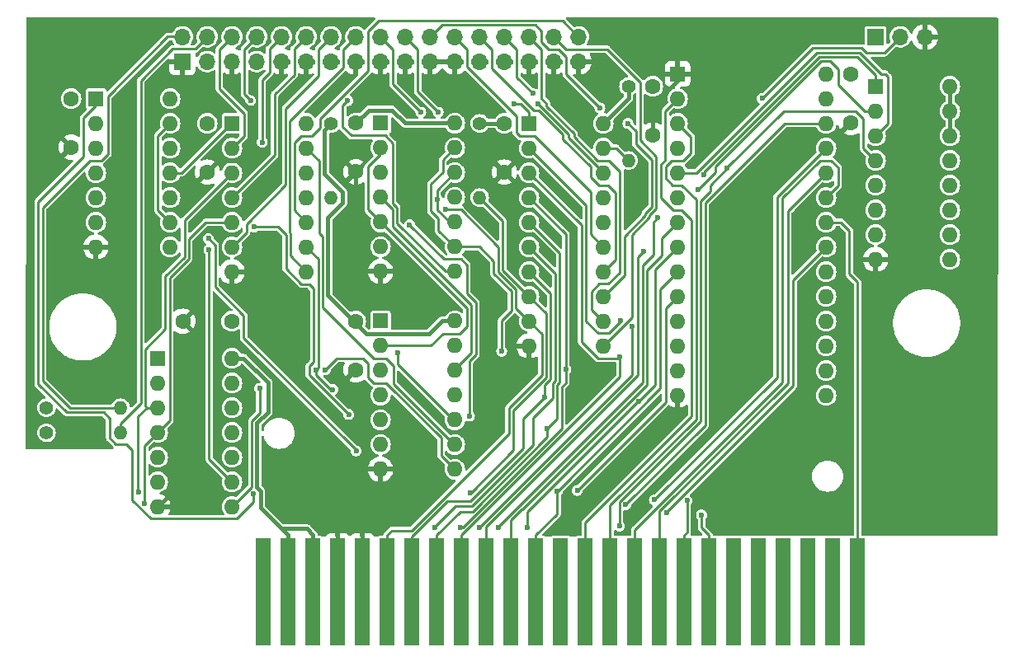
<source format=gbr>
%TF.GenerationSoftware,KiCad,Pcbnew,7.0.9*%
%TF.CreationDate,2024-01-18T21:39:17-03:00*%
%TF.ProjectId,HB3600-Cart,48423336-3030-42d4-9361-72742e6b6963,V1.0*%
%TF.SameCoordinates,Original*%
%TF.FileFunction,Copper,L2,Bot*%
%TF.FilePolarity,Positive*%
%FSLAX46Y46*%
G04 Gerber Fmt 4.6, Leading zero omitted, Abs format (unit mm)*
G04 Created by KiCad (PCBNEW 7.0.9) date 2024-01-18 21:39:17*
%MOMM*%
%LPD*%
G01*
G04 APERTURE LIST*
%TA.AperFunction,ConnectorPad*%
%ADD10R,1.500000X11.000000*%
%TD*%
%TA.AperFunction,ComponentPad*%
%ADD11C,1.600000*%
%TD*%
%TA.AperFunction,ComponentPad*%
%ADD12C,1.400000*%
%TD*%
%TA.AperFunction,ComponentPad*%
%ADD13O,1.400000X1.400000*%
%TD*%
%TA.AperFunction,ComponentPad*%
%ADD14R,1.600000X1.600000*%
%TD*%
%TA.AperFunction,ComponentPad*%
%ADD15O,1.600000X1.600000*%
%TD*%
%TA.AperFunction,ComponentPad*%
%ADD16R,1.700000X1.700000*%
%TD*%
%TA.AperFunction,ComponentPad*%
%ADD17O,1.700000X1.700000*%
%TD*%
%TA.AperFunction,ViaPad*%
%ADD18C,0.600000*%
%TD*%
%TA.AperFunction,Conductor*%
%ADD19C,0.400000*%
%TD*%
%TA.AperFunction,Conductor*%
%ADD20C,0.250000*%
%TD*%
G04 APERTURE END LIST*
D10*
%TO.P,P1,1,Pin_1*%
%TO.N,/~{CS1}*%
X213465600Y-147798000D03*
%TO.P,P1,3,Pin_3*%
%TO.N,/~{CS12}*%
X210925600Y-147798000D03*
%TO.P,P1,5,Pin_5*%
%TO.N,unconnected-(P1-Pin_5-Pad5)*%
X208385600Y-147798000D03*
%TO.P,P1,7,Pin_7*%
%TO.N,/~{WAIT}*%
X205845600Y-147798000D03*
%TO.P,P1,9,Pin_9*%
%TO.N,/~{M1}*%
X203305600Y-147798000D03*
%TO.P,P1,11,Pin_11*%
%TO.N,/~{IOREQ}*%
X200765600Y-147798000D03*
%TO.P,P1,13,Pin_13*%
%TO.N,/~{WR}*%
X198225600Y-147798000D03*
%TO.P,P1,15,Pin_15*%
%TO.N,/~{RESET}*%
X195685600Y-147798000D03*
%TO.P,P1,17,Pin_17*%
%TO.N,/A9*%
X193145600Y-147798000D03*
%TO.P,P1,19,Pin_19*%
%TO.N,/A11*%
X190605600Y-147798000D03*
%TO.P,P1,21,Pin_21*%
%TO.N,/A7*%
X188065600Y-147798000D03*
%TO.P,P1,23,Pin_23*%
%TO.N,/A12*%
X185525600Y-147798000D03*
%TO.P,P1,25,Pin_25*%
%TO.N,/A14*%
X182985600Y-147798000D03*
%TO.P,P1,27,Pin_27*%
%TO.N,/A1*%
X180445600Y-147798000D03*
%TO.P,P1,29,Pin_29*%
%TO.N,/A3*%
X177905600Y-147798000D03*
%TO.P,P1,31,Pin_31*%
%TO.N,/A5*%
X175365600Y-147798000D03*
%TO.P,P1,33,Pin_33*%
%TO.N,/D1*%
X172825600Y-147798000D03*
%TO.P,P1,35,Pin_35*%
%TO.N,/D3*%
X170285600Y-147798000D03*
%TO.P,P1,37,Pin_37*%
%TO.N,/D5*%
X167745600Y-147798000D03*
%TO.P,P1,39,Pin_39*%
%TO.N,/D7*%
X165205600Y-147798000D03*
%TO.P,P1,41,Pin_41*%
%TO.N,GNDD*%
X162665600Y-147798000D03*
%TO.P,P1,43,Pin_43*%
X160125600Y-147798000D03*
%TO.P,P1,45,Pin_45*%
%TO.N,VCC*%
X157585600Y-147798000D03*
%TO.P,P1,47,Pin_47*%
X155045600Y-147798000D03*
%TO.P,P1,49,Pin_49*%
%TO.N,/SOUNDIN*%
X152505600Y-147798000D03*
%TD*%
D11*
%TO.P,C5,1*%
%TO.N,VCC*%
X192459800Y-95880400D03*
%TO.P,C5,2*%
%TO.N,GNDD*%
X192459800Y-100880400D03*
%TD*%
D12*
%TO.P,R4,1*%
%TO.N,VCC*%
X130223450Y-128894050D03*
D13*
%TO.P,R4,2*%
%TO.N,/~{DRQ}*%
X137843450Y-128894050D03*
%TD*%
D14*
%TO.P,U7,1*%
%TO.N,unconnected-(U7-Pad1)*%
X141659800Y-123820400D03*
D15*
%TO.P,U7,2*%
%TO.N,unconnected-(U7-Pad2)*%
X141659800Y-126360400D03*
%TO.P,U7,3*%
%TO.N,/A0*%
X141659800Y-128900400D03*
%TO.P,U7,4*%
%TO.N,/A1*%
X141659800Y-131440400D03*
%TO.P,U7,5*%
%TO.N,/A2*%
X141659800Y-133980400D03*
%TO.P,U7,6*%
%TO.N,/~{7}*%
X141659800Y-136520400D03*
%TO.P,U7,7,GND*%
%TO.N,GNDD*%
X141659800Y-139060400D03*
%TO.P,U7,8*%
%TO.N,Net-(U7-Pad8)*%
X149279800Y-139060400D03*
%TO.P,U7,9*%
%TO.N,/7FF8_to_7FFF*%
X149279800Y-136520400D03*
%TO.P,U7,10*%
%TO.N,Net-(U7-Pad10)*%
X149279800Y-133980400D03*
%TO.P,U7,11*%
%TO.N,Net-(U7-Pad11)*%
X149279800Y-131440400D03*
%TO.P,U7,12*%
%TO.N,unconnected-(U7-Pad12)*%
X149279800Y-128900400D03*
%TO.P,U7,13*%
%TO.N,unconnected-(U7-Pad13)*%
X149279800Y-126360400D03*
%TO.P,U7,14,VCC*%
%TO.N,VCC*%
X149279800Y-123820400D03*
%TD*%
D14*
%TO.P,U5,1,VPP*%
%TO.N,GNDD*%
X194999800Y-94610400D03*
D15*
%TO.P,U5,2,A12*%
%TO.N,/A12*%
X194999800Y-97150400D03*
%TO.P,U5,3,A7*%
%TO.N,/A7*%
X194999800Y-99690400D03*
%TO.P,U5,4,A6*%
%TO.N,/A6*%
X194999800Y-102230400D03*
%TO.P,U5,5,A5*%
%TO.N,/A5*%
X194999800Y-104770400D03*
%TO.P,U5,6,A4*%
%TO.N,/A4*%
X194999800Y-107310400D03*
%TO.P,U5,7,A3*%
%TO.N,/A3*%
X194999800Y-109850400D03*
%TO.P,U5,8,A2*%
%TO.N,/A2*%
X194999800Y-112390400D03*
%TO.P,U5,9,A1*%
%TO.N,/A1*%
X194999800Y-114930400D03*
%TO.P,U5,10,A0*%
%TO.N,/A0*%
X194999800Y-117470400D03*
%TO.P,U5,11,D0*%
%TO.N,/D0*%
X194999800Y-120010400D03*
%TO.P,U5,12,D1*%
%TO.N,/D1*%
X194999800Y-122550400D03*
%TO.P,U5,13,D2*%
%TO.N,/D2*%
X194999800Y-125090400D03*
%TO.P,U5,14,GND*%
%TO.N,GNDD*%
X194999800Y-127630400D03*
%TO.P,U5,15,D3*%
%TO.N,/D3*%
X210239800Y-127630400D03*
%TO.P,U5,16,D4*%
%TO.N,/D4*%
X210239800Y-125090400D03*
%TO.P,U5,17,D5*%
%TO.N,/D5*%
X210239800Y-122550400D03*
%TO.P,U5,18,D6*%
%TO.N,/D6*%
X210239800Y-120010400D03*
%TO.P,U5,19,D7*%
%TO.N,/D7*%
X210239800Y-117470400D03*
%TO.P,U5,20,~{CE}*%
%TO.N,Net-(U5-~{CE})*%
X210239800Y-114930400D03*
%TO.P,U5,21,A10*%
%TO.N,/A10*%
X210239800Y-112390400D03*
%TO.P,U5,22,~{OE}*%
%TO.N,/~{CS1}*%
X210239800Y-109850400D03*
%TO.P,U5,23,A11*%
%TO.N,/A11*%
X210239800Y-107310400D03*
%TO.P,U5,24,A9*%
%TO.N,/A9*%
X210239800Y-104770400D03*
%TO.P,U5,25,A8*%
%TO.N,/A8*%
X210239800Y-102230400D03*
%TO.P,U5,26,A13*%
%TO.N,/A13*%
X210239800Y-99690400D03*
%TO.P,U5,27,~{PGM}*%
%TO.N,/A14{slash}~{PGM}*%
X210239800Y-97150400D03*
%TO.P,U5,28,VCC*%
%TO.N,VCC*%
X210239800Y-94610400D03*
%TD*%
D12*
%TO.P,R1,1*%
%TO.N,VCC*%
X159439800Y-99690400D03*
D13*
%TO.P,R1,2*%
%TO.N,/D7*%
X159439800Y-107310400D03*
%TD*%
D14*
%TO.P,U3,1*%
%TO.N,Net-(U3-Pad1)*%
X164519800Y-99665000D03*
D15*
%TO.P,U3,2*%
%TO.N,/7FFF_RE*%
X164519800Y-102205000D03*
%TO.P,U3,3*%
%TO.N,/D6*%
X164519800Y-104745000D03*
%TO.P,U3,4*%
%TO.N,Net-(U3-Pad4)*%
X164519800Y-107285000D03*
%TO.P,U3,5*%
%TO.N,/7FFF_RE*%
X164519800Y-109825000D03*
%TO.P,U3,6*%
%TO.N,/D7*%
X164519800Y-112365000D03*
%TO.P,U3,7,GND*%
%TO.N,GNDD*%
X164519800Y-114905000D03*
%TO.P,U3,8*%
%TO.N,~{FDC_CS}*%
X172139800Y-114905000D03*
%TO.P,U3,9*%
%TO.N,/~{7}*%
X172139800Y-112365000D03*
%TO.P,U3,10*%
%TO.N,/7FF8_to_7FFF*%
X172139800Y-109825000D03*
%TO.P,U3,11*%
%TO.N,Net-(U4-CE)*%
X172139800Y-107285000D03*
%TO.P,U3,12*%
%TO.N,/7FF8_to_7FFF*%
X172139800Y-104745000D03*
%TO.P,U3,13*%
%TO.N,/~{7}*%
X172139800Y-102205000D03*
%TO.P,U3,14,VCC*%
%TO.N,VCC*%
X172139800Y-99665000D03*
%TD*%
D11*
%TO.P,C2,1*%
%TO.N,VCC*%
X146739800Y-99690400D03*
%TO.P,C2,2*%
%TO.N,GNDD*%
X146739800Y-104690400D03*
%TD*%
%TO.P,C7,1*%
%TO.N,VCC*%
X149239800Y-120010400D03*
%TO.P,C7,2*%
%TO.N,GNDD*%
X144239800Y-120010400D03*
%TD*%
D12*
%TO.P,R3,1*%
%TO.N,VCC*%
X189970600Y-95880400D03*
D13*
%TO.P,R3,2*%
%TO.N,Net-(U4-CE)*%
X189970600Y-103500400D03*
%TD*%
D12*
%TO.P,R5,1*%
%TO.N,VCC*%
X130229800Y-131465800D03*
D13*
%TO.P,R5,2*%
%TO.N,/~{IRQ}*%
X137849800Y-131465800D03*
%TD*%
D14*
%TO.P,U1,1*%
%TO.N,/~{RD}*%
X135309800Y-97150400D03*
D15*
%TO.P,U1,2*%
%TO.N,/~{SLTSL}*%
X135309800Y-99690400D03*
%TO.P,U1,3*%
%TO.N,Net-(U4-A->B)*%
X135309800Y-102230400D03*
%TO.P,U1,4*%
%TO.N,unconnected-(U1-Pad4)*%
X135309800Y-104770400D03*
%TO.P,U1,5*%
%TO.N,unconnected-(U1-Pad5)*%
X135309800Y-107310400D03*
%TO.P,U1,6*%
%TO.N,unconnected-(U1-Pad6)*%
X135309800Y-109850400D03*
%TO.P,U1,7,GND*%
%TO.N,GNDD*%
X135309800Y-112390400D03*
%TO.P,U1,8*%
%TO.N,Net-(U5-~{CE})*%
X142929800Y-112390400D03*
%TO.P,U1,9*%
%TO.N,/~{SLTSL}*%
X142929800Y-109850400D03*
%TO.P,U1,10*%
%TO.N,/7FF8_to_7FFF*%
X142929800Y-107310400D03*
%TO.P,U1,11*%
%TO.N,Net-(U1-Pad11)*%
X142929800Y-104770400D03*
%TO.P,U1,12*%
%TO.N,/~{WR}*%
X142929800Y-102230400D03*
%TO.P,U1,13*%
%TO.N,/~{SLTSL}*%
X142929800Y-99690400D03*
%TO.P,U1,14,VCC*%
%TO.N,VCC*%
X142929800Y-97150400D03*
%TD*%
D11*
%TO.P,C1,1*%
%TO.N,VCC*%
X132769800Y-97139600D03*
%TO.P,C1,2*%
%TO.N,GNDD*%
X132769800Y-102139600D03*
%TD*%
D14*
%TO.P,U4,1,A->B*%
%TO.N,Net-(U4-A->B)*%
X179759800Y-99690400D03*
D15*
%TO.P,U4,2,A0*%
%TO.N,/D0*%
X179759800Y-102230400D03*
%TO.P,U4,3,A1*%
%TO.N,/D1*%
X179759800Y-104770400D03*
%TO.P,U4,4,A2*%
%TO.N,/D2*%
X179759800Y-107310400D03*
%TO.P,U4,5,A3*%
%TO.N,/D3*%
X179759800Y-109850400D03*
%TO.P,U4,6,A4*%
%TO.N,/D4*%
X179759800Y-112390400D03*
%TO.P,U4,7,A5*%
%TO.N,/D5*%
X179759800Y-114930400D03*
%TO.P,U4,8,A6*%
%TO.N,/D6*%
X179759800Y-117470400D03*
%TO.P,U4,9,A7*%
%TO.N,/D7*%
X179759800Y-120010400D03*
%TO.P,U4,10,GND*%
%TO.N,GNDD*%
X179759800Y-122550400D03*
%TO.P,U4,11,B7*%
%TO.N,/FDC_D7*%
X187379800Y-122550400D03*
%TO.P,U4,12,B6*%
%TO.N,/FDC_D6*%
X187379800Y-120010400D03*
%TO.P,U4,13,B5*%
%TO.N,/FDC_D5*%
X187379800Y-117470400D03*
%TO.P,U4,14,B4*%
%TO.N,/FDC_D4*%
X187379800Y-114930400D03*
%TO.P,U4,15,B3*%
%TO.N,/FDC_D3*%
X187379800Y-112390400D03*
%TO.P,U4,16,B2*%
%TO.N,/FDC_D2*%
X187379800Y-109850400D03*
%TO.P,U4,17,B1*%
%TO.N,/FDC_D1*%
X187379800Y-107310400D03*
%TO.P,U4,18,B0*%
%TO.N,/FDC_D0*%
X187379800Y-104770400D03*
%TO.P,U4,19,CE*%
%TO.N,Net-(U4-CE)*%
X187379800Y-102230400D03*
%TO.P,U4,20,VCC*%
%TO.N,VCC*%
X187379800Y-99690400D03*
%TD*%
D12*
%TO.P,R2,1*%
%TO.N,VCC*%
X174679800Y-99690400D03*
D13*
%TO.P,R2,2*%
%TO.N,/D6*%
X174679800Y-107310400D03*
%TD*%
D16*
%TO.P,J1,1,Pin_1*%
%TO.N,GNDD*%
X144199800Y-93340400D03*
D17*
%TO.P,J1,2,Pin_2*%
%TO.N,/~{DRQ}*%
X144199800Y-90800400D03*
%TO.P,J1,3,Pin_3*%
%TO.N,unconnected-(J1-Pin_3-Pad3)*%
X146739800Y-93340400D03*
%TO.P,J1,4,Pin_4*%
%TO.N,/~{IRQ}*%
X146739800Y-90800400D03*
%TO.P,J1,5,Pin_5*%
%TO.N,GNDD*%
X149279800Y-93340400D03*
%TO.P,J1,6,Pin_6*%
%TO.N,~{FDC_WE}*%
X149279800Y-90800400D03*
%TO.P,J1,7,Pin_7*%
%TO.N,unconnected-(J1-Pin_7-Pad7)*%
X151819800Y-93340400D03*
%TO.P,J1,8,Pin_8*%
%TO.N,~{FDC_CS}*%
X151819800Y-90800400D03*
%TO.P,J1,9,Pin_9*%
%TO.N,GNDD*%
X154359800Y-93340400D03*
%TO.P,J1,10,Pin_10*%
%TO.N,~{FDC_RE}*%
X154359800Y-90800400D03*
%TO.P,J1,11,Pin_11*%
%TO.N,GNDD*%
X156899800Y-93340400D03*
%TO.P,J1,12,Pin_12*%
%TO.N,FDC_A0*%
X156899800Y-90800400D03*
%TO.P,J1,13,Pin_13*%
%TO.N,GNDD*%
X159439800Y-93340400D03*
%TO.P,J1,14,Pin_14*%
%TO.N,FDC_A1*%
X159439800Y-90800400D03*
%TO.P,J1,15,Pin_15*%
%TO.N,GNDD*%
X161979800Y-93340400D03*
%TO.P,J1,16,Pin_16*%
%TO.N,FDC_A2*%
X161979800Y-90800400D03*
%TO.P,J1,17,Pin_17*%
%TO.N,GNDD*%
X164519800Y-93340400D03*
%TO.P,J1,18,Pin_18*%
%TO.N,/FDC_D0*%
X164519800Y-90800400D03*
%TO.P,J1,19,Pin_19*%
%TO.N,GNDD*%
X167059800Y-93340400D03*
%TO.P,J1,20,Pin_20*%
%TO.N,/FDC_D1*%
X167059800Y-90800400D03*
%TO.P,J1,21,Pin_21*%
%TO.N,GNDD*%
X169599800Y-93340400D03*
%TO.P,J1,22,Pin_22*%
%TO.N,/FDC_D2*%
X169599800Y-90800400D03*
%TO.P,J1,23,Pin_23*%
%TO.N,GNDD*%
X172139800Y-93340400D03*
%TO.P,J1,24,Pin_24*%
%TO.N,/FDC_D3*%
X172139800Y-90800400D03*
%TO.P,J1,25,Pin_25*%
%TO.N,GNDD*%
X174679800Y-93340400D03*
%TO.P,J1,26,Pin_26*%
%TO.N,/FDC_D4*%
X174679800Y-90800400D03*
%TO.P,J1,27,Pin_27*%
%TO.N,GNDD*%
X177219800Y-93340400D03*
%TO.P,J1,28,Pin_28*%
%TO.N,/FDC_D5*%
X177219800Y-90800400D03*
%TO.P,J1,29,Pin_29*%
%TO.N,GNDD*%
X179759800Y-93340400D03*
%TO.P,J1,30,Pin_30*%
%TO.N,/FDC_D6*%
X179759800Y-90800400D03*
%TO.P,J1,31,Pin_31*%
%TO.N,GNDD*%
X182299800Y-93340400D03*
%TO.P,J1,32,Pin_32*%
%TO.N,/FDC_D7*%
X182299800Y-90800400D03*
%TO.P,J1,33,Pin_33*%
%TO.N,GNDD*%
X184839800Y-93340400D03*
%TO.P,J1,34,Pin_34*%
%TO.N,~{FDC_RST}*%
X184839800Y-90800400D03*
%TD*%
D14*
%TO.P,U2,1*%
%TO.N,Net-(U1-Pad11)*%
X149279800Y-99690400D03*
D15*
%TO.P,U2,2*%
%TO.N,~{FDC_WE}*%
X149279800Y-102230400D03*
%TO.P,U2,3*%
%TO.N,/A0*%
X149279800Y-104770400D03*
%TO.P,U2,4*%
%TO.N,FDC_A0*%
X149279800Y-107310400D03*
%TO.P,U2,5*%
%TO.N,/A1*%
X149279800Y-109850400D03*
%TO.P,U2,6*%
%TO.N,FDC_A1*%
X149279800Y-112390400D03*
%TO.P,U2,7,GND*%
%TO.N,GNDD*%
X149279800Y-114930400D03*
%TO.P,U2,8*%
%TO.N,FDC_A2*%
X156899800Y-114930400D03*
%TO.P,U2,9*%
%TO.N,/A2*%
X156899800Y-112390400D03*
%TO.P,U2,10*%
%TO.N,~{FDC_RST}*%
X156899800Y-109850400D03*
%TO.P,U2,11*%
%TO.N,/~{RESET}*%
X156899800Y-107310400D03*
%TO.P,U2,12*%
%TO.N,~{FDC_RE}*%
X156899800Y-104770400D03*
%TO.P,U2,13*%
%TO.N,Net-(U4-A->B)*%
X156899800Y-102230400D03*
%TO.P,U2,14,VCC*%
%TO.N,VCC*%
X156899800Y-99690400D03*
%TD*%
D14*
%TO.P,U6,1*%
%TO.N,/A3*%
X215319800Y-95880400D03*
D15*
%TO.P,U6,2*%
%TO.N,/A4*%
X215319800Y-98420400D03*
%TO.P,U6,3*%
%TO.N,/A5*%
X215319800Y-100960400D03*
%TO.P,U6,4*%
%TO.N,/A6*%
X215319800Y-103500400D03*
%TO.P,U6,5*%
%TO.N,/A8*%
X215319800Y-106040400D03*
%TO.P,U6,6*%
%TO.N,/A7*%
X215319800Y-108580400D03*
%TO.P,U6,7*%
%TO.N,/A9*%
X215319800Y-111120400D03*
%TO.P,U6,8,GND*%
%TO.N,GNDD*%
X215319800Y-113660400D03*
%TO.P,U6,9*%
%TO.N,Net-(U6-Pad9)*%
X222939800Y-113660400D03*
%TO.P,U6,10*%
%TO.N,/A10*%
X222939800Y-111120400D03*
%TO.P,U6,11*%
%TO.N,/A11*%
X222939800Y-108580400D03*
%TO.P,U6,12*%
%TO.N,/A13*%
X222939800Y-106040400D03*
%TO.P,U6,13*%
%TO.N,/A12*%
X222939800Y-103500400D03*
%TO.P,U6,14*%
%TO.N,VCC*%
X222939800Y-100960400D03*
%TO.P,U6,15*%
X222939800Y-98420400D03*
%TO.P,U6,16,VCC*%
X222939800Y-95880400D03*
%TD*%
D11*
%TO.P,C6,1*%
%TO.N,VCC*%
X212779800Y-94610400D03*
%TO.P,C6,2*%
%TO.N,GNDD*%
X212779800Y-99610400D03*
%TD*%
%TO.P,C4,1*%
%TO.N,VCC*%
X177215800Y-99690400D03*
%TO.P,C4,2*%
%TO.N,GNDD*%
X177215800Y-104690400D03*
%TD*%
D14*
%TO.P,U8,1*%
%TO.N,Net-(U7-Pad8)*%
X164513450Y-119978650D03*
D15*
%TO.P,U8,2*%
%TO.N,/7FFF_RE*%
X164513450Y-122518650D03*
%TO.P,U8,3*%
%TO.N,/~{7}*%
X164513450Y-125058650D03*
%TO.P,U8,4*%
%TO.N,Net-(U7-Pad10)*%
X164513450Y-127598650D03*
%TO.P,U8,5*%
%TO.N,Net-(U6-Pad9)*%
X164513450Y-130138650D03*
%TO.P,U8,6*%
%TO.N,/7FF8_to_7FFF*%
X164513450Y-132678650D03*
%TO.P,U8,7,GND*%
%TO.N,GNDD*%
X164513450Y-135218650D03*
%TO.P,U8,8*%
%TO.N,Net-(U7-Pad11)*%
X172133450Y-135218650D03*
%TO.P,U8,9*%
%TO.N,Net-(U4-A->B)*%
X172133450Y-132678650D03*
%TO.P,U8,10*%
%TO.N,Net-(U3-Pad1)*%
X172133450Y-130138650D03*
%TO.P,U8,11*%
%TO.N,/~{IRQ}*%
X172133450Y-127598650D03*
%TO.P,U8,12*%
%TO.N,Net-(U3-Pad4)*%
X172133450Y-125058650D03*
%TO.P,U8,13*%
%TO.N,/~{DRQ}*%
X172133450Y-122518650D03*
%TO.P,U8,14,VCC*%
%TO.N,VCC*%
X172133450Y-119978650D03*
%TD*%
D16*
%TO.P,J2,1,Pin_1*%
%TO.N,VCC*%
X215313450Y-90794050D03*
D17*
%TO.P,J2,2,Pin_2*%
%TO.N,/A14{slash}~{PGM}*%
X217853450Y-90794050D03*
%TO.P,J2,3,Pin_3*%
%TO.N,GNDD*%
X220393450Y-90794050D03*
%TD*%
D11*
%TO.P,C3,1*%
%TO.N,VCC*%
X161979800Y-99665000D03*
%TO.P,C3,2*%
%TO.N,GNDD*%
X161979800Y-104665000D03*
%TD*%
%TO.P,C8,1*%
%TO.N,VCC*%
X161973450Y-120004050D03*
%TO.P,C8,2*%
%TO.N,GNDD*%
X161973450Y-125004050D03*
%TD*%
D18*
%TO.N,/A1*%
X182633800Y-137461400D03*
X140272589Y-138720411D03*
%TO.N,/A3*%
X197707800Y-104989500D03*
%TO.N,/A5*%
X191514800Y-112871200D03*
%TO.N,/D1*%
X189075250Y-123712450D03*
%TO.N,/D3*%
X181630800Y-131037400D03*
%TO.N,/D5*%
X181353800Y-127844400D03*
%TO.N,/D7*%
X171161547Y-108517253D03*
%TO.N,/D6*%
X173739117Y-137637117D03*
%TO.N,/D4*%
X170057000Y-141168600D03*
%TO.N,/D2*%
X183533900Y-124963400D03*
X172739611Y-141184211D03*
%TO.N,/D0*%
X190317800Y-120556200D03*
X189108674Y-119938348D03*
X174656500Y-141170700D03*
%TO.N,/A4*%
X197076800Y-106521400D03*
X176583654Y-141192854D03*
X192967800Y-109367800D03*
%TO.N,/A2*%
X190998800Y-128261400D03*
X157887489Y-124985889D03*
X179595800Y-141168600D03*
X159611250Y-127039850D03*
%TO.N,/A0*%
X139663700Y-137587200D03*
X184698672Y-137395272D03*
%TO.N,/A13*%
X189657800Y-138867400D03*
%TO.N,/A8*%
X192612200Y-138349200D03*
%TO.N,/A6*%
X200096027Y-104246173D03*
X189030800Y-141067000D03*
%TO.N,/A10*%
X193894800Y-139663400D03*
%TO.N,/~{WR}*%
X151534050Y-110326650D03*
X161253800Y-129587400D03*
X197446800Y-139916400D03*
%TO.N,/~{SLTSL}*%
X146860450Y-111520450D03*
X162005200Y-133334900D03*
%TO.N,Net-(U4-A->B)*%
X178254850Y-97692350D03*
%TO.N,/~{RD}*%
X151495337Y-137728040D03*
%TO.N,/~{RESET}*%
X195962800Y-138422400D03*
X173638400Y-129764000D03*
X167503800Y-110102200D03*
%TO.N,Net-(U3-Pad1)*%
X166247000Y-123207900D03*
%TO.N,~{FDC_CS}*%
X151184800Y-97339000D03*
X161143100Y-97339000D03*
%TO.N,~{FDC_RE}*%
X152378600Y-101620800D03*
%TO.N,Net-(U7-Pad8)*%
X152124600Y-126893800D03*
%TO.N,/FDC_D0*%
X180705301Y-97683679D03*
X168649161Y-98536561D03*
%TO.N,/FDC_D1*%
X170430800Y-98538100D03*
%TO.N,/FDC_D2*%
X187028800Y-98104500D03*
%TO.N,/FDC_D5*%
X180127800Y-96602700D03*
X189900750Y-99696750D03*
%TO.N,/~{7}*%
X176940400Y-123083800D03*
%TO.N,Net-(U7-Pad11)*%
X158855600Y-124988800D03*
%TO.N,/7FF8_to_7FFF*%
X146901800Y-112659200D03*
X170321500Y-107462800D03*
%TO.N,/A14{slash}~{PGM}*%
X203679986Y-97124736D03*
%TD*%
D19*
%TO.N,VCC*%
X156950600Y-141321000D02*
X154385200Y-141321000D01*
X169515400Y-121305800D02*
X163046200Y-121305800D01*
X155045800Y-147823400D02*
X155045800Y-144872400D01*
X155045800Y-141981600D02*
X152195337Y-139131137D01*
X152195337Y-137438090D02*
X151838850Y-137081603D01*
X189970700Y-95880500D02*
X189970800Y-95880400D01*
X172133450Y-119978650D02*
X170842550Y-119978650D01*
X152962800Y-126301400D02*
X150481800Y-123820400D01*
X172139800Y-99665000D02*
X167034400Y-99665000D01*
X152962800Y-129357600D02*
X152962800Y-126301400D01*
X151838850Y-130481550D02*
X152962800Y-129357600D01*
X160633600Y-106751600D02*
X158779400Y-104897400D01*
X155045800Y-144872400D02*
X155045800Y-141981600D01*
X155045600Y-144872600D02*
X155045600Y-147823400D01*
X222939800Y-95880400D02*
X222939800Y-98420400D01*
X161751200Y-120010800D02*
X159103250Y-117362850D01*
X158779400Y-104897400D02*
X158779400Y-100350800D01*
X157585800Y-147823400D02*
X157585800Y-144872400D01*
X163326000Y-98318800D02*
X161979800Y-99665000D01*
X174679800Y-99690400D02*
X177194400Y-99690400D01*
X170842550Y-119978650D02*
X169515400Y-121305800D01*
X158779400Y-100350800D02*
X159439800Y-99690400D01*
X189970600Y-95880400D02*
X189970700Y-95880500D01*
X189970700Y-97099500D02*
X189970700Y-95880500D01*
X155045800Y-144872400D02*
X155045600Y-144872600D01*
X157585800Y-144872400D02*
X157585600Y-144872600D01*
X161966700Y-120010800D02*
X161973450Y-120004050D01*
X187379800Y-99690400D02*
X189970700Y-97099500D01*
X165688200Y-98318800D02*
X163326000Y-98318800D01*
X150481800Y-123820400D02*
X149279800Y-123820400D01*
X152195337Y-139131137D02*
X152195337Y-137438090D01*
X177194400Y-99690400D02*
X177194800Y-99690400D01*
X157585800Y-141956200D02*
X156950600Y-141321000D01*
X163046200Y-121305800D02*
X161751200Y-120010800D01*
X159103250Y-109399550D02*
X160633600Y-107869200D01*
X167034400Y-99665000D02*
X165688200Y-98318800D01*
X222939800Y-98420400D02*
X222939800Y-100960400D01*
X151838850Y-137081603D02*
X151838850Y-130481550D01*
X157585800Y-144872400D02*
X157585800Y-141956200D01*
X161751200Y-120010800D02*
X161966700Y-120010800D01*
X157585600Y-144872600D02*
X157585600Y-147823400D01*
X159103250Y-117362850D02*
X159103250Y-109399550D01*
X160633600Y-107869200D02*
X160633600Y-106751600D01*
D20*
%TO.N,/A9*%
X193145800Y-139525400D02*
X193145800Y-143943400D01*
X193145800Y-143943400D02*
X193145800Y-147823400D01*
X210239800Y-104770400D02*
X206296450Y-108713750D01*
X206296450Y-108713750D02*
X206296450Y-126374750D01*
X193145800Y-143943400D02*
X193145600Y-143943600D01*
X206296450Y-126374750D02*
X193145800Y-139525400D01*
X193145600Y-143943600D02*
X193145600Y-147823400D01*
%TO.N,/A11*%
X211459000Y-106091200D02*
X210239800Y-107310400D01*
X211459000Y-104211600D02*
X211459000Y-106091200D01*
X190605800Y-145043900D02*
X190605800Y-141426400D01*
X190605800Y-145043900D02*
X190605600Y-145044100D01*
X205754800Y-126277400D02*
X205754800Y-107351844D01*
X209606205Y-103500400D02*
X210747800Y-103500400D01*
X190605800Y-141426400D02*
X205754800Y-126277400D01*
X190605800Y-147823400D02*
X190605800Y-145043900D01*
X190605600Y-145044100D02*
X190605600Y-147823400D01*
X210747800Y-103500400D02*
X211459000Y-104211600D01*
X205754800Y-107351844D02*
X209606205Y-103500400D01*
%TO.N,/A7*%
X195585391Y-103525800D02*
X194364800Y-103525800D01*
X194491800Y-106040400D02*
X195437096Y-106040400D01*
X194999800Y-99690400D02*
X196371400Y-101062000D01*
X188065800Y-145043900D02*
X188065800Y-147823400D01*
X193755200Y-105303800D02*
X194491800Y-106040400D01*
X188065800Y-145043900D02*
X188065600Y-145044100D01*
X188065800Y-138933400D02*
X188065800Y-145043900D01*
X196371400Y-101062000D02*
X196371400Y-102739791D01*
X194364800Y-103525800D02*
X193755200Y-104135400D01*
X196886600Y-130112600D02*
X188065800Y-138933400D01*
X196886600Y-107489904D02*
X196886600Y-130112600D01*
X193755200Y-104135400D02*
X193755200Y-105303800D01*
X195437096Y-106040400D02*
X196886600Y-107489904D01*
X188065600Y-145044100D02*
X188065600Y-147823400D01*
X196371400Y-102739791D02*
X195585391Y-103525800D01*
%TO.N,/A12*%
X185525800Y-144259900D02*
X185525600Y-144260100D01*
X193272600Y-103932200D02*
X193272600Y-107335800D01*
X196436600Y-129785600D02*
X185525800Y-140696400D01*
X194999800Y-97150400D02*
X193729800Y-98420400D01*
X193272600Y-107335800D02*
X194517200Y-108580400D01*
X193729800Y-103475000D02*
X193272600Y-103932200D01*
X195392800Y-108580400D02*
X196436600Y-109624200D01*
X194517200Y-108580400D02*
X195392800Y-108580400D01*
X193729800Y-98420400D02*
X193729800Y-103475000D01*
X185525600Y-144260100D02*
X185525600Y-147823400D01*
X185525800Y-140696400D02*
X185525800Y-144259900D01*
X185525800Y-144259900D02*
X185525800Y-147823400D01*
X196436600Y-109624200D02*
X196436600Y-129785600D01*
%TO.N,/A1*%
X180445800Y-141996400D02*
X182633800Y-139808400D01*
X142879000Y-130221200D02*
X141659800Y-131440400D01*
X140288200Y-138704800D02*
X140288200Y-132812000D01*
X180445600Y-145074100D02*
X180445600Y-147823400D01*
X144849800Y-113580300D02*
X142879000Y-115551100D01*
X182633800Y-139808400D02*
X182633800Y-137461400D01*
X144849800Y-111562600D02*
X144849800Y-113580300D01*
X140288200Y-132812000D02*
X141659800Y-131440400D01*
X193235800Y-126912400D02*
X193235800Y-116694400D01*
X149279800Y-109850400D02*
X146562000Y-109850400D01*
X142879000Y-115551100D02*
X142879000Y-130221200D01*
X182686800Y-137461400D02*
X193235800Y-126912400D01*
X182633800Y-137461400D02*
X182686800Y-137461400D01*
X193235800Y-116694400D02*
X194999800Y-114930400D01*
X180445800Y-145073900D02*
X180445800Y-141996400D01*
X180445800Y-147823400D02*
X180445800Y-145073900D01*
X146562000Y-109850400D02*
X144849800Y-111562600D01*
X140272589Y-138720411D02*
X140288200Y-138704800D01*
X180445800Y-145073900D02*
X180445600Y-145074100D01*
%TO.N,/A3*%
X177905800Y-145073900D02*
X177905600Y-145074100D01*
X193353800Y-113244300D02*
X191848800Y-114749400D01*
X197707800Y-104665900D02*
X197707800Y-104989500D01*
X213410550Y-92844250D02*
X209529450Y-92844250D01*
X179019196Y-139351400D02*
X177905800Y-140464796D01*
X177905600Y-145074100D02*
X177905600Y-147823400D01*
X177905800Y-140464796D02*
X177905800Y-145073900D01*
X179022800Y-139351400D02*
X179019196Y-139351400D01*
X215319800Y-94753500D02*
X213410550Y-92844250D01*
X215319800Y-95880400D02*
X215319800Y-94753500D01*
X177905800Y-145073900D02*
X177905800Y-147823400D01*
X209529450Y-92844250D02*
X197707800Y-104665900D01*
X193353800Y-111496400D02*
X193353800Y-113244300D01*
X191848800Y-126525400D02*
X179022800Y-139351400D01*
X191848800Y-114749400D02*
X191848800Y-126525400D01*
X194999800Y-109850400D02*
X193353800Y-111496400D01*
%TO.N,/A5*%
X216589800Y-99690400D02*
X216589800Y-94900400D01*
X209293650Y-92394250D02*
X196917500Y-104770400D01*
X216589800Y-94900400D02*
X216293450Y-94604050D01*
X175365800Y-147823400D02*
X175365800Y-145101900D01*
X175365600Y-145102100D02*
X175365600Y-147823400D01*
X213687850Y-92394250D02*
X209293650Y-92394250D01*
X175365800Y-145101900D02*
X175365600Y-145102100D01*
X216293450Y-94604050D02*
X215897650Y-94604050D01*
X190944800Y-113441700D02*
X191514800Y-112871200D01*
X175365800Y-141102400D02*
X190944800Y-125523400D01*
X196917500Y-104770400D02*
X194999800Y-104770400D01*
X190944800Y-125523400D02*
X190944800Y-113441700D01*
X175365800Y-145101900D02*
X175365800Y-141102400D01*
X215897650Y-94604050D02*
X213687850Y-92394250D01*
X215319800Y-100960400D02*
X216589800Y-99690400D01*
%TO.N,/D1*%
X172825600Y-145102100D02*
X172825600Y-147823400D01*
X189075250Y-125746950D02*
X172825800Y-141996400D01*
X186814650Y-123814050D02*
X185152650Y-122152050D01*
X172825800Y-141996400D02*
X172825800Y-145101900D01*
X189075250Y-123712450D02*
X189075250Y-125746950D01*
X185152650Y-110163250D02*
X179759800Y-104770400D01*
X172825800Y-145101900D02*
X172825600Y-145102100D01*
X188973650Y-123814050D02*
X186814650Y-123814050D01*
X185152650Y-122152050D02*
X185152650Y-110163250D01*
X172825800Y-145101900D02*
X172825800Y-147823400D01*
X189075250Y-123712450D02*
X188973650Y-123814050D01*
%TO.N,/D3*%
X172694750Y-139587450D02*
X173944754Y-139587450D01*
X182909400Y-126308204D02*
X182909400Y-113000000D01*
X182909400Y-113000000D02*
X179759800Y-109850400D01*
X170285800Y-147823400D02*
X170285800Y-144909900D01*
X182637800Y-130030400D02*
X182637800Y-126579804D01*
X173944754Y-139587450D02*
X181630800Y-131901404D01*
X181630800Y-131037400D02*
X182637800Y-130030400D01*
X181630800Y-131901404D02*
X181630800Y-131037400D01*
X170285800Y-141996400D02*
X172694750Y-139587450D01*
X170285800Y-144909900D02*
X170285800Y-141996400D01*
X182637800Y-126579804D02*
X182909400Y-126308204D01*
X170285800Y-144909900D02*
X170285600Y-144910100D01*
X170285600Y-144910100D02*
X170285600Y-147823400D01*
%TO.N,/D5*%
X173764162Y-138495250D02*
X171372846Y-138495250D01*
X171372846Y-138495250D02*
X167745800Y-142122296D01*
X179161800Y-130036400D02*
X179161800Y-133097612D01*
X167745600Y-145022600D02*
X167745600Y-147823400D01*
X179759800Y-114930400D02*
X181955200Y-117125800D01*
X181955200Y-125989612D02*
X181353800Y-126591012D01*
X179161800Y-133097612D02*
X173764162Y-138495250D01*
X181955200Y-117125800D02*
X181955200Y-125989612D01*
X181353800Y-126591012D02*
X181353800Y-127844400D01*
X181353800Y-127844400D02*
X179161800Y-130036400D01*
X167745800Y-145022400D02*
X167745800Y-147823400D01*
X167745800Y-142122296D02*
X167745800Y-145022400D01*
X167745800Y-145022400D02*
X167745600Y-145022600D01*
%TO.N,/D7*%
X176592000Y-114938996D02*
X178388200Y-116735196D01*
X171161547Y-108517253D02*
X171199294Y-108555000D01*
X178388200Y-118638800D02*
X179759800Y-120010400D01*
X176592000Y-112373596D02*
X176592000Y-114938996D01*
X177706800Y-128896000D02*
X181055200Y-125547600D01*
X172773404Y-108555000D02*
X176592000Y-112373596D01*
X167707500Y-141524200D02*
X177706800Y-131524900D01*
X181055200Y-125547600D02*
X181055200Y-121305800D01*
X178388200Y-116735196D02*
X178388200Y-118638800D01*
X165205800Y-147823400D02*
X165205800Y-144909900D01*
X165205600Y-144910100D02*
X165205600Y-147823400D01*
X165205600Y-144909700D02*
X165205600Y-141981400D01*
X171199294Y-108555000D02*
X172773404Y-108555000D01*
X165205600Y-141981400D02*
X165662800Y-141524200D01*
X165205800Y-144909900D02*
X165205600Y-144910100D01*
X165662800Y-141524200D02*
X167707500Y-141524200D01*
X177706800Y-131524900D02*
X177706800Y-128896000D01*
X181055200Y-121305800D02*
X179759800Y-120010400D01*
X165205800Y-144909900D02*
X165205600Y-144909700D01*
D19*
%TO.N,GNDD*%
X147929800Y-103500400D02*
X149813200Y-103500400D01*
X151331800Y-101981800D02*
X151331800Y-98475950D01*
X164513450Y-136539450D02*
X160125800Y-140927100D01*
X162665600Y-145709100D02*
X162665600Y-147823400D01*
X163040250Y-135218650D02*
X162837050Y-135015450D01*
X215319800Y-113660400D02*
X213973600Y-113660400D01*
X161883800Y-125143400D02*
X161751200Y-125010800D01*
X164513450Y-135218650D02*
X163040250Y-135218650D01*
X145292000Y-135428200D02*
X145292000Y-121062600D01*
X161973450Y-125004050D02*
X161109850Y-125867650D01*
X162665800Y-145708900D02*
X162665800Y-142006600D01*
X149279800Y-116352800D02*
X149279800Y-114930400D01*
X149813200Y-103500400D02*
X151331800Y-101981800D01*
X160125600Y-144910100D02*
X160125600Y-147823400D01*
X173460600Y-99115565D02*
X172139800Y-97794765D01*
X173460600Y-100956200D02*
X173460600Y-99115565D01*
X220393450Y-90794050D02*
X220393450Y-111114050D01*
X161751200Y-125010800D02*
X161966700Y-125010800D01*
X151184800Y-121305800D02*
X151184800Y-118257800D01*
X162657600Y-138112600D02*
X162665600Y-138120600D01*
X162481450Y-129402050D02*
X162481450Y-130189450D01*
X161979800Y-113685800D02*
X163199000Y-114905000D01*
X164513450Y-135218650D02*
X164513450Y-136539450D01*
X213973600Y-113660400D02*
X213332250Y-113019050D01*
X220393450Y-111114050D02*
X217847100Y-113660400D01*
X162665600Y-138120600D02*
X162665600Y-141930600D01*
X172139800Y-97794765D02*
X172139800Y-93340400D01*
X161979800Y-104665000D02*
X161979800Y-113685800D01*
X146739800Y-104690400D02*
X147929800Y-103500400D01*
X177194600Y-104690200D02*
X173460600Y-100956200D01*
X160125800Y-147823400D02*
X160125800Y-144909900D01*
X217847100Y-113660400D02*
X215319800Y-113660400D01*
X194999800Y-95296200D02*
X194999800Y-94610400D01*
X162837050Y-132958050D02*
X151184800Y-121305800D01*
X161109850Y-125867650D02*
X161109850Y-128030450D01*
X151184800Y-118257800D02*
X149279800Y-116352800D01*
X162665800Y-142006600D02*
X162655600Y-141996400D01*
X141659800Y-139060400D02*
X145292000Y-135428200D01*
X163199000Y-114905000D02*
X164519800Y-114905000D01*
X160125800Y-140927100D02*
X160125800Y-144909900D01*
X177194800Y-104690400D02*
X177194600Y-104690200D01*
X162481450Y-130189450D02*
X161274950Y-131395950D01*
X162665800Y-145708900D02*
X162665600Y-145709100D01*
X161751200Y-125010800D02*
X161750800Y-125010400D01*
X149279800Y-96423950D02*
X149279800Y-93340400D01*
X213332250Y-113019050D02*
X213332250Y-104662450D01*
X213332250Y-104662450D02*
X211732050Y-103062250D01*
X211732050Y-100658150D02*
X212779800Y-99610400D01*
X162665800Y-147823400D02*
X162665800Y-145708900D01*
X160125800Y-144909900D02*
X160125600Y-144910100D01*
X161109850Y-128030450D02*
X162481450Y-129402050D01*
X192459800Y-100880400D02*
X192459800Y-97836200D01*
X161966700Y-125010800D02*
X161973450Y-125004050D01*
X177194400Y-104690400D02*
X177194600Y-104690200D01*
X145292000Y-121062600D02*
X144239800Y-120010400D01*
X151331800Y-98475950D02*
X149279800Y-96423950D01*
X211732050Y-103062250D02*
X211732050Y-100658150D01*
X192459800Y-97836200D02*
X194999800Y-95296200D01*
X162837050Y-135015450D02*
X162837050Y-132958050D01*
D20*
%TO.N,/D6*%
X173778983Y-137637117D02*
X178156800Y-133259300D01*
X181505200Y-119215800D02*
X179759800Y-117470400D01*
X178156800Y-133259300D02*
X178156800Y-129151616D01*
X177042000Y-114752600D02*
X177042000Y-109672600D01*
X177042000Y-109672600D02*
X174679800Y-107310400D01*
X179759800Y-117470400D02*
X177042000Y-114752600D01*
X181505200Y-125803216D02*
X181505200Y-119215800D01*
X178156800Y-129151616D02*
X181505200Y-125803216D01*
X173739117Y-137637117D02*
X173778983Y-137637117D01*
%TO.N,/D4*%
X182452200Y-115082800D02*
X179759800Y-112390400D01*
X170057000Y-141144200D02*
X172172550Y-139028650D01*
X170057000Y-141168600D02*
X170057000Y-141144200D01*
X182452200Y-126129008D02*
X182452200Y-115082800D01*
X182187800Y-126393408D02*
X182452200Y-126129008D01*
X182187800Y-127896400D02*
X182187800Y-126393408D01*
X180144800Y-129939400D02*
X182187800Y-127896400D01*
X172172550Y-139028650D02*
X173867158Y-139028650D01*
X180144800Y-132751008D02*
X180144800Y-129939400D01*
X173867158Y-139028650D02*
X180144800Y-132751008D01*
%TO.N,/D2*%
X172984389Y-141184211D02*
X172739611Y-141184211D01*
X183544400Y-124973900D02*
X183544400Y-126309600D01*
X183087800Y-131080800D02*
X172984389Y-141184211D01*
X183533900Y-124963400D02*
X183544400Y-124973900D01*
X183533900Y-124963400D02*
X183544400Y-124952900D01*
X183544400Y-124952900D02*
X183544400Y-111095000D01*
X183544400Y-126309600D02*
X183087800Y-126766200D01*
X183544400Y-111095000D02*
X179759800Y-107310400D01*
X183087800Y-126766200D02*
X183087800Y-131080800D01*
%TO.N,/D0*%
X186846400Y-121255000D02*
X185602650Y-120011250D01*
X190317800Y-125509400D02*
X190317800Y-120556200D01*
X185602650Y-108073250D02*
X179759800Y-102230400D01*
X174656500Y-141170700D02*
X190317800Y-125509400D01*
X187913200Y-121255000D02*
X186846400Y-121255000D01*
X189108674Y-120059526D02*
X187913200Y-121255000D01*
X189108674Y-119938348D02*
X189108674Y-120059526D01*
X185602650Y-120011250D02*
X185602650Y-108073250D01*
%TO.N,/A4*%
X211509800Y-95737300D02*
X214192800Y-98420400D01*
X209739850Y-93294250D02*
X210676250Y-93294250D01*
X191396800Y-114312400D02*
X192492800Y-113215800D01*
X176583654Y-141192854D02*
X176583654Y-141150546D01*
X211509800Y-94127800D02*
X211509800Y-95737300D01*
X198879650Y-104154450D02*
X209739850Y-93294250D01*
X197076800Y-106521400D02*
X198879650Y-104718550D01*
X210676250Y-93294250D02*
X211509800Y-94127800D01*
X198879650Y-104718550D02*
X198879650Y-104154450D01*
X191396800Y-126337400D02*
X191396800Y-114312400D01*
X214192800Y-98420400D02*
X215319800Y-98420400D01*
X176583654Y-141150546D02*
X191396800Y-126337400D01*
X192492800Y-109842800D02*
X192967800Y-109367800D01*
X192492800Y-113215800D02*
X192492800Y-109842800D01*
%TO.N,/A2*%
X157887489Y-124985889D02*
X157887489Y-125493889D01*
X192730800Y-126529400D02*
X192730800Y-114659400D01*
X158128250Y-124745128D02*
X158128250Y-113618850D01*
X157887489Y-124985889D02*
X158128250Y-124745128D01*
X190998800Y-128261400D02*
X192730800Y-126529400D01*
X157887489Y-125493889D02*
X159433450Y-127039850D01*
X179595800Y-139596400D02*
X190930800Y-128261400D01*
X190930800Y-128261400D02*
X190998800Y-128261400D01*
X192730800Y-114659400D02*
X194999800Y-112390400D01*
X179595800Y-141168600D02*
X179595800Y-139596400D01*
X159433450Y-127039850D02*
X159611250Y-127039850D01*
X158128250Y-113618850D02*
X156899800Y-112390400D01*
%TO.N,/A0*%
X139663700Y-137587200D02*
X139627800Y-137551300D01*
X149279800Y-104770400D02*
X144397800Y-109652400D01*
X184698928Y-137395272D02*
X193780600Y-128313600D01*
X144397800Y-113386400D02*
X142429000Y-115355200D01*
X193780600Y-118689600D02*
X194999800Y-117470400D01*
X184698672Y-137395272D02*
X184698928Y-137395272D01*
X139627800Y-137551300D02*
X139627800Y-129805400D01*
X193780600Y-128313600D02*
X193780600Y-118689600D01*
X139627800Y-129805400D02*
X140532800Y-128900400D01*
X141659800Y-128900400D02*
X140532800Y-128900400D01*
X144397800Y-109652400D02*
X144397800Y-113386400D01*
X142429000Y-115355200D02*
X142429000Y-120801200D01*
X140357200Y-122873000D02*
X140357200Y-128724800D01*
X140357200Y-128724800D02*
X140532800Y-128900400D01*
X142429000Y-120801200D02*
X140357200Y-122873000D01*
%TO.N,/A13*%
X205958896Y-99690400D02*
X197844600Y-107804696D01*
X210239800Y-99690400D02*
X205958896Y-99690400D01*
X197844600Y-107804696D02*
X197844600Y-130680600D01*
X197844600Y-130680600D02*
X189657800Y-138867400D01*
%TO.N,/A8*%
X205185200Y-107285000D02*
X210239800Y-102230400D01*
X192612200Y-138349200D02*
X205185200Y-125776200D01*
X205185200Y-125776200D02*
X205185200Y-107285000D01*
%TO.N,/A6*%
X200096027Y-104220773D02*
X205896400Y-98420400D01*
X214049800Y-99182400D02*
X214049800Y-102230400D01*
X198346250Y-106046750D02*
X198346250Y-106666650D01*
X200096027Y-104246173D02*
X200096027Y-104220773D01*
X197336600Y-130301600D02*
X189030800Y-138607400D01*
X200096027Y-104246173D02*
X200096027Y-104296973D01*
X200096027Y-104296973D02*
X198346250Y-106046750D01*
X214049800Y-102230400D02*
X215319800Y-103500400D01*
X197336600Y-107676300D02*
X197336600Y-130301600D01*
X213287800Y-98420400D02*
X214049800Y-99182400D01*
X198346250Y-106666650D02*
X197336600Y-107676300D01*
X189030800Y-138607400D02*
X189030800Y-141067000D01*
X205896400Y-98420400D02*
X213287800Y-98420400D01*
%TO.N,/A10*%
X206855250Y-115774950D02*
X206855250Y-126643950D01*
X210239800Y-112390400D02*
X206855250Y-115774950D01*
X193894800Y-139604400D02*
X193894800Y-139663400D01*
X206855250Y-126643950D02*
X193894800Y-139604400D01*
%TO.N,/~{WR}*%
X157198250Y-124626850D02*
X157198250Y-125542646D01*
X198225600Y-144910100D02*
X198225600Y-147823400D01*
X151534050Y-110326650D02*
X153997850Y-110326650D01*
X161243004Y-129587400D02*
X161253800Y-129587400D01*
X157642800Y-116657600D02*
X157642800Y-124182300D01*
X157642800Y-124182300D02*
X157198250Y-124626850D01*
X153997850Y-110326650D02*
X154809800Y-111138600D01*
X197446800Y-141218400D02*
X198225800Y-141996400D01*
X198225800Y-144909900D02*
X198225600Y-144910100D01*
X156396405Y-116200400D02*
X157185600Y-116200400D01*
X157198250Y-125542646D02*
X161243004Y-129587400D01*
X198225800Y-141996400D02*
X198225800Y-144909900D01*
X197446800Y-139916400D02*
X197446800Y-141218400D01*
X154809800Y-114613795D02*
X156396405Y-116200400D01*
X198225800Y-144909900D02*
X198225800Y-147823400D01*
X157185600Y-116200400D02*
X157642800Y-116657600D01*
X154809800Y-111138600D02*
X154809800Y-114613795D01*
%TO.N,/~{CS1}*%
X213465800Y-147823400D02*
X213465800Y-144808400D01*
X211763800Y-109850400D02*
X210239800Y-109850400D01*
X213465800Y-115997400D02*
X212621050Y-115152650D01*
X212621050Y-110707650D02*
X211763800Y-109850400D01*
X213465600Y-144808600D02*
X213465600Y-147823400D01*
X212621050Y-115152650D02*
X212621050Y-110707650D01*
X213465800Y-144808400D02*
X213465800Y-115997400D01*
X213465800Y-144808400D02*
X213465600Y-144808600D01*
%TO.N,/~{SLTSL}*%
X150473600Y-121735800D02*
X162005200Y-133267400D01*
X147544800Y-116472000D02*
X150473600Y-119400800D01*
X146860450Y-111520450D02*
X147544800Y-112204800D01*
X162005200Y-133267400D02*
X162005200Y-133334900D01*
X141659800Y-108580400D02*
X142929800Y-109850400D01*
X142929800Y-99690400D02*
X141659800Y-100960400D01*
X147544800Y-112204800D02*
X147544800Y-116472000D01*
X141659800Y-100960400D02*
X141659800Y-108580400D01*
X150473600Y-119400800D02*
X150473600Y-121735800D01*
%TO.N,Net-(U4-CE)*%
X188700600Y-102230400D02*
X189970600Y-103500400D01*
X187379800Y-102230400D02*
X188700600Y-102230400D01*
%TO.N,Net-(U4-A->B)*%
X158220600Y-103551200D02*
X156899800Y-102230400D01*
X158220600Y-110979800D02*
X158220600Y-103551200D01*
X165053200Y-123820400D02*
X163783200Y-123820400D01*
X158578250Y-118615450D02*
X158578250Y-111337450D01*
X165834250Y-126455650D02*
X165834250Y-124601450D01*
X172057250Y-132678650D02*
X165834250Y-126455650D01*
X179750500Y-98563500D02*
X179759800Y-98563500D01*
X163783200Y-123820400D02*
X158578250Y-118615450D01*
X158578250Y-111337450D02*
X158220600Y-110979800D01*
X179759800Y-98563500D02*
X179759800Y-99690400D01*
X178254850Y-97692350D02*
X178879350Y-97692350D01*
X178879350Y-97692350D02*
X179750500Y-98563500D01*
X172133450Y-132678650D02*
X172057250Y-132678650D01*
X165834250Y-124601450D02*
X165053200Y-123820400D01*
%TO.N,/~{RD}*%
X151495337Y-137728040D02*
X151495337Y-138610163D01*
X129391600Y-107742200D02*
X134039800Y-103094000D01*
X139038700Y-138370406D02*
X139038700Y-133264300D01*
X136725850Y-131992850D02*
X136725850Y-129986250D01*
X136725850Y-129986250D02*
X136115400Y-129375800D01*
X139038700Y-133264300D02*
X138402250Y-132627850D01*
X151495337Y-138610163D02*
X149800500Y-140305000D01*
X134039800Y-103094000D02*
X134039800Y-99157000D01*
X149800500Y-140305000D02*
X140973294Y-140305000D01*
X135309800Y-97887000D02*
X135309800Y-97150400D01*
X138402250Y-132627850D02*
X137360850Y-132627850D01*
X137360850Y-132627850D02*
X136725850Y-131992850D01*
X129391600Y-126462000D02*
X129391600Y-107742200D01*
X134039800Y-99157000D02*
X135309800Y-97887000D01*
X136115400Y-129375800D02*
X132305400Y-129375800D01*
X140973294Y-140305000D02*
X139038700Y-138370406D01*
X132305400Y-129375800D02*
X129391600Y-126462000D01*
%TO.N,/~{RESET}*%
X174298800Y-123440796D02*
X174298800Y-118105400D01*
X195685800Y-144909900D02*
X195685600Y-144910100D01*
X171036600Y-113635000D02*
X167503800Y-110102200D01*
X173384400Y-117191000D02*
X173384400Y-114244600D01*
X172774800Y-113635000D02*
X171036600Y-113635000D01*
X195685800Y-144909900D02*
X195685800Y-147823400D01*
X195962800Y-141719400D02*
X195685800Y-141996400D01*
X173632050Y-124107546D02*
X174298800Y-123440796D01*
X195685800Y-141996400D02*
X195685800Y-144909900D01*
X173384400Y-114244600D02*
X172774800Y-113635000D01*
X174298800Y-118105400D02*
X173384400Y-117191000D01*
X173632050Y-129757650D02*
X173632050Y-124107546D01*
X195962800Y-138422400D02*
X195962800Y-141719400D01*
X173638400Y-129764000D02*
X173632050Y-129757650D01*
X195685600Y-144910100D02*
X195685600Y-147823400D01*
%TO.N,Net-(U1-Pad11)*%
X142929800Y-104770400D02*
X144056800Y-104770400D01*
X144056800Y-104770400D02*
X149136800Y-99690400D01*
X149136800Y-99690400D02*
X149279800Y-99690400D01*
%TO.N,Net-(U3-Pad1)*%
X171981050Y-130138650D02*
X172133450Y-130138650D01*
X166247000Y-124404600D02*
X171981050Y-130138650D01*
X166247000Y-123207900D02*
X166247000Y-124404600D01*
%TO.N,Net-(U3-Pad4)*%
X165739000Y-108504200D02*
X164519800Y-107285000D01*
X173816200Y-123287000D02*
X173816200Y-118359400D01*
X172133450Y-125058650D02*
X172133450Y-124969750D01*
X165739000Y-110282200D02*
X165739000Y-108504200D01*
X172133450Y-124969750D02*
X173816200Y-123287000D01*
X173816200Y-118359400D02*
X165739000Y-110282200D01*
%TO.N,/~{DRQ}*%
X142675800Y-90775000D02*
X144199800Y-90775000D01*
X129841600Y-126124600D02*
X129841600Y-108333600D01*
X136554400Y-96896400D02*
X142675800Y-90775000D01*
X136554400Y-102814600D02*
X136554400Y-96896400D01*
X134674800Y-103500400D02*
X135843200Y-103500400D01*
X129841600Y-108333600D02*
X134674800Y-103500400D01*
X135868600Y-103500400D02*
X136554400Y-102814600D01*
X132642800Y-128925800D02*
X129841600Y-126124600D01*
X137900600Y-128925800D02*
X132642800Y-128925800D01*
%TO.N,/~{IRQ}*%
X145495200Y-92045000D02*
X143145200Y-92045000D01*
X139907200Y-128455900D02*
X137849800Y-130513300D01*
X139907200Y-95283000D02*
X139907200Y-128455900D01*
X143145200Y-92045000D02*
X139907200Y-95283000D01*
X137849800Y-130513300D02*
X137849800Y-131440400D01*
X146739800Y-90800400D02*
X145495200Y-92045000D01*
%TO.N,~{FDC_WE}*%
X150524400Y-100985800D02*
X149279800Y-102230400D01*
X149279800Y-90800400D02*
X147984400Y-92095800D01*
X147984400Y-96145000D02*
X150524400Y-98685000D01*
X147984400Y-92095800D02*
X147984400Y-96145000D01*
X150524400Y-98685000D02*
X150524400Y-100985800D01*
%TO.N,~{FDC_CS}*%
X160633600Y-100071400D02*
X161497200Y-100935000D01*
X161497200Y-100935000D02*
X164977000Y-100935000D01*
X166189000Y-108317804D02*
X166189000Y-109919400D01*
X150549800Y-92070400D02*
X151819800Y-90800400D01*
X151184800Y-97339000D02*
X150549800Y-96704000D01*
X171174600Y-114905000D02*
X172139800Y-114905000D01*
X165764400Y-101722400D02*
X165764400Y-107893204D01*
X160633600Y-97848500D02*
X160633600Y-100071400D01*
X150549800Y-96704000D02*
X150549800Y-92070400D01*
X165764400Y-107893204D02*
X166189000Y-108317804D01*
X164977000Y-100935000D02*
X165764400Y-101722400D01*
X166189000Y-109919400D02*
X171174600Y-114905000D01*
X161143100Y-97339000D02*
X160633600Y-97848500D01*
%TO.N,~{FDC_RE}*%
X153115200Y-94490900D02*
X153115200Y-92045000D01*
X152378600Y-95227500D02*
X153115200Y-94490900D01*
X153115200Y-92045000D02*
X154359800Y-90800400D01*
X152378600Y-101620800D02*
X152378600Y-95227500D01*
%TO.N,Net-(U7-Pad8)*%
X152124600Y-129453338D02*
X151305450Y-130272488D01*
X152124600Y-126893800D02*
X152124600Y-129453338D01*
X151305450Y-137034750D02*
X149279800Y-139060400D01*
X151305450Y-130272488D02*
X151305450Y-137034750D01*
%TO.N,/FDC_D0*%
X165789800Y-95677200D02*
X165789800Y-92070400D01*
X183817450Y-101157250D02*
X187379800Y-104719600D01*
X180705301Y-97683679D02*
X180705301Y-97690897D01*
X180705301Y-97690897D02*
X183817450Y-100803046D01*
X168649161Y-98536561D02*
X165789800Y-95677200D01*
X183817450Y-100803046D02*
X183817450Y-101157250D01*
X165789800Y-92070400D02*
X164519800Y-90800400D01*
X187379800Y-104719600D02*
X187379800Y-104770400D01*
%TO.N,/FDC_D1*%
X168329800Y-96437100D02*
X170430800Y-98538100D01*
X167059800Y-90800400D02*
X168329800Y-92070400D01*
X168329800Y-92070400D02*
X168329800Y-96437100D01*
%TO.N,/FDC_D2*%
X169599800Y-90800400D02*
X170812800Y-89587400D01*
X180426400Y-89587400D02*
X181029800Y-90190800D01*
X182807800Y-92070400D02*
X183569800Y-92832400D01*
X183569800Y-94645200D02*
X187028800Y-98104500D01*
X181029800Y-90190800D02*
X181029800Y-91335050D01*
X170812800Y-89587400D02*
X180426400Y-89587400D01*
X181765150Y-92070400D02*
X182807800Y-92070400D01*
X183569800Y-92832400D02*
X183569800Y-94645200D01*
X181029800Y-91335050D02*
X181765150Y-92070400D01*
%TO.N,/FDC_D3*%
X186052650Y-111063250D02*
X187379800Y-112390400D01*
X178439000Y-100619600D02*
X178827900Y-101008500D01*
X173409800Y-93899200D02*
X178439000Y-98928400D01*
X180341300Y-101008500D02*
X186052650Y-106719850D01*
X178439000Y-98928400D02*
X178439000Y-100619600D01*
X186052650Y-106719850D02*
X186052650Y-111063250D01*
X173409800Y-92070400D02*
X173409800Y-93899200D01*
X172139800Y-90800400D02*
X173409800Y-92070400D01*
X178827900Y-101008500D02*
X180341300Y-101008500D01*
%TO.N,/FDC_D4*%
X186059000Y-104135400D02*
X186059000Y-105199513D01*
X175949800Y-94055800D02*
X180290800Y-98396800D01*
X186059000Y-105199513D02*
X186899887Y-106040400D01*
X174679800Y-90800400D02*
X175949800Y-92070400D01*
X175949800Y-92070400D02*
X175949800Y-94055800D01*
X180774808Y-98396800D02*
X183207850Y-100829842D01*
X188625250Y-106828650D02*
X188625250Y-113684950D01*
X188625250Y-113684950D02*
X187379800Y-114930400D01*
X186899887Y-106040400D02*
X187837000Y-106040400D01*
X183207850Y-100829842D02*
X183207850Y-101284250D01*
X180290800Y-98396800D02*
X180774808Y-98396800D01*
X183207850Y-101284250D02*
X186059000Y-104135400D01*
X187837000Y-106040400D02*
X188625250Y-106828650D01*
%TO.N,/FDC_D5*%
X187392500Y-117470400D02*
X187379800Y-117470400D01*
X189900750Y-99696750D02*
X190714400Y-100510400D01*
X178489800Y-94964700D02*
X180127800Y-96602700D01*
X190714400Y-100510400D02*
X190714400Y-101831200D01*
X189532450Y-111282870D02*
X189532450Y-115330450D01*
X191691450Y-109123870D02*
X189532450Y-111282870D01*
X178489800Y-92070400D02*
X178489800Y-94964700D01*
X192359050Y-108235254D02*
X191691450Y-108902854D01*
X177219800Y-90800400D02*
X178489800Y-92070400D01*
X192359050Y-103475850D02*
X192359050Y-108235254D01*
X191691450Y-108902854D02*
X191691450Y-109123870D01*
X189532450Y-115330450D02*
X187392500Y-117470400D01*
X190714400Y-101831200D02*
X192359050Y-103475850D01*
%TO.N,/FDC_D6*%
X184376250Y-101079654D02*
X184376250Y-100725450D01*
X189075250Y-104662450D02*
X187913200Y-103500400D01*
X186967050Y-116168650D02*
X187906850Y-116168650D01*
X187913200Y-103500400D02*
X186796996Y-103500400D01*
X186179650Y-116956050D02*
X186967050Y-116168650D01*
X189075250Y-115000250D02*
X189075250Y-104662450D01*
X181556850Y-97906050D02*
X181556850Y-97652050D01*
X181556850Y-97652050D02*
X181029800Y-97125000D01*
X187906850Y-116168650D02*
X189075250Y-115000250D01*
X184376250Y-100725450D02*
X181556850Y-97906050D01*
X181029800Y-92070400D02*
X179759800Y-90800400D01*
X186179650Y-118810250D02*
X186179650Y-116956050D01*
X187379800Y-120010400D02*
X186179650Y-118810250D01*
X186796996Y-103500400D02*
X184376250Y-101079654D01*
X181029800Y-97125000D02*
X181029800Y-92070400D01*
%TO.N,/FDC_D7*%
X190288800Y-119641400D02*
X187379800Y-122550400D01*
X190288800Y-111162916D02*
X190288800Y-119641400D01*
X192141450Y-109310266D02*
X190288800Y-111162916D01*
X183569800Y-92070400D02*
X187773500Y-92070400D01*
X192809050Y-103087650D02*
X192809050Y-108421650D01*
X182299800Y-90800400D02*
X183569800Y-92070400D01*
X187773500Y-92070400D02*
X191164400Y-95461300D01*
X192809050Y-108421650D02*
X192141450Y-109089250D01*
X191164400Y-101443000D02*
X192809050Y-103087650D01*
X191164400Y-95461300D02*
X191164400Y-101443000D01*
X192141450Y-109089250D02*
X192141450Y-109310266D01*
%TO.N,~{FDC_RST}*%
X155666200Y-101635200D02*
X156341000Y-100960400D01*
X156341000Y-100960400D02*
X157433200Y-100960400D01*
X157433200Y-100960400D02*
X158292800Y-100100800D01*
X158292800Y-100100800D02*
X158292800Y-99211800D01*
X156899800Y-109850400D02*
X155666200Y-108616800D01*
X163249800Y-94254800D02*
X163249800Y-90241600D01*
X155666200Y-108616800D02*
X155666200Y-101635200D01*
X183173800Y-89134000D02*
X184839800Y-90800400D01*
X158292800Y-99211800D02*
X163249800Y-94254800D01*
X163249800Y-90241600D02*
X164357400Y-89134000D01*
X164357400Y-89134000D02*
X183173800Y-89134000D01*
%TO.N,/~{7}*%
X169696500Y-108702500D02*
X169696500Y-105892900D01*
X177938200Y-118950596D02*
X177938200Y-116921592D01*
X169696500Y-105892900D02*
X170895200Y-104694200D01*
X174679800Y-112365000D02*
X172139800Y-112365000D01*
X176142000Y-115125392D02*
X176142000Y-113827200D01*
X176940400Y-119948396D02*
X177938200Y-118950596D01*
X176940400Y-123083800D02*
X176940400Y-119948396D01*
X176142000Y-113827200D02*
X174679800Y-112365000D01*
X170463400Y-109469400D02*
X169696500Y-108702500D01*
X170895200Y-104694200D02*
X170895200Y-103449600D01*
X170463400Y-110688600D02*
X170463400Y-109469400D01*
X172139800Y-112365000D02*
X170463400Y-110688600D01*
X170895200Y-103449600D02*
X172139800Y-102205000D01*
X177938200Y-116921592D02*
X176142000Y-115125392D01*
%TO.N,Net-(U7-Pad11)*%
X163243450Y-125795250D02*
X163808600Y-126360400D01*
X165116700Y-126360400D02*
X165384250Y-126627950D01*
X158855600Y-124988800D02*
X160024000Y-123820400D01*
X170742800Y-133828000D02*
X172133450Y-135218650D01*
X160024000Y-123820400D02*
X162691000Y-123820400D01*
X165384250Y-126642046D02*
X170742800Y-132000596D01*
X162691000Y-123820400D02*
X163243450Y-124372850D01*
X163808600Y-126360400D02*
X165116700Y-126360400D01*
X165384250Y-126627950D02*
X165384250Y-126642046D01*
X163243450Y-124372850D02*
X163243450Y-125795250D01*
X170742800Y-132000596D02*
X170742800Y-133828000D01*
%TO.N,FDC_A0*%
X155655200Y-92045000D02*
X155655200Y-94688500D01*
X153648600Y-96695100D02*
X153648600Y-102941600D01*
X156899800Y-90800400D02*
X155655200Y-92045000D01*
X155655200Y-94688500D02*
X153648600Y-96695100D01*
X153648600Y-102941600D02*
X149279800Y-107310400D01*
%TO.N,FDC_A1*%
X150753000Y-110017800D02*
X154766200Y-106004600D01*
X154766200Y-106004600D02*
X154766200Y-98184200D01*
X149279800Y-112390400D02*
X150753000Y-110917200D01*
X158169800Y-94780600D02*
X158169800Y-92070400D01*
X158169800Y-92070400D02*
X159439800Y-90800400D01*
X154766200Y-98184200D02*
X158169800Y-94780600D01*
X150753000Y-110917200D02*
X150753000Y-110017800D01*
%TO.N,FDC_A2*%
X160709800Y-93924600D02*
X155216200Y-99418200D01*
X161979800Y-90800400D02*
X160709800Y-92070400D01*
X160709800Y-92070400D02*
X160709800Y-93924600D01*
X155216200Y-110908604D02*
X155259800Y-110952204D01*
X155259800Y-113290400D02*
X156899800Y-114930400D01*
X155216200Y-99418200D02*
X155216200Y-110908604D01*
X155259800Y-110952204D02*
X155259800Y-113290400D01*
%TO.N,/7FF8_to_7FFF*%
X170336400Y-106548400D02*
X170336400Y-108575284D01*
X149279800Y-136520400D02*
X146901800Y-134142400D01*
X170336400Y-108575284D02*
X171586116Y-109825000D01*
X172139800Y-104745000D02*
X170336400Y-106548400D01*
X146901800Y-134142400D02*
X146901800Y-112659200D01*
X171586116Y-109825000D02*
X172139800Y-109825000D01*
%TO.N,/7FFF_RE*%
X172647800Y-121280400D02*
X170920600Y-121280400D01*
X164519800Y-102205000D02*
X164519800Y-102874084D01*
X164519800Y-102874084D02*
X163249800Y-104144084D01*
X170920600Y-121280400D02*
X169676000Y-122525000D01*
X173352650Y-120575550D02*
X172647800Y-121280400D01*
X169676000Y-122525000D02*
X164519800Y-122525000D01*
X173352650Y-118657850D02*
X173352650Y-120575550D01*
X163249800Y-104144084D02*
X163249800Y-108555000D01*
X163249800Y-108555000D02*
X173352650Y-118657850D01*
X164519800Y-122525000D02*
X164513450Y-122518650D01*
%TO.N,/A14{slash}~{PGM}*%
X203699564Y-97124736D02*
X208880050Y-91944250D01*
X203679986Y-97124736D02*
X203699564Y-97124736D01*
X213874246Y-91944250D02*
X214375046Y-92445050D01*
X216202450Y-92445050D02*
X217853450Y-90794050D01*
X208880050Y-91944250D02*
X213874246Y-91944250D01*
X214375046Y-92445050D02*
X216202450Y-92445050D01*
%TD*%
%TA.AperFunction,Conductor*%
%TO.N,GNDD*%
G36*
X148279678Y-110249585D02*
G01*
X148321997Y-110295447D01*
X148398769Y-110439077D01*
X148398774Y-110439084D01*
X148530547Y-110599652D01*
X148623831Y-110676207D01*
X148691117Y-110731427D01*
X148691120Y-110731428D01*
X148691122Y-110731430D01*
X148874303Y-110829343D01*
X148874305Y-110829343D01*
X148874308Y-110829345D01*
X149073082Y-110889642D01*
X149279800Y-110910002D01*
X149486518Y-110889642D01*
X149685292Y-110829345D01*
X149709249Y-110816540D01*
X149803697Y-110766056D01*
X149868483Y-110731427D01*
X150029052Y-110599652D01*
X150153646Y-110447832D01*
X150211392Y-110408498D01*
X150281237Y-110406627D01*
X150341005Y-110442814D01*
X150371721Y-110505570D01*
X150373500Y-110526497D01*
X150373500Y-110708643D01*
X150353815Y-110775682D01*
X150337181Y-110796324D01*
X149766048Y-111367456D01*
X149704725Y-111400941D01*
X149642374Y-111398436D01*
X149540246Y-111367456D01*
X149486516Y-111351157D01*
X149279800Y-111330798D01*
X149073083Y-111351157D01*
X148874303Y-111411456D01*
X148691122Y-111509369D01*
X148691115Y-111509374D01*
X148530547Y-111641147D01*
X148398774Y-111801715D01*
X148398769Y-111801722D01*
X148300856Y-111984903D01*
X148240557Y-112183683D01*
X148220198Y-112390400D01*
X148240557Y-112597116D01*
X148300856Y-112795896D01*
X148398769Y-112979077D01*
X148398774Y-112979084D01*
X148530547Y-113139652D01*
X148621577Y-113214357D01*
X148691117Y-113271427D01*
X148691120Y-113271428D01*
X148691122Y-113271430D01*
X148874303Y-113369343D01*
X148874305Y-113369343D01*
X148874308Y-113369345D01*
X149025642Y-113415251D01*
X149084081Y-113453549D01*
X149112537Y-113517361D01*
X149101977Y-113586428D01*
X149055753Y-113638822D01*
X149021741Y-113653687D01*
X148833479Y-113704131D01*
X148833473Y-113704134D01*
X148627317Y-113800265D01*
X148440979Y-113930742D01*
X148280142Y-114091579D01*
X148149875Y-114277619D01*
X148095297Y-114321244D01*
X148025799Y-114328436D01*
X147963444Y-114296914D01*
X147928031Y-114236684D01*
X147924300Y-114206495D01*
X147924300Y-112257020D01*
X147926939Y-112231575D01*
X147927601Y-112228411D01*
X147929219Y-112220700D01*
X147925325Y-112189461D01*
X147924777Y-112185060D01*
X147924300Y-112177384D01*
X147924300Y-112173360D01*
X147924298Y-112173347D01*
X147920416Y-112150085D01*
X147920416Y-112150084D01*
X147913552Y-112095017D01*
X147913550Y-112095013D01*
X147911284Y-112087398D01*
X147908701Y-112079875D01*
X147907202Y-112077106D01*
X147882302Y-112031094D01*
X147857926Y-111981232D01*
X147853341Y-111974809D01*
X147848420Y-111968486D01*
X147848419Y-111968484D01*
X147807613Y-111930919D01*
X147452923Y-111576229D01*
X147419438Y-111514906D01*
X147417667Y-111504748D01*
X147400678Y-111375696D01*
X147344805Y-111240808D01*
X147255924Y-111124976D01*
X147140093Y-111036095D01*
X147140090Y-111036094D01*
X147140088Y-111036092D01*
X147005207Y-110980223D01*
X147005202Y-110980221D01*
X146860451Y-110961165D01*
X146860449Y-110961165D01*
X146715697Y-110980221D01*
X146715695Y-110980222D01*
X146580811Y-111036093D01*
X146580808Y-111036094D01*
X146580808Y-111036095D01*
X146464976Y-111124976D01*
X146397181Y-111213329D01*
X146376093Y-111240811D01*
X146320222Y-111375695D01*
X146320221Y-111375697D01*
X146301165Y-111520448D01*
X146301165Y-111520451D01*
X146320221Y-111665202D01*
X146320223Y-111665207D01*
X146376092Y-111800088D01*
X146376095Y-111800094D01*
X146429470Y-111869652D01*
X146464976Y-111915924D01*
X146580807Y-112004805D01*
X146580810Y-112004806D01*
X146584077Y-112007313D01*
X146625279Y-112063741D01*
X146629434Y-112133487D01*
X146595221Y-112194408D01*
X146584078Y-112204064D01*
X146531826Y-112244159D01*
X146506326Y-112263726D01*
X146427061Y-112367027D01*
X146417443Y-112379561D01*
X146361572Y-112514445D01*
X146361571Y-112514447D01*
X146342515Y-112659198D01*
X146342515Y-112659201D01*
X146361571Y-112803952D01*
X146361573Y-112803957D01*
X146417442Y-112938838D01*
X146417442Y-112938839D01*
X146417444Y-112938842D01*
X146417445Y-112938843D01*
X146496676Y-113042098D01*
X146521870Y-113107266D01*
X146522300Y-113117584D01*
X146522300Y-134090179D01*
X146519661Y-134115627D01*
X146517380Y-134126500D01*
X146521823Y-134162139D01*
X146522300Y-134169816D01*
X146522300Y-134173843D01*
X146523229Y-134179408D01*
X146526183Y-134197116D01*
X146533048Y-134252187D01*
X146535305Y-134259767D01*
X146537899Y-134267323D01*
X146537900Y-134267327D01*
X146537901Y-134267330D01*
X146537902Y-134267331D01*
X146564296Y-134316104D01*
X146588675Y-134365970D01*
X146593272Y-134372408D01*
X146598182Y-134378717D01*
X146638986Y-134416281D01*
X148256856Y-136034150D01*
X148290341Y-136095473D01*
X148287836Y-136157826D01*
X148240557Y-136313683D01*
X148220198Y-136520400D01*
X148240557Y-136727116D01*
X148300856Y-136925896D01*
X148398769Y-137109077D01*
X148398772Y-137109081D01*
X148398773Y-137109083D01*
X148409953Y-137122706D01*
X148530547Y-137269652D01*
X148625265Y-137347384D01*
X148691117Y-137401427D01*
X148691120Y-137401428D01*
X148691122Y-137401430D01*
X148874303Y-137499343D01*
X148874305Y-137499343D01*
X148874308Y-137499345D01*
X149073082Y-137559642D01*
X149279800Y-137580002D01*
X149486518Y-137559642D01*
X149685292Y-137499345D01*
X149698353Y-137492364D01*
X149832044Y-137420904D01*
X149868483Y-137401427D01*
X150029052Y-137269652D01*
X150160827Y-137109083D01*
X150219577Y-136999168D01*
X150258743Y-136925896D01*
X150258743Y-136925895D01*
X150258745Y-136925892D01*
X150319042Y-136727118D01*
X150339402Y-136520400D01*
X150319042Y-136313682D01*
X150258745Y-136114908D01*
X150258743Y-136114905D01*
X150258743Y-136114903D01*
X150160830Y-135931722D01*
X150160828Y-135931720D01*
X150160827Y-135931717D01*
X150084327Y-135838501D01*
X150029052Y-135771147D01*
X149868484Y-135639374D01*
X149868477Y-135639369D01*
X149685296Y-135541456D01*
X149486516Y-135481157D01*
X149279800Y-135460798D01*
X149073083Y-135481157D01*
X148917226Y-135528436D01*
X148847359Y-135529059D01*
X148793550Y-135497456D01*
X147317619Y-134021525D01*
X147295163Y-133980400D01*
X148220198Y-133980400D01*
X148240557Y-134187116D01*
X148300856Y-134385896D01*
X148398769Y-134569077D01*
X148398774Y-134569084D01*
X148530547Y-134729652D01*
X148603111Y-134789203D01*
X148691117Y-134861427D01*
X148691120Y-134861428D01*
X148691122Y-134861430D01*
X148874303Y-134959343D01*
X148874305Y-134959343D01*
X148874308Y-134959345D01*
X149073082Y-135019642D01*
X149279800Y-135040002D01*
X149486518Y-135019642D01*
X149685292Y-134959345D01*
X149868483Y-134861427D01*
X150029052Y-134729652D01*
X150160827Y-134569083D01*
X150258745Y-134385892D01*
X150319042Y-134187118D01*
X150339402Y-133980400D01*
X150319042Y-133773682D01*
X150258745Y-133574908D01*
X150258743Y-133574905D01*
X150258743Y-133574903D01*
X150160830Y-133391722D01*
X150160828Y-133391720D01*
X150160827Y-133391717D01*
X150111217Y-133331267D01*
X150029052Y-133231147D01*
X149890915Y-133117782D01*
X149868483Y-133099373D01*
X149868481Y-133099372D01*
X149868477Y-133099369D01*
X149685296Y-133001456D01*
X149486516Y-132941157D01*
X149279800Y-132920798D01*
X149073083Y-132941157D01*
X148874303Y-133001456D01*
X148691122Y-133099369D01*
X148691115Y-133099374D01*
X148530547Y-133231147D01*
X148398774Y-133391715D01*
X148398769Y-133391722D01*
X148300856Y-133574903D01*
X148240557Y-133773683D01*
X148220198Y-133980400D01*
X147295163Y-133980400D01*
X147284134Y-133960202D01*
X147281300Y-133933844D01*
X147281300Y-131440400D01*
X148220198Y-131440400D01*
X148240557Y-131647116D01*
X148300856Y-131845896D01*
X148398769Y-132029077D01*
X148398774Y-132029084D01*
X148530547Y-132189652D01*
X148624468Y-132266730D01*
X148691117Y-132321427D01*
X148691120Y-132321428D01*
X148691122Y-132321430D01*
X148874303Y-132419343D01*
X148874305Y-132419343D01*
X148874308Y-132419345D01*
X149073082Y-132479642D01*
X149279800Y-132500002D01*
X149486518Y-132479642D01*
X149685292Y-132419345D01*
X149709249Y-132406540D01*
X149811457Y-132351908D01*
X149868483Y-132321427D01*
X150029052Y-132189652D01*
X150160827Y-132029083D01*
X150219577Y-131919168D01*
X150258743Y-131845896D01*
X150258743Y-131845895D01*
X150258745Y-131845892D01*
X150319042Y-131647118D01*
X150339402Y-131440400D01*
X150319042Y-131233682D01*
X150258745Y-131034908D01*
X150258743Y-131034905D01*
X150258743Y-131034903D01*
X150160830Y-130851722D01*
X150160828Y-130851720D01*
X150160827Y-130851717D01*
X150120750Y-130802883D01*
X150029052Y-130691147D01*
X149868484Y-130559374D01*
X149868477Y-130559369D01*
X149685296Y-130461456D01*
X149486516Y-130401157D01*
X149279800Y-130380798D01*
X149073083Y-130401157D01*
X148874303Y-130461456D01*
X148691122Y-130559369D01*
X148691115Y-130559374D01*
X148530547Y-130691147D01*
X148398774Y-130851715D01*
X148398769Y-130851722D01*
X148300856Y-131034903D01*
X148240557Y-131233683D01*
X148220198Y-131440400D01*
X147281300Y-131440400D01*
X147281300Y-128900400D01*
X148220198Y-128900400D01*
X148240557Y-129107116D01*
X148300856Y-129305896D01*
X148398769Y-129489077D01*
X148398774Y-129489084D01*
X148530547Y-129649652D01*
X148629826Y-129731127D01*
X148691117Y-129781427D01*
X148691120Y-129781428D01*
X148691122Y-129781430D01*
X148874303Y-129879343D01*
X148874305Y-129879343D01*
X148874308Y-129879345D01*
X149073082Y-129939642D01*
X149279800Y-129960002D01*
X149486518Y-129939642D01*
X149685292Y-129879345D01*
X149690531Y-129876545D01*
X149768744Y-129834739D01*
X149868483Y-129781427D01*
X150029052Y-129649652D01*
X150160827Y-129489083D01*
X150244543Y-129332462D01*
X150258743Y-129305896D01*
X150258743Y-129305895D01*
X150258745Y-129305892D01*
X150319042Y-129107118D01*
X150339402Y-128900400D01*
X150319042Y-128693682D01*
X150258745Y-128494908D01*
X150258743Y-128494905D01*
X150258743Y-128494903D01*
X150160830Y-128311722D01*
X150160828Y-128311720D01*
X150160827Y-128311717D01*
X150099481Y-128236966D01*
X150029052Y-128151147D01*
X149888612Y-128035892D01*
X149868483Y-128019373D01*
X149868481Y-128019372D01*
X149868477Y-128019369D01*
X149685296Y-127921456D01*
X149486516Y-127861157D01*
X149279800Y-127840798D01*
X149073083Y-127861157D01*
X148874303Y-127921456D01*
X148691122Y-128019369D01*
X148691115Y-128019374D01*
X148530547Y-128151147D01*
X148398774Y-128311715D01*
X148398769Y-128311722D01*
X148300856Y-128494903D01*
X148240557Y-128693683D01*
X148220198Y-128900400D01*
X147281300Y-128900400D01*
X147281300Y-126360400D01*
X148220198Y-126360400D01*
X148240557Y-126567116D01*
X148300856Y-126765896D01*
X148398769Y-126949077D01*
X148398774Y-126949084D01*
X148530547Y-127109652D01*
X148632295Y-127193153D01*
X148691117Y-127241427D01*
X148691120Y-127241428D01*
X148691122Y-127241430D01*
X148874303Y-127339343D01*
X148874305Y-127339343D01*
X148874308Y-127339345D01*
X149073082Y-127399642D01*
X149279800Y-127420002D01*
X149486518Y-127399642D01*
X149685292Y-127339345D01*
X149722431Y-127319494D01*
X149802498Y-127276697D01*
X149868483Y-127241427D01*
X150029052Y-127109652D01*
X150160827Y-126949083D01*
X150258745Y-126765892D01*
X150319042Y-126567118D01*
X150339402Y-126360400D01*
X150319042Y-126153682D01*
X150258745Y-125954908D01*
X150258743Y-125954905D01*
X150258743Y-125954903D01*
X150160830Y-125771722D01*
X150160828Y-125771720D01*
X150160827Y-125771717D01*
X150119499Y-125721359D01*
X150029052Y-125611147D01*
X149888612Y-125495892D01*
X149868483Y-125479373D01*
X149868481Y-125479372D01*
X149868477Y-125479369D01*
X149685296Y-125381456D01*
X149486516Y-125321157D01*
X149279800Y-125300798D01*
X149073083Y-125321157D01*
X148874303Y-125381456D01*
X148691122Y-125479369D01*
X148691115Y-125479374D01*
X148530547Y-125611147D01*
X148398774Y-125771715D01*
X148398769Y-125771722D01*
X148300856Y-125954903D01*
X148240557Y-126153683D01*
X148220198Y-126360400D01*
X147281300Y-126360400D01*
X147281300Y-117044556D01*
X147300985Y-116977517D01*
X147353789Y-116931762D01*
X147422947Y-116921818D01*
X147486503Y-116950843D01*
X147492981Y-116956875D01*
X149279362Y-118743256D01*
X149312847Y-118804579D01*
X149307863Y-118874271D01*
X149265991Y-118930204D01*
X149203835Y-118954340D01*
X149033083Y-118971157D01*
X148834303Y-119031456D01*
X148651122Y-119129369D01*
X148651115Y-119129374D01*
X148490547Y-119261147D01*
X148358774Y-119421715D01*
X148358769Y-119421722D01*
X148260856Y-119604903D01*
X148200557Y-119803683D01*
X148180198Y-120010400D01*
X148200557Y-120217116D01*
X148260856Y-120415896D01*
X148358769Y-120599077D01*
X148358774Y-120599084D01*
X148490547Y-120759652D01*
X148583387Y-120835843D01*
X148651117Y-120891427D01*
X148651120Y-120891428D01*
X148651122Y-120891430D01*
X148834303Y-120989343D01*
X148834305Y-120989343D01*
X148834308Y-120989345D01*
X149033082Y-121049642D01*
X149239800Y-121070002D01*
X149446518Y-121049642D01*
X149645292Y-120989345D01*
X149669249Y-120976540D01*
X149803492Y-120904785D01*
X149828483Y-120891427D01*
X149891435Y-120839764D01*
X149955745Y-120812451D01*
X150024613Y-120824242D01*
X150076173Y-120871394D01*
X150094100Y-120935617D01*
X150094100Y-121683579D01*
X150091461Y-121709027D01*
X150089180Y-121719900D01*
X150093623Y-121755539D01*
X150094100Y-121763216D01*
X150094100Y-121767243D01*
X150094460Y-121769398D01*
X150097983Y-121790516D01*
X150104848Y-121845587D01*
X150107105Y-121853167D01*
X150109699Y-121860723D01*
X150109700Y-121860727D01*
X150109701Y-121860730D01*
X150109702Y-121860731D01*
X150136096Y-121909504D01*
X150160475Y-121959370D01*
X150165072Y-121965808D01*
X150169982Y-121972117D01*
X150210786Y-122009681D01*
X161413155Y-133212050D01*
X161446640Y-133273373D01*
X161448414Y-133315911D01*
X161445915Y-133334899D01*
X161445915Y-133334902D01*
X161464971Y-133479652D01*
X161464973Y-133479657D01*
X161520842Y-133614538D01*
X161520845Y-133614544D01*
X161609725Y-133730373D01*
X161609726Y-133730374D01*
X161725555Y-133819254D01*
X161725561Y-133819257D01*
X161782218Y-133842725D01*
X161860446Y-133875128D01*
X161918076Y-133882715D01*
X162005199Y-133894185D01*
X162005200Y-133894185D01*
X162005201Y-133894185D01*
X162053451Y-133887832D01*
X162149954Y-133875128D01*
X162284843Y-133819255D01*
X162400674Y-133730374D01*
X162489555Y-133614543D01*
X162545428Y-133479654D01*
X162564485Y-133334900D01*
X162558415Y-133288797D01*
X162545428Y-133190147D01*
X162545428Y-133190146D01*
X162489555Y-133055258D01*
X162400674Y-132939426D01*
X162284843Y-132850545D01*
X162284840Y-132850544D01*
X162284838Y-132850542D01*
X162149954Y-132794672D01*
X162098648Y-132787917D01*
X162034751Y-132759650D01*
X162027153Y-132752659D01*
X150889419Y-121614925D01*
X150855934Y-121553602D01*
X150853100Y-121527244D01*
X150853100Y-119453020D01*
X150855739Y-119427575D01*
X150856967Y-119421715D01*
X150858019Y-119416700D01*
X150853901Y-119383661D01*
X150853577Y-119381060D01*
X150853100Y-119373384D01*
X150853100Y-119369357D01*
X150849216Y-119346081D01*
X150846721Y-119326068D01*
X150842352Y-119291018D01*
X150842351Y-119291016D01*
X150842351Y-119291014D01*
X150840089Y-119283418D01*
X150837498Y-119275868D01*
X150811099Y-119227089D01*
X150786726Y-119177232D01*
X150786723Y-119177229D01*
X150786723Y-119177228D01*
X150782141Y-119170809D01*
X150777220Y-119164486D01*
X150777219Y-119164484D01*
X150776897Y-119164188D01*
X150736414Y-119126920D01*
X147960619Y-116351125D01*
X147927134Y-116289802D01*
X147924300Y-116263444D01*
X147924300Y-115654304D01*
X147943985Y-115587265D01*
X147996789Y-115541510D01*
X148065947Y-115531566D01*
X148129503Y-115560591D01*
X148149875Y-115583180D01*
X148280142Y-115769220D01*
X148440979Y-115930057D01*
X148627317Y-116060534D01*
X148833473Y-116156665D01*
X148833482Y-116156669D01*
X149029799Y-116209272D01*
X149029800Y-116209271D01*
X149029800Y-115246086D01*
X149041755Y-115258041D01*
X149154652Y-115315565D01*
X149248319Y-115330400D01*
X149311281Y-115330400D01*
X149404948Y-115315565D01*
X149517845Y-115258041D01*
X149529800Y-115246086D01*
X149529800Y-116209272D01*
X149726117Y-116156669D01*
X149726126Y-116156665D01*
X149932282Y-116060534D01*
X150118620Y-115930057D01*
X150279457Y-115769220D01*
X150409934Y-115582882D01*
X150506065Y-115376726D01*
X150506069Y-115376717D01*
X150558672Y-115180400D01*
X149595486Y-115180400D01*
X149607441Y-115168445D01*
X149664965Y-115055548D01*
X149684786Y-114930400D01*
X149664965Y-114805252D01*
X149607441Y-114692355D01*
X149595486Y-114680400D01*
X150558672Y-114680400D01*
X150558672Y-114680399D01*
X150506069Y-114484082D01*
X150506065Y-114484073D01*
X150409934Y-114277917D01*
X150279457Y-114091579D01*
X150118620Y-113930742D01*
X149932282Y-113800265D01*
X149726126Y-113704134D01*
X149726120Y-113704131D01*
X149537858Y-113653687D01*
X149478198Y-113617322D01*
X149447669Y-113554475D01*
X149455964Y-113485099D01*
X149500449Y-113431222D01*
X149533953Y-113415252D01*
X149685292Y-113369345D01*
X149709249Y-113356540D01*
X149842575Y-113285275D01*
X149868483Y-113271427D01*
X150029052Y-113139652D01*
X150160827Y-112979083D01*
X150244341Y-112822840D01*
X150258743Y-112795896D01*
X150258743Y-112795895D01*
X150258745Y-112795892D01*
X150319042Y-112597118D01*
X150339402Y-112390400D01*
X150319042Y-112183682D01*
X150271762Y-112027822D01*
X150271140Y-111957958D01*
X150302741Y-111904151D01*
X150984425Y-111222467D01*
X151004279Y-111206345D01*
X151013582Y-111200268D01*
X151035640Y-111171926D01*
X151040722Y-111166170D01*
X151043580Y-111163314D01*
X151057293Y-111144106D01*
X151091375Y-111100319D01*
X151091376Y-111100313D01*
X151095168Y-111093309D01*
X151098651Y-111086184D01*
X151098651Y-111086181D01*
X151098653Y-111086180D01*
X151114478Y-111033020D01*
X151132500Y-110980527D01*
X151132500Y-110980524D01*
X151133801Y-110972732D01*
X151134791Y-110964789D01*
X151134258Y-110951898D01*
X151151155Y-110884102D01*
X151202023Y-110836204D01*
X151270712Y-110823411D01*
X151305604Y-110832212D01*
X151330114Y-110842364D01*
X151389296Y-110866878D01*
X151438403Y-110873343D01*
X151534049Y-110885935D01*
X151534050Y-110885935D01*
X151534051Y-110885935D01*
X151582301Y-110879582D01*
X151678804Y-110866878D01*
X151813693Y-110811005D01*
X151900838Y-110744136D01*
X151916949Y-110731774D01*
X151982118Y-110706580D01*
X151992435Y-110706150D01*
X153789294Y-110706150D01*
X153856333Y-110725835D01*
X153876975Y-110742469D01*
X154393981Y-111259475D01*
X154427466Y-111320798D01*
X154430300Y-111347156D01*
X154430300Y-114561574D01*
X154427661Y-114587022D01*
X154425380Y-114597895D01*
X154429823Y-114633534D01*
X154430300Y-114641211D01*
X154430300Y-114645238D01*
X154431929Y-114654999D01*
X154434183Y-114668511D01*
X154441048Y-114723582D01*
X154443305Y-114731162D01*
X154445899Y-114738718D01*
X154445900Y-114738722D01*
X154445901Y-114738725D01*
X154445902Y-114738726D01*
X154472296Y-114787499D01*
X154496675Y-114837365D01*
X154501272Y-114843803D01*
X154506182Y-114850112D01*
X154546986Y-114887676D01*
X156091133Y-116431822D01*
X156107257Y-116451677D01*
X156113337Y-116460982D01*
X156141682Y-116483043D01*
X156147434Y-116488123D01*
X156150291Y-116490980D01*
X156169498Y-116504693D01*
X156213286Y-116538775D01*
X156213287Y-116538775D01*
X156220285Y-116542562D01*
X156227420Y-116546049D01*
X156227425Y-116546053D01*
X156280584Y-116561878D01*
X156333078Y-116579900D01*
X156333081Y-116579900D01*
X156340884Y-116581203D01*
X156348812Y-116582191D01*
X156348813Y-116582190D01*
X156348814Y-116582191D01*
X156404216Y-116579900D01*
X156977044Y-116579900D01*
X157044083Y-116599585D01*
X157064725Y-116616219D01*
X157226981Y-116778475D01*
X157260466Y-116839798D01*
X157263300Y-116866156D01*
X157263300Y-123973743D01*
X157243615Y-124040782D01*
X157226981Y-124061424D01*
X156966827Y-124321577D01*
X156946977Y-124337698D01*
X156937669Y-124343779D01*
X156915609Y-124372122D01*
X156910531Y-124377874D01*
X156907674Y-124380731D01*
X156907670Y-124380735D01*
X156907669Y-124380737D01*
X156893955Y-124399943D01*
X156886841Y-124409084D01*
X156859873Y-124443733D01*
X156856099Y-124450707D01*
X156852595Y-124457873D01*
X156836770Y-124511032D01*
X156818750Y-124563520D01*
X156817445Y-124571337D01*
X156816457Y-124579263D01*
X156818750Y-124634674D01*
X156818750Y-125490425D01*
X156816111Y-125515873D01*
X156813830Y-125526746D01*
X156818273Y-125562385D01*
X156818750Y-125570062D01*
X156818750Y-125574089D01*
X156821183Y-125588670D01*
X156822633Y-125597362D01*
X156829498Y-125652433D01*
X156831755Y-125660013D01*
X156834349Y-125667569D01*
X156834350Y-125667573D01*
X156834351Y-125667576D01*
X156834352Y-125667577D01*
X156860746Y-125716350D01*
X156885125Y-125766216D01*
X156889722Y-125772654D01*
X156894632Y-125778963D01*
X156935436Y-125816527D01*
X160662962Y-129544052D01*
X160696447Y-129605375D01*
X160698220Y-129615547D01*
X160713572Y-129732153D01*
X160713573Y-129732157D01*
X160769442Y-129867038D01*
X160769445Y-129867044D01*
X160858325Y-129982873D01*
X160858326Y-129982874D01*
X160974155Y-130071754D01*
X160974161Y-130071757D01*
X161033522Y-130096345D01*
X161109046Y-130127628D01*
X161181423Y-130137156D01*
X161253799Y-130146685D01*
X161253800Y-130146685D01*
X161253801Y-130146685D01*
X161302051Y-130140332D01*
X161314828Y-130138650D01*
X163453848Y-130138650D01*
X163474207Y-130345366D01*
X163534506Y-130544146D01*
X163632419Y-130727327D01*
X163632424Y-130727334D01*
X163764197Y-130887902D01*
X163863918Y-130969740D01*
X163924767Y-131019677D01*
X163924770Y-131019678D01*
X163924772Y-131019680D01*
X164107953Y-131117593D01*
X164107955Y-131117593D01*
X164107958Y-131117595D01*
X164306732Y-131177892D01*
X164513450Y-131198252D01*
X164720168Y-131177892D01*
X164918942Y-131117595D01*
X165102133Y-131019677D01*
X165262702Y-130887902D01*
X165394477Y-130727333D01*
X165469834Y-130586351D01*
X165492393Y-130544146D01*
X165492393Y-130544145D01*
X165492395Y-130544142D01*
X165552692Y-130345368D01*
X165573052Y-130138650D01*
X165552692Y-129931932D01*
X165492395Y-129733158D01*
X165492393Y-129733155D01*
X165492393Y-129733153D01*
X165394480Y-129549972D01*
X165394478Y-129549970D01*
X165394477Y-129549967D01*
X165344506Y-129489077D01*
X165262702Y-129389397D01*
X165120250Y-129272491D01*
X165102133Y-129257623D01*
X165102131Y-129257622D01*
X165102127Y-129257619D01*
X164918946Y-129159706D01*
X164720166Y-129099407D01*
X164513450Y-129079048D01*
X164306733Y-129099407D01*
X164107953Y-129159706D01*
X163924772Y-129257619D01*
X163924765Y-129257624D01*
X163764197Y-129389397D01*
X163632424Y-129549965D01*
X163632419Y-129549972D01*
X163534506Y-129733153D01*
X163474207Y-129931933D01*
X163453848Y-130138650D01*
X161314828Y-130138650D01*
X161398554Y-130127628D01*
X161533443Y-130071755D01*
X161649274Y-129982874D01*
X161738155Y-129867043D01*
X161794028Y-129732154D01*
X161813085Y-129587400D01*
X161811912Y-129578493D01*
X161794028Y-129442647D01*
X161794028Y-129442646D01*
X161738155Y-129307758D01*
X161649274Y-129191926D01*
X161533443Y-129103045D01*
X161533440Y-129103044D01*
X161533438Y-129103042D01*
X161398557Y-129047173D01*
X161398552Y-129047171D01*
X161257083Y-129028547D01*
X161193186Y-129000281D01*
X161185587Y-128993289D01*
X159892199Y-127699901D01*
X159858714Y-127638578D01*
X159863698Y-127568886D01*
X159904391Y-127513846D01*
X160006724Y-127435324D01*
X160095605Y-127319493D01*
X160151478Y-127184604D01*
X160168666Y-127054046D01*
X160170535Y-127039851D01*
X160170535Y-127039848D01*
X160151478Y-126895097D01*
X160151478Y-126895096D01*
X160095605Y-126760208D01*
X160006724Y-126644376D01*
X159890893Y-126555495D01*
X159890890Y-126555494D01*
X159890888Y-126555492D01*
X159756007Y-126499623D01*
X159756002Y-126499621D01*
X159611251Y-126480565D01*
X159611249Y-126480565D01*
X159494798Y-126495896D01*
X159425763Y-126485130D01*
X159390932Y-126460638D01*
X158679487Y-125749193D01*
X158646002Y-125687870D01*
X158650986Y-125618178D01*
X158692858Y-125562245D01*
X158758322Y-125537828D01*
X158783346Y-125538572D01*
X158855600Y-125548085D01*
X158855601Y-125548085D01*
X158903851Y-125541732D01*
X159000354Y-125529028D01*
X159135243Y-125473155D01*
X159251074Y-125384274D01*
X159339955Y-125268443D01*
X159395828Y-125133554D01*
X159412816Y-125004513D01*
X159441082Y-124940617D01*
X159448061Y-124933031D01*
X160144875Y-124236219D01*
X160206198Y-124202734D01*
X160232556Y-124199900D01*
X160719399Y-124199900D01*
X160786438Y-124219585D01*
X160832193Y-124272389D01*
X160842137Y-124341547D01*
X160831781Y-124376305D01*
X160747184Y-124557723D01*
X160747180Y-124557732D01*
X160688310Y-124777439D01*
X160688308Y-124777450D01*
X160668484Y-125004047D01*
X160668484Y-125004052D01*
X160688308Y-125230649D01*
X160688310Y-125230660D01*
X160747180Y-125450367D01*
X160747184Y-125450376D01*
X160843315Y-125656531D01*
X160843316Y-125656533D01*
X160894423Y-125729521D01*
X160894423Y-125729522D01*
X161575495Y-125048449D01*
X161588285Y-125129198D01*
X161645809Y-125242095D01*
X161735405Y-125331691D01*
X161848302Y-125389215D01*
X161929047Y-125402003D01*
X161247976Y-126083075D01*
X161247976Y-126083076D01*
X161320962Y-126134181D01*
X161320966Y-126134183D01*
X161527123Y-126230315D01*
X161527132Y-126230319D01*
X161746839Y-126289189D01*
X161746850Y-126289191D01*
X161973448Y-126309016D01*
X161973452Y-126309016D01*
X162200049Y-126289191D01*
X162200060Y-126289189D01*
X162419767Y-126230319D01*
X162419776Y-126230315D01*
X162625932Y-126134184D01*
X162785819Y-126022229D01*
X162852025Y-125999902D01*
X162919792Y-126016912D01*
X162940927Y-126032575D01*
X162980636Y-126069131D01*
X163503328Y-126591822D01*
X163519452Y-126611677D01*
X163525532Y-126620982D01*
X163553885Y-126643050D01*
X163559636Y-126648130D01*
X163562487Y-126650981D01*
X163562490Y-126650983D01*
X163581693Y-126664694D01*
X163624892Y-126698317D01*
X163625481Y-126698775D01*
X163625485Y-126698776D01*
X163632477Y-126702560D01*
X163639616Y-126706049D01*
X163639621Y-126706053D01*
X163655414Y-126710754D01*
X163714049Y-126748747D01*
X163742836Y-126812410D01*
X163732634Y-126881531D01*
X163715887Y-126908263D01*
X163632423Y-127009965D01*
X163632419Y-127009972D01*
X163534506Y-127193153D01*
X163474207Y-127391933D01*
X163453848Y-127598650D01*
X163474207Y-127805366D01*
X163534506Y-128004146D01*
X163632419Y-128187327D01*
X163632422Y-128187331D01*
X163632423Y-128187333D01*
X163636847Y-128192724D01*
X163764197Y-128347902D01*
X163863525Y-128429417D01*
X163924767Y-128479677D01*
X163924770Y-128479678D01*
X163924772Y-128479680D01*
X164107953Y-128577593D01*
X164107955Y-128577593D01*
X164107958Y-128577595D01*
X164306732Y-128637892D01*
X164513450Y-128658252D01*
X164720168Y-128637892D01*
X164918942Y-128577595D01*
X165102133Y-128479677D01*
X165262702Y-128347902D01*
X165394477Y-128187333D01*
X165486289Y-128015565D01*
X165492393Y-128004146D01*
X165492393Y-128004145D01*
X165492395Y-128004142D01*
X165552692Y-127805368D01*
X165568075Y-127649174D01*
X165594236Y-127584389D01*
X165651270Y-127544030D01*
X165721070Y-127540913D01*
X165779159Y-127573649D01*
X170326981Y-132121471D01*
X170360466Y-132182794D01*
X170363300Y-132209152D01*
X170363300Y-133775779D01*
X170360661Y-133801227D01*
X170358380Y-133812100D01*
X170362823Y-133847739D01*
X170363300Y-133855416D01*
X170363300Y-133859443D01*
X170365842Y-133874678D01*
X170367183Y-133882716D01*
X170374048Y-133937787D01*
X170376305Y-133945367D01*
X170378899Y-133952923D01*
X170378900Y-133952927D01*
X170378901Y-133952930D01*
X170378902Y-133952931D01*
X170405296Y-134001704D01*
X170429675Y-134051570D01*
X170434272Y-134058008D01*
X170439181Y-134064316D01*
X170479986Y-134101880D01*
X171008070Y-134629965D01*
X171110505Y-134732400D01*
X171143990Y-134793723D01*
X171141485Y-134856075D01*
X171094207Y-135011931D01*
X171073848Y-135218650D01*
X171094207Y-135425366D01*
X171154506Y-135624146D01*
X171252419Y-135807327D01*
X171252424Y-135807334D01*
X171384197Y-135967902D01*
X171493337Y-136057470D01*
X171544767Y-136099677D01*
X171544770Y-136099678D01*
X171544772Y-136099680D01*
X171727953Y-136197593D01*
X171727955Y-136197593D01*
X171727958Y-136197595D01*
X171926732Y-136257892D01*
X172130439Y-136277955D01*
X172195225Y-136304116D01*
X172235584Y-136361150D01*
X172238701Y-136430950D01*
X172205965Y-136489039D01*
X167586625Y-141108381D01*
X167525302Y-141141866D01*
X167498944Y-141144700D01*
X165715015Y-141144700D01*
X165689570Y-141142061D01*
X165678701Y-141139782D01*
X165678698Y-141139782D01*
X165643067Y-141144223D01*
X165635391Y-141144700D01*
X165631356Y-141144700D01*
X165608074Y-141148585D01*
X165553013Y-141155448D01*
X165545394Y-141157716D01*
X165537877Y-141160297D01*
X165489095Y-141186696D01*
X165439232Y-141211073D01*
X165432776Y-141215682D01*
X165426485Y-141220579D01*
X165388919Y-141261386D01*
X164974176Y-141676128D01*
X164954325Y-141692250D01*
X164945019Y-141698330D01*
X164922959Y-141726672D01*
X164917881Y-141732424D01*
X164915024Y-141735281D01*
X164915020Y-141735285D01*
X164915019Y-141735287D01*
X164901305Y-141754493D01*
X164884861Y-141775621D01*
X164867223Y-141798283D01*
X164863449Y-141805257D01*
X164859945Y-141812423D01*
X164844120Y-141865582D01*
X164826100Y-141918070D01*
X164824792Y-141925910D01*
X164823677Y-141934849D01*
X164821453Y-141939969D01*
X164820955Y-141943394D01*
X164820886Y-141943626D01*
X164819982Y-141943357D01*
X164795846Y-141998936D01*
X164737784Y-142037803D01*
X164700631Y-142043500D01*
X164430536Y-142043500D01*
X164356298Y-142058266D01*
X164356295Y-142058267D01*
X164291748Y-142101397D01*
X164225071Y-142122275D01*
X164223034Y-142122295D01*
X163969147Y-142122655D01*
X163902080Y-142103065D01*
X163864543Y-142062805D01*
X163864269Y-142063011D01*
X163862371Y-142060476D01*
X163860140Y-142058083D01*
X163858954Y-142055911D01*
X163772790Y-141940812D01*
X163772787Y-141940809D01*
X163657693Y-141854649D01*
X163657686Y-141854645D01*
X163522979Y-141804403D01*
X163522972Y-141804401D01*
X163463444Y-141798000D01*
X162915600Y-141798000D01*
X162915600Y-142124147D01*
X162415600Y-142124855D01*
X162415600Y-141798000D01*
X161867755Y-141798000D01*
X161808227Y-141804401D01*
X161808220Y-141804403D01*
X161673513Y-141854645D01*
X161673506Y-141854649D01*
X161558412Y-141940809D01*
X161494866Y-142025695D01*
X161438932Y-142067565D01*
X161369240Y-142072549D01*
X161307917Y-142039063D01*
X161296334Y-142025695D01*
X161232787Y-141940809D01*
X161117693Y-141854649D01*
X161117686Y-141854645D01*
X160982979Y-141804403D01*
X160982972Y-141804401D01*
X160923444Y-141798000D01*
X160375600Y-141798000D01*
X160375600Y-142127743D01*
X159875600Y-142128451D01*
X159875600Y-141798000D01*
X159327755Y-141798000D01*
X159268227Y-141804401D01*
X159268220Y-141804403D01*
X159133513Y-141854645D01*
X159133506Y-141854649D01*
X159018413Y-141940809D01*
X158932245Y-142055914D01*
X158927995Y-142063698D01*
X158925113Y-142062124D01*
X158892809Y-142105243D01*
X158827335Y-142129634D01*
X158818713Y-142129946D01*
X158580470Y-142130283D01*
X158513403Y-142110693D01*
X158511497Y-142109447D01*
X158434901Y-142058266D01*
X158434899Y-142058265D01*
X158434897Y-142058264D01*
X158360671Y-142043500D01*
X158360667Y-142043500D01*
X158167621Y-142043500D01*
X158100582Y-142023815D01*
X158054827Y-141971011D01*
X158045783Y-141942555D01*
X158042671Y-141926111D01*
X158033955Y-141880046D01*
X158031775Y-141865582D01*
X158025015Y-141820725D01*
X158022476Y-141812497D01*
X158019639Y-141804387D01*
X158002853Y-141772628D01*
X157991599Y-141751335D01*
X157965567Y-141697279D01*
X157960728Y-141690182D01*
X157955619Y-141683259D01*
X157938330Y-141665970D01*
X157913189Y-141640829D01*
X157872377Y-141596844D01*
X157872376Y-141596843D01*
X157865116Y-141591054D01*
X157865630Y-141590408D01*
X157853326Y-141580966D01*
X157292496Y-141020135D01*
X157287859Y-141014947D01*
X157283637Y-141009653D01*
X157263231Y-140984064D01*
X157213650Y-140950260D01*
X157165373Y-140914630D01*
X157157765Y-140910610D01*
X157150030Y-140906885D01*
X157150028Y-140906884D01*
X157092684Y-140889196D01*
X157092001Y-140888957D01*
X157036047Y-140869377D01*
X157027631Y-140867784D01*
X157019106Y-140866500D01*
X157019105Y-140866500D01*
X156959109Y-140866500D01*
X156899138Y-140864255D01*
X156889905Y-140865296D01*
X156889812Y-140864475D01*
X156874438Y-140866500D01*
X154624822Y-140866500D01*
X154557783Y-140846815D01*
X154537141Y-140830181D01*
X152686156Y-138979195D01*
X152652671Y-138917872D01*
X152649837Y-138891514D01*
X152649837Y-137467102D01*
X152650226Y-137460166D01*
X152654650Y-137420904D01*
X152643493Y-137361941D01*
X152634551Y-137302611D01*
X152634551Y-137302610D01*
X152632023Y-137294416D01*
X152629179Y-137286285D01*
X152601135Y-137233222D01*
X152575104Y-137179169D01*
X152570253Y-137172055D01*
X152565159Y-137165153D01*
X152565158Y-137165150D01*
X152522714Y-137122706D01*
X152481914Y-137078734D01*
X152481913Y-137078733D01*
X152481912Y-137078732D01*
X152474647Y-137072938D01*
X152475161Y-137072293D01*
X152462864Y-137062856D01*
X152329669Y-136929661D01*
X152296184Y-136868338D01*
X152293350Y-136841980D01*
X152293350Y-134968649D01*
X163234577Y-134968649D01*
X163234578Y-134968650D01*
X164197764Y-134968650D01*
X164185809Y-134980605D01*
X164128285Y-135093502D01*
X164108464Y-135218650D01*
X164128285Y-135343798D01*
X164185809Y-135456695D01*
X164197764Y-135468650D01*
X163234578Y-135468650D01*
X163287180Y-135664967D01*
X163287184Y-135664976D01*
X163383315Y-135871132D01*
X163513792Y-136057470D01*
X163674629Y-136218307D01*
X163860967Y-136348784D01*
X164067123Y-136444915D01*
X164067132Y-136444919D01*
X164263449Y-136497522D01*
X164263450Y-136497521D01*
X164263450Y-135534336D01*
X164275405Y-135546291D01*
X164388302Y-135603815D01*
X164481969Y-135618650D01*
X164544931Y-135618650D01*
X164638598Y-135603815D01*
X164751495Y-135546291D01*
X164763450Y-135534336D01*
X164763450Y-136497522D01*
X164959767Y-136444919D01*
X164959776Y-136444915D01*
X165165932Y-136348784D01*
X165352270Y-136218307D01*
X165513107Y-136057470D01*
X165643584Y-135871132D01*
X165739715Y-135664976D01*
X165739719Y-135664967D01*
X165792322Y-135468650D01*
X164829136Y-135468650D01*
X164841091Y-135456695D01*
X164898615Y-135343798D01*
X164918436Y-135218650D01*
X164898615Y-135093502D01*
X164841091Y-134980605D01*
X164829136Y-134968650D01*
X165792322Y-134968650D01*
X165792322Y-134968649D01*
X165739719Y-134772332D01*
X165739715Y-134772323D01*
X165643584Y-134566167D01*
X165513107Y-134379829D01*
X165352270Y-134218992D01*
X165165932Y-134088515D01*
X164959776Y-133992384D01*
X164959770Y-133992381D01*
X164771508Y-133941937D01*
X164711848Y-133905572D01*
X164681319Y-133842725D01*
X164689614Y-133773349D01*
X164734099Y-133719472D01*
X164767603Y-133703502D01*
X164918942Y-133657595D01*
X165102133Y-133559677D01*
X165262702Y-133427902D01*
X165394477Y-133267333D01*
X165474779Y-133117100D01*
X165492393Y-133084146D01*
X165492393Y-133084145D01*
X165492395Y-133084142D01*
X165552692Y-132885368D01*
X165573052Y-132678650D01*
X165552692Y-132471932D01*
X165492395Y-132273158D01*
X165492393Y-132273155D01*
X165492393Y-132273153D01*
X165394480Y-132089972D01*
X165394478Y-132089970D01*
X165394477Y-132089967D01*
X165319541Y-131998657D01*
X165262702Y-131929397D01*
X165126549Y-131817661D01*
X165102133Y-131797623D01*
X165102131Y-131797622D01*
X165102127Y-131797619D01*
X164918946Y-131699706D01*
X164720166Y-131639407D01*
X164513450Y-131619048D01*
X164306733Y-131639407D01*
X164107953Y-131699706D01*
X163924772Y-131797619D01*
X163924765Y-131797624D01*
X163764197Y-131929397D01*
X163632424Y-132089965D01*
X163632419Y-132089972D01*
X163534506Y-132273153D01*
X163474207Y-132471933D01*
X163453848Y-132678650D01*
X163474207Y-132885366D01*
X163534506Y-133084146D01*
X163632419Y-133267327D01*
X163632424Y-133267334D01*
X163764197Y-133427902D01*
X163875933Y-133519600D01*
X163924767Y-133559677D01*
X163924770Y-133559678D01*
X163924772Y-133559680D01*
X164107953Y-133657593D01*
X164107955Y-133657593D01*
X164107958Y-133657595D01*
X164259292Y-133703501D01*
X164317731Y-133741799D01*
X164346187Y-133805611D01*
X164335627Y-133874678D01*
X164289403Y-133927072D01*
X164255391Y-133941937D01*
X164067129Y-133992381D01*
X164067123Y-133992384D01*
X163860967Y-134088515D01*
X163674629Y-134218992D01*
X163513792Y-134379829D01*
X163383315Y-134566167D01*
X163287184Y-134772323D01*
X163287180Y-134772332D01*
X163234577Y-134968649D01*
X152293350Y-134968649D01*
X152293350Y-131870866D01*
X152313035Y-131803827D01*
X152365839Y-131758072D01*
X152434997Y-131748128D01*
X152498553Y-131777153D01*
X152536327Y-131835931D01*
X152537924Y-131841919D01*
X152578926Y-132012710D01*
X152675333Y-132245459D01*
X152806960Y-132460253D01*
X152806961Y-132460256D01*
X152840907Y-132500001D01*
X152970576Y-132651824D01*
X153088639Y-132752659D01*
X153162143Y-132815438D01*
X153162146Y-132815439D01*
X153376940Y-132947066D01*
X153522480Y-133007350D01*
X153609689Y-133043473D01*
X153854652Y-133102283D01*
X154010750Y-133114568D01*
X154042916Y-133117100D01*
X154042918Y-133117100D01*
X154168684Y-133117100D01*
X154198318Y-133114767D01*
X154356948Y-133102283D01*
X154601911Y-133043473D01*
X154834659Y-132947066D01*
X155049459Y-132815436D01*
X155241024Y-132651824D01*
X155404636Y-132460259D01*
X155536266Y-132245459D01*
X155632673Y-132012711D01*
X155691483Y-131767748D01*
X155711249Y-131516600D01*
X155691483Y-131265452D01*
X155632673Y-131020489D01*
X155597399Y-130935330D01*
X155536266Y-130787740D01*
X155404639Y-130572946D01*
X155404638Y-130572943D01*
X155345983Y-130504267D01*
X155241024Y-130381376D01*
X155085278Y-130248356D01*
X155049456Y-130217761D01*
X155049453Y-130217760D01*
X154834659Y-130086133D01*
X154601910Y-129989726D01*
X154356950Y-129930917D01*
X154168684Y-129916100D01*
X154168682Y-129916100D01*
X154042918Y-129916100D01*
X154042916Y-129916100D01*
X153854649Y-129930917D01*
X153609689Y-129989726D01*
X153376940Y-130086133D01*
X153162146Y-130217760D01*
X153162143Y-130217761D01*
X152970576Y-130381376D01*
X152806961Y-130572943D01*
X152806960Y-130572946D01*
X152675333Y-130787740D01*
X152578926Y-131020489D01*
X152537924Y-131191280D01*
X152503133Y-131251872D01*
X152441107Y-131284036D01*
X152371538Y-131277560D01*
X152316514Y-131234501D01*
X152293505Y-131168528D01*
X152293350Y-131162333D01*
X152293350Y-130721171D01*
X152313035Y-130654132D01*
X152329665Y-130633494D01*
X153263674Y-129699484D01*
X153268846Y-129694864D01*
X153269704Y-129694179D01*
X153299736Y-129670231D01*
X153333546Y-129620639D01*
X153369169Y-129572373D01*
X153369170Y-129572367D01*
X153373191Y-129564761D01*
X153376912Y-129557032D01*
X153376916Y-129557028D01*
X153394608Y-129499671D01*
X153414420Y-129443051D01*
X153414420Y-129443048D01*
X153414421Y-129443046D01*
X153416022Y-129434588D01*
X153417300Y-129426106D01*
X153417300Y-129366082D01*
X153419543Y-129306140D01*
X153418503Y-129296908D01*
X153419322Y-129296815D01*
X153417300Y-129281443D01*
X153417300Y-126330412D01*
X153417689Y-126323476D01*
X153422113Y-126284214D01*
X153410956Y-126225251D01*
X153402014Y-126165921D01*
X153402014Y-126165920D01*
X153399485Y-126157721D01*
X153396641Y-126149597D01*
X153396641Y-126149593D01*
X153368602Y-126096541D01*
X153342567Y-126042479D01*
X153337728Y-126035382D01*
X153332619Y-126028459D01*
X153290190Y-125986030D01*
X153276639Y-125971426D01*
X153249377Y-125942044D01*
X153249376Y-125942043D01*
X153249374Y-125942041D01*
X153242111Y-125936249D01*
X153242625Y-125935604D01*
X153230325Y-125926165D01*
X150823696Y-123519535D01*
X150819059Y-123514347D01*
X150817093Y-123511882D01*
X150794431Y-123483464D01*
X150744850Y-123449660D01*
X150738242Y-123444783D01*
X150696573Y-123414030D01*
X150688965Y-123410010D01*
X150681230Y-123406285D01*
X150681228Y-123406284D01*
X150623884Y-123388596D01*
X150616568Y-123386036D01*
X150567247Y-123368777D01*
X150558831Y-123367184D01*
X150550306Y-123365900D01*
X150550305Y-123365900D01*
X150490309Y-123365900D01*
X150430338Y-123363655D01*
X150421105Y-123364696D01*
X150421012Y-123363875D01*
X150405638Y-123365900D01*
X150306872Y-123365900D01*
X150239833Y-123346215D01*
X150197515Y-123300355D01*
X150160827Y-123231717D01*
X150141281Y-123207900D01*
X150029052Y-123071147D01*
X149868484Y-122939374D01*
X149868477Y-122939369D01*
X149685296Y-122841456D01*
X149486516Y-122781157D01*
X149279800Y-122760798D01*
X149073083Y-122781157D01*
X148874303Y-122841456D01*
X148691122Y-122939369D01*
X148691115Y-122939374D01*
X148530547Y-123071147D01*
X148398774Y-123231715D01*
X148398769Y-123231722D01*
X148300856Y-123414903D01*
X148240557Y-123613683D01*
X148220198Y-123820400D01*
X148240557Y-124027116D01*
X148300856Y-124225896D01*
X148398769Y-124409077D01*
X148398774Y-124409084D01*
X148530547Y-124569652D01*
X148609778Y-124634674D01*
X148691117Y-124701427D01*
X148691120Y-124701428D01*
X148691122Y-124701430D01*
X148874303Y-124799343D01*
X148874305Y-124799343D01*
X148874308Y-124799345D01*
X149073082Y-124859642D01*
X149279800Y-124880002D01*
X149486518Y-124859642D01*
X149685292Y-124799345D01*
X149868483Y-124701427D01*
X150029052Y-124569652D01*
X150160827Y-124409083D01*
X150174979Y-124382605D01*
X150223941Y-124332762D01*
X150292078Y-124317301D01*
X150357758Y-124341132D01*
X150372018Y-124353378D01*
X152148765Y-126130125D01*
X152182250Y-126191448D01*
X152177266Y-126261140D01*
X152135394Y-126317073D01*
X152077271Y-126340745D01*
X151979846Y-126353572D01*
X151979845Y-126353572D01*
X151844961Y-126409443D01*
X151844958Y-126409444D01*
X151844958Y-126409445D01*
X151729126Y-126498326D01*
X151642147Y-126611680D01*
X151640243Y-126614161D01*
X151584372Y-126749045D01*
X151584371Y-126749047D01*
X151565315Y-126893798D01*
X151565315Y-126893801D01*
X151584371Y-127038552D01*
X151584373Y-127038557D01*
X151640242Y-127173438D01*
X151640242Y-127173439D01*
X151640244Y-127173442D01*
X151640245Y-127173443D01*
X151719476Y-127276698D01*
X151744670Y-127341866D01*
X151745100Y-127352184D01*
X151745100Y-129244781D01*
X151725415Y-129311820D01*
X151708781Y-129332462D01*
X151074027Y-129967215D01*
X151054177Y-129983336D01*
X151044869Y-129989417D01*
X151022809Y-130017760D01*
X151017731Y-130023512D01*
X151014874Y-130026369D01*
X151014870Y-130026373D01*
X151014869Y-130026375D01*
X151001155Y-130045581D01*
X150981726Y-130070545D01*
X150967073Y-130089371D01*
X150963299Y-130096345D01*
X150959795Y-130103511D01*
X150943970Y-130156670D01*
X150925950Y-130209158D01*
X150924645Y-130216975D01*
X150923657Y-130224901D01*
X150925950Y-130280312D01*
X150925950Y-136826193D01*
X150906265Y-136893232D01*
X150889631Y-136913874D01*
X149766048Y-138037456D01*
X149704725Y-138070941D01*
X149642374Y-138068436D01*
X149524208Y-138032591D01*
X149486516Y-138021157D01*
X149279800Y-138000798D01*
X149073083Y-138021157D01*
X148874303Y-138081456D01*
X148691122Y-138179369D01*
X148691115Y-138179374D01*
X148530547Y-138311147D01*
X148398774Y-138471715D01*
X148398769Y-138471722D01*
X148300856Y-138654903D01*
X148240557Y-138853683D01*
X148220198Y-139060400D01*
X148240557Y-139267116D01*
X148300856Y-139465896D01*
X148398769Y-139649077D01*
X148398772Y-139649081D01*
X148398773Y-139649083D01*
X148410523Y-139663400D01*
X148459299Y-139722835D01*
X148486612Y-139787145D01*
X148474821Y-139856013D01*
X148427669Y-139907573D01*
X148363446Y-139925500D01*
X142879260Y-139925500D01*
X142812221Y-139905815D01*
X142766466Y-139853011D01*
X142756522Y-139783853D01*
X142777685Y-139730377D01*
X142789931Y-139712887D01*
X142789933Y-139712883D01*
X142886065Y-139506726D01*
X142886069Y-139506717D01*
X142938672Y-139310400D01*
X141975486Y-139310400D01*
X141987441Y-139298445D01*
X142044965Y-139185548D01*
X142064786Y-139060400D01*
X142044965Y-138935252D01*
X141987441Y-138822355D01*
X141975486Y-138810400D01*
X142938672Y-138810400D01*
X142938672Y-138810399D01*
X142886069Y-138614082D01*
X142886065Y-138614073D01*
X142789934Y-138407917D01*
X142659457Y-138221579D01*
X142498620Y-138060742D01*
X142312282Y-137930265D01*
X142106126Y-137834134D01*
X142106120Y-137834131D01*
X141917858Y-137783687D01*
X141858198Y-137747322D01*
X141827669Y-137684475D01*
X141835964Y-137615099D01*
X141880449Y-137561222D01*
X141913953Y-137545252D01*
X142065292Y-137499345D01*
X142078353Y-137492364D01*
X142212044Y-137420904D01*
X142248483Y-137401427D01*
X142409052Y-137269652D01*
X142540827Y-137109083D01*
X142599577Y-136999168D01*
X142638743Y-136925896D01*
X142638743Y-136925895D01*
X142638745Y-136925892D01*
X142699042Y-136727118D01*
X142719402Y-136520400D01*
X142699042Y-136313682D01*
X142638745Y-136114908D01*
X142638743Y-136114905D01*
X142638743Y-136114903D01*
X142540830Y-135931722D01*
X142540828Y-135931720D01*
X142540827Y-135931717D01*
X142464327Y-135838501D01*
X142409052Y-135771147D01*
X142248484Y-135639374D01*
X142248477Y-135639369D01*
X142065296Y-135541456D01*
X141866516Y-135481157D01*
X141659800Y-135460798D01*
X141453083Y-135481157D01*
X141254303Y-135541456D01*
X141071122Y-135639369D01*
X141071115Y-135639374D01*
X140910546Y-135771148D01*
X140887552Y-135799167D01*
X140829806Y-135838501D01*
X140759961Y-135840370D01*
X140700194Y-135804182D01*
X140669478Y-135741426D01*
X140667700Y-135720501D01*
X140667700Y-134780298D01*
X140687385Y-134713259D01*
X140740189Y-134667504D01*
X140809347Y-134657560D01*
X140872903Y-134686585D01*
X140887554Y-134701634D01*
X140910548Y-134729652D01*
X141071117Y-134861427D01*
X141071120Y-134861428D01*
X141071122Y-134861430D01*
X141254303Y-134959343D01*
X141254305Y-134959343D01*
X141254308Y-134959345D01*
X141453082Y-135019642D01*
X141659800Y-135040002D01*
X141866518Y-135019642D01*
X142065292Y-134959345D01*
X142248483Y-134861427D01*
X142409052Y-134729652D01*
X142540827Y-134569083D01*
X142638745Y-134385892D01*
X142699042Y-134187118D01*
X142719402Y-133980400D01*
X142699042Y-133773682D01*
X142638745Y-133574908D01*
X142638743Y-133574905D01*
X142638743Y-133574903D01*
X142540830Y-133391722D01*
X142540828Y-133391720D01*
X142540827Y-133391717D01*
X142491217Y-133331267D01*
X142409052Y-133231147D01*
X142270915Y-133117782D01*
X142248483Y-133099373D01*
X142248481Y-133099372D01*
X142248477Y-133099369D01*
X142065296Y-133001456D01*
X141866516Y-132941157D01*
X141659800Y-132920798D01*
X141453083Y-132941157D01*
X141254303Y-133001456D01*
X141071122Y-133099369D01*
X141071115Y-133099374D01*
X140910546Y-133231148D01*
X140887552Y-133259167D01*
X140829806Y-133298501D01*
X140759961Y-133300370D01*
X140700194Y-133264182D01*
X140669478Y-133201426D01*
X140667700Y-133180501D01*
X140667700Y-133020555D01*
X140687385Y-132953516D01*
X140704015Y-132932878D01*
X141173551Y-132463341D01*
X141234872Y-132429858D01*
X141297222Y-132432362D01*
X141453082Y-132479642D01*
X141659800Y-132500002D01*
X141866518Y-132479642D01*
X142065292Y-132419345D01*
X142089249Y-132406540D01*
X142191457Y-132351908D01*
X142248483Y-132321427D01*
X142409052Y-132189652D01*
X142540827Y-132029083D01*
X142599577Y-131919168D01*
X142638743Y-131845896D01*
X142638743Y-131845895D01*
X142638745Y-131845892D01*
X142699042Y-131647118D01*
X142719402Y-131440400D01*
X142699042Y-131233682D01*
X142651762Y-131077822D01*
X142651140Y-131007958D01*
X142682741Y-130954151D01*
X143110425Y-130526467D01*
X143130279Y-130510345D01*
X143139582Y-130504268D01*
X143161640Y-130475926D01*
X143166722Y-130470170D01*
X143169580Y-130467314D01*
X143183293Y-130448106D01*
X143217375Y-130404319D01*
X143217376Y-130404313D01*
X143221158Y-130397328D01*
X143224653Y-130390179D01*
X143240482Y-130337011D01*
X143245194Y-130323285D01*
X143258500Y-130284527D01*
X143258500Y-130284522D01*
X143259803Y-130276714D01*
X143260792Y-130268789D01*
X143258500Y-130213375D01*
X143258500Y-121148494D01*
X143278185Y-121081455D01*
X143330989Y-121035700D01*
X143400147Y-121025756D01*
X143453624Y-121046920D01*
X143587310Y-121140530D01*
X143587316Y-121140533D01*
X143793473Y-121236665D01*
X143793482Y-121236669D01*
X144013189Y-121295539D01*
X144013200Y-121295541D01*
X144239798Y-121315366D01*
X144239802Y-121315366D01*
X144466399Y-121295541D01*
X144466410Y-121295539D01*
X144686117Y-121236669D01*
X144686131Y-121236664D01*
X144892278Y-121140536D01*
X144965272Y-121089425D01*
X144284200Y-120408353D01*
X144364948Y-120395565D01*
X144477845Y-120338041D01*
X144567441Y-120248445D01*
X144624965Y-120135548D01*
X144637753Y-120054800D01*
X145318825Y-120735872D01*
X145369936Y-120662878D01*
X145466064Y-120456731D01*
X145466069Y-120456717D01*
X145524939Y-120237010D01*
X145524941Y-120236999D01*
X145544766Y-120010402D01*
X145544766Y-120010397D01*
X145524941Y-119783800D01*
X145524939Y-119783789D01*
X145466069Y-119564082D01*
X145466065Y-119564073D01*
X145369933Y-119357916D01*
X145369931Y-119357912D01*
X145318826Y-119284926D01*
X145318825Y-119284926D01*
X144637753Y-119965998D01*
X144624965Y-119885252D01*
X144567441Y-119772355D01*
X144477845Y-119682759D01*
X144364948Y-119625235D01*
X144284200Y-119612446D01*
X144965272Y-118931374D01*
X144965271Y-118931373D01*
X144892283Y-118880266D01*
X144892281Y-118880265D01*
X144686126Y-118784134D01*
X144686117Y-118784130D01*
X144466410Y-118725260D01*
X144466399Y-118725258D01*
X144239802Y-118705434D01*
X144239798Y-118705434D01*
X144013200Y-118725258D01*
X144013189Y-118725260D01*
X143793482Y-118784130D01*
X143793473Y-118784134D01*
X143587317Y-118880265D01*
X143453624Y-118973880D01*
X143387418Y-118996207D01*
X143319650Y-118979197D01*
X143271837Y-118928249D01*
X143258500Y-118872305D01*
X143258500Y-115759656D01*
X143278185Y-115692617D01*
X143294819Y-115671975D01*
X144186942Y-114779852D01*
X145081226Y-113885567D01*
X145101084Y-113869442D01*
X145110382Y-113863368D01*
X145132438Y-113835030D01*
X145137535Y-113829259D01*
X145140381Y-113826414D01*
X145154100Y-113807197D01*
X145188175Y-113763419D01*
X145188175Y-113763416D01*
X145188177Y-113763415D01*
X145191952Y-113756439D01*
X145195453Y-113749278D01*
X145211279Y-113696118D01*
X145220495Y-113669272D01*
X145229300Y-113643627D01*
X145229300Y-113643624D01*
X145230602Y-113635821D01*
X145231592Y-113627888D01*
X145229300Y-113572476D01*
X145229300Y-111771156D01*
X145248985Y-111704117D01*
X145265619Y-111683475D01*
X146682875Y-110266219D01*
X146744198Y-110232734D01*
X146770556Y-110229900D01*
X148212639Y-110229900D01*
X148279678Y-110249585D01*
G37*
%TD.AperFunction*%
%TA.AperFunction,Conductor*%
G36*
X193320434Y-127466973D02*
G01*
X193376367Y-127508845D01*
X193400784Y-127574309D01*
X193401100Y-127583155D01*
X193401100Y-128105043D01*
X193381415Y-128172082D01*
X193364781Y-128192724D01*
X184754746Y-136802758D01*
X184693423Y-136836243D01*
X184683251Y-136838016D01*
X184566810Y-136853346D01*
X184553918Y-136855044D01*
X184553917Y-136855044D01*
X184419033Y-136910915D01*
X184419030Y-136910916D01*
X184419030Y-136910917D01*
X184303198Y-136999798D01*
X184219346Y-137109077D01*
X184214315Y-137115633D01*
X184158444Y-137250517D01*
X184158443Y-137250519D01*
X184139387Y-137395270D01*
X184139387Y-137395273D01*
X184158443Y-137540024D01*
X184158445Y-137540029D01*
X184214314Y-137674910D01*
X184214317Y-137674916D01*
X184303197Y-137790745D01*
X184303198Y-137790746D01*
X184419027Y-137879626D01*
X184419033Y-137879629D01*
X184457818Y-137895694D01*
X184553918Y-137935500D01*
X184626295Y-137945028D01*
X184698671Y-137954557D01*
X184698672Y-137954557D01*
X184698673Y-137954557D01*
X184746923Y-137948204D01*
X184843426Y-137935500D01*
X184978315Y-137879627D01*
X185094146Y-137790746D01*
X185183027Y-137674915D01*
X185238900Y-137540026D01*
X185255849Y-137411279D01*
X185284115Y-137347384D01*
X185291095Y-137339797D01*
X193993558Y-128637334D01*
X194054879Y-128603851D01*
X194124571Y-128608835D01*
X194156297Y-128627317D01*
X194156550Y-128626956D01*
X194160871Y-128629981D01*
X194160930Y-128630016D01*
X194160980Y-128630057D01*
X194347317Y-128760534D01*
X194553473Y-128856665D01*
X194553482Y-128856669D01*
X194749799Y-128909272D01*
X194749800Y-128909271D01*
X194749800Y-127946086D01*
X194761755Y-127958041D01*
X194874652Y-128015565D01*
X194968319Y-128030400D01*
X195031281Y-128030400D01*
X195124948Y-128015565D01*
X195237845Y-127958041D01*
X195249800Y-127946086D01*
X195249800Y-128909272D01*
X195446117Y-128856669D01*
X195446126Y-128856665D01*
X195652282Y-128760534D01*
X195838620Y-128630057D01*
X195845419Y-128623259D01*
X195906742Y-128589774D01*
X195976434Y-128594758D01*
X196032367Y-128636630D01*
X196056784Y-128702094D01*
X196057100Y-128710940D01*
X196057100Y-129577043D01*
X196037415Y-129644082D01*
X196020781Y-129664724D01*
X185294377Y-140391127D01*
X185274527Y-140407248D01*
X185265219Y-140413329D01*
X185243159Y-140441672D01*
X185238081Y-140447424D01*
X185235224Y-140450281D01*
X185235220Y-140450285D01*
X185235219Y-140450287D01*
X185221505Y-140469493D01*
X185199792Y-140497390D01*
X185187423Y-140513283D01*
X185183649Y-140520257D01*
X185180145Y-140527423D01*
X185164320Y-140580582D01*
X185146300Y-140633070D01*
X185144995Y-140640887D01*
X185144007Y-140648813D01*
X185146300Y-140704224D01*
X185146300Y-141919500D01*
X185126615Y-141986539D01*
X185073811Y-142032294D01*
X185022300Y-142043500D01*
X184750536Y-142043500D01*
X184676297Y-142058266D01*
X184654890Y-142072571D01*
X184588212Y-142093449D01*
X184586174Y-142093469D01*
X183926772Y-142094402D01*
X183859705Y-142074812D01*
X183857707Y-142073504D01*
X183834902Y-142058266D01*
X183834898Y-142058264D01*
X183760669Y-142043500D01*
X182210536Y-142043500D01*
X182136297Y-142058266D01*
X182109493Y-142076176D01*
X182042815Y-142097052D01*
X182040780Y-142097072D01*
X181392142Y-142097990D01*
X181325075Y-142078400D01*
X181323076Y-142077092D01*
X181294900Y-142058265D01*
X181294899Y-142058264D01*
X181214692Y-142042311D01*
X181214984Y-142040838D01*
X181157081Y-142017445D01*
X181116731Y-141960404D01*
X181113626Y-141890604D01*
X181146355Y-141832537D01*
X182865225Y-140113667D01*
X182885079Y-140097545D01*
X182894382Y-140091468D01*
X182916440Y-140063126D01*
X182921522Y-140057370D01*
X182924380Y-140054514D01*
X182938093Y-140035306D01*
X182972175Y-139991519D01*
X182972176Y-139991513D01*
X182975958Y-139984528D01*
X182979453Y-139977379D01*
X182995282Y-139924211D01*
X182998285Y-139915462D01*
X183013300Y-139871727D01*
X183013300Y-139871722D01*
X183014603Y-139863914D01*
X183015592Y-139855989D01*
X183013300Y-139800575D01*
X183013300Y-137919784D01*
X183032985Y-137852745D01*
X183038915Y-137844308D01*
X183118155Y-137741043D01*
X183174028Y-137606154D01*
X183182980Y-137538150D01*
X183211246Y-137474254D01*
X183218226Y-137466666D01*
X193189421Y-127495472D01*
X193250742Y-127461989D01*
X193320434Y-127466973D01*
G37*
%TD.AperFunction*%
%TA.AperFunction,Conductor*%
G36*
X227768875Y-88824202D02*
G01*
X227835899Y-88843938D01*
X227881614Y-88896777D01*
X227892780Y-88948261D01*
X227867459Y-141908434D01*
X227847742Y-141975464D01*
X227794917Y-142021194D01*
X227743635Y-142032375D01*
X214292853Y-142051415D01*
X214268490Y-142049033D01*
X214240670Y-142043500D01*
X214240667Y-142043500D01*
X213969300Y-142043500D01*
X213902261Y-142023815D01*
X213856506Y-141971011D01*
X213845300Y-141919500D01*
X213845300Y-120394332D01*
X217095350Y-120394332D01*
X217135803Y-120766297D01*
X217216236Y-121131711D01*
X217260769Y-121263878D01*
X217335708Y-121486288D01*
X217335710Y-121486293D01*
X217335712Y-121486298D01*
X217492809Y-121825858D01*
X217492816Y-121825871D01*
X217685703Y-122146455D01*
X217685707Y-122146460D01*
X217685711Y-122146466D01*
X217685714Y-122146470D01*
X217779176Y-122269417D01*
X217912146Y-122444336D01*
X217912147Y-122444337D01*
X218169458Y-122715977D01*
X218454620Y-122958197D01*
X218454624Y-122958200D01*
X218454629Y-122958204D01*
X218584336Y-123046147D01*
X218764315Y-123168176D01*
X218839242Y-123207900D01*
X219094895Y-123343439D01*
X219094899Y-123343440D01*
X219094904Y-123343443D01*
X219304409Y-123426917D01*
X219435813Y-123479273D01*
X219442485Y-123481931D01*
X219442487Y-123481932D01*
X219613255Y-123529345D01*
X219803005Y-123582029D01*
X220172237Y-123642561D01*
X220452378Y-123657750D01*
X220639322Y-123657750D01*
X220919463Y-123642561D01*
X221288695Y-123582029D01*
X221541341Y-123511882D01*
X221649212Y-123481932D01*
X221649214Y-123481931D01*
X221649213Y-123481931D01*
X221649218Y-123481930D01*
X221996805Y-123343439D01*
X222327381Y-123168178D01*
X222637071Y-122958204D01*
X222922242Y-122715977D01*
X223179553Y-122444337D01*
X223405986Y-122146470D01*
X223405992Y-122146459D01*
X223405996Y-122146455D01*
X223555535Y-121897917D01*
X223598886Y-121825867D01*
X223755992Y-121486288D01*
X223875463Y-121131712D01*
X223955896Y-120766299D01*
X223996350Y-120394331D01*
X223996350Y-120020169D01*
X223955896Y-119648201D01*
X223875463Y-119282788D01*
X223755992Y-118928212D01*
X223730127Y-118872305D01*
X223598890Y-118588641D01*
X223598883Y-118588628D01*
X223405996Y-118268044D01*
X223405992Y-118268039D01*
X223405989Y-118268035D01*
X223405986Y-118268030D01*
X223179553Y-117970163D01*
X222922242Y-117698523D01*
X222922241Y-117698522D01*
X222637079Y-117456302D01*
X222637073Y-117456298D01*
X222637071Y-117456296D01*
X222557751Y-117402516D01*
X222327384Y-117246323D01*
X221996813Y-117071065D01*
X221996795Y-117071056D01*
X221649214Y-116932568D01*
X221649212Y-116932567D01*
X221288703Y-116832473D01*
X221288700Y-116832472D01*
X221288696Y-116832471D01*
X221288695Y-116832471D01*
X221180869Y-116814794D01*
X220919460Y-116771938D01*
X220639322Y-116756750D01*
X220452378Y-116756750D01*
X220172239Y-116771938D01*
X219802999Y-116832472D01*
X219802996Y-116832473D01*
X219442487Y-116932567D01*
X219442485Y-116932568D01*
X219094904Y-117071056D01*
X219094886Y-117071065D01*
X218764315Y-117246323D01*
X218454630Y-117456295D01*
X218454620Y-117456302D01*
X218169458Y-117698522D01*
X217912147Y-117970162D01*
X217912146Y-117970163D01*
X217685707Y-118268039D01*
X217685703Y-118268044D01*
X217492816Y-118588628D01*
X217492809Y-118588641D01*
X217335712Y-118928201D01*
X217335709Y-118928209D01*
X217335708Y-118928212D01*
X217312798Y-118996207D01*
X217216236Y-119282788D01*
X217135803Y-119648202D01*
X217095350Y-120020167D01*
X217095350Y-120394332D01*
X213845300Y-120394332D01*
X213845300Y-116049620D01*
X213847939Y-116024175D01*
X213848601Y-116021011D01*
X213850219Y-116013300D01*
X213847315Y-115990001D01*
X213845777Y-115977660D01*
X213845300Y-115969984D01*
X213845300Y-115965960D01*
X213845298Y-115965947D01*
X213841416Y-115942685D01*
X213838805Y-115921740D01*
X213834552Y-115887617D01*
X213834550Y-115887613D01*
X213832284Y-115879998D01*
X213829701Y-115872475D01*
X213803302Y-115823694D01*
X213778926Y-115773832D01*
X213774341Y-115767409D01*
X213769420Y-115761086D01*
X213769419Y-115761084D01*
X213728613Y-115723519D01*
X213036869Y-115031775D01*
X213003384Y-114970452D01*
X213000550Y-114944094D01*
X213000550Y-113410399D01*
X214040927Y-113410399D01*
X214040928Y-113410400D01*
X215004114Y-113410400D01*
X214992159Y-113422355D01*
X214934635Y-113535252D01*
X214914814Y-113660400D01*
X214934635Y-113785548D01*
X214992159Y-113898445D01*
X215004114Y-113910400D01*
X214040928Y-113910400D01*
X214093530Y-114106717D01*
X214093534Y-114106726D01*
X214189665Y-114312882D01*
X214320142Y-114499220D01*
X214480979Y-114660057D01*
X214667317Y-114790534D01*
X214873473Y-114886665D01*
X214873482Y-114886669D01*
X215069799Y-114939272D01*
X215069800Y-114939271D01*
X215069800Y-113976086D01*
X215081755Y-113988041D01*
X215194652Y-114045565D01*
X215288319Y-114060400D01*
X215351281Y-114060400D01*
X215444948Y-114045565D01*
X215557845Y-113988041D01*
X215569800Y-113976086D01*
X215569800Y-114939272D01*
X215766117Y-114886669D01*
X215766126Y-114886665D01*
X215972282Y-114790534D01*
X216158620Y-114660057D01*
X216319457Y-114499220D01*
X216449934Y-114312882D01*
X216546065Y-114106726D01*
X216546069Y-114106717D01*
X216598672Y-113910400D01*
X215635486Y-113910400D01*
X215647441Y-113898445D01*
X215704965Y-113785548D01*
X215724786Y-113660400D01*
X221880198Y-113660400D01*
X221900557Y-113867116D01*
X221960856Y-114065896D01*
X222058769Y-114249077D01*
X222058772Y-114249081D01*
X222058773Y-114249083D01*
X222078811Y-114273499D01*
X222190547Y-114409652D01*
X222292011Y-114492920D01*
X222351117Y-114541427D01*
X222351120Y-114541428D01*
X222351122Y-114541430D01*
X222534303Y-114639343D01*
X222534305Y-114639343D01*
X222534308Y-114639345D01*
X222733082Y-114699642D01*
X222939800Y-114720002D01*
X223146518Y-114699642D01*
X223345292Y-114639345D01*
X223528483Y-114541427D01*
X223689052Y-114409652D01*
X223820827Y-114249083D01*
X223918745Y-114065892D01*
X223979042Y-113867118D01*
X223999402Y-113660400D01*
X223979042Y-113453682D01*
X223918745Y-113254908D01*
X223918743Y-113254905D01*
X223918743Y-113254903D01*
X223820830Y-113071722D01*
X223820828Y-113071720D01*
X223820827Y-113071717D01*
X223757185Y-112994169D01*
X223689052Y-112911147D01*
X223528484Y-112779374D01*
X223528477Y-112779369D01*
X223345296Y-112681456D01*
X223146516Y-112621157D01*
X222939800Y-112600798D01*
X222733083Y-112621157D01*
X222534303Y-112681456D01*
X222351122Y-112779369D01*
X222351115Y-112779374D01*
X222190547Y-112911147D01*
X222058774Y-113071715D01*
X222058769Y-113071722D01*
X221960856Y-113254903D01*
X221900557Y-113453683D01*
X221880198Y-113660400D01*
X215724786Y-113660400D01*
X215704965Y-113535252D01*
X215647441Y-113422355D01*
X215635486Y-113410400D01*
X216598672Y-113410400D01*
X216598672Y-113410399D01*
X216546069Y-113214082D01*
X216546065Y-113214073D01*
X216449934Y-113007917D01*
X216319457Y-112821579D01*
X216158620Y-112660742D01*
X215972282Y-112530265D01*
X215766126Y-112434134D01*
X215766120Y-112434131D01*
X215577858Y-112383687D01*
X215518198Y-112347322D01*
X215487669Y-112284475D01*
X215495964Y-112215099D01*
X215540449Y-112161222D01*
X215573953Y-112145252D01*
X215725292Y-112099345D01*
X215761722Y-112079873D01*
X215897471Y-112007313D01*
X215908483Y-112001427D01*
X216069052Y-111869652D01*
X216200827Y-111709083D01*
X216290984Y-111540412D01*
X216298743Y-111525896D01*
X216298743Y-111525895D01*
X216298745Y-111525892D01*
X216359042Y-111327118D01*
X216379402Y-111120400D01*
X221880198Y-111120400D01*
X221900557Y-111327116D01*
X221960856Y-111525896D01*
X222058769Y-111709077D01*
X222058772Y-111709081D01*
X222058773Y-111709083D01*
X222067563Y-111719794D01*
X222190547Y-111869652D01*
X222298150Y-111957958D01*
X222351117Y-112001427D01*
X222351120Y-112001428D01*
X222351122Y-112001430D01*
X222534303Y-112099343D01*
X222534305Y-112099343D01*
X222534308Y-112099345D01*
X222733082Y-112159642D01*
X222939800Y-112180002D01*
X223146518Y-112159642D01*
X223345292Y-112099345D01*
X223381722Y-112079873D01*
X223517471Y-112007313D01*
X223528483Y-112001427D01*
X223689052Y-111869652D01*
X223820827Y-111709083D01*
X223910984Y-111540412D01*
X223918743Y-111525896D01*
X223918743Y-111525895D01*
X223918745Y-111525892D01*
X223979042Y-111327118D01*
X223999402Y-111120400D01*
X223979042Y-110913682D01*
X223918745Y-110714908D01*
X223918743Y-110714905D01*
X223918743Y-110714903D01*
X223820830Y-110531722D01*
X223820828Y-110531720D01*
X223820827Y-110531717D01*
X223757185Y-110454169D01*
X223689052Y-110371147D01*
X223528484Y-110239374D01*
X223528477Y-110239369D01*
X223345296Y-110141456D01*
X223146516Y-110081157D01*
X222939800Y-110060798D01*
X222733083Y-110081157D01*
X222534303Y-110141456D01*
X222351122Y-110239369D01*
X222351115Y-110239374D01*
X222190547Y-110371147D01*
X222058774Y-110531715D01*
X222058769Y-110531722D01*
X221960856Y-110714903D01*
X221900557Y-110913683D01*
X221880198Y-111120400D01*
X216379402Y-111120400D01*
X216359042Y-110913682D01*
X216298745Y-110714908D01*
X216298743Y-110714905D01*
X216298743Y-110714903D01*
X216200830Y-110531722D01*
X216200828Y-110531720D01*
X216200827Y-110531717D01*
X216137185Y-110454169D01*
X216069052Y-110371147D01*
X215908484Y-110239374D01*
X215908477Y-110239369D01*
X215725296Y-110141456D01*
X215526516Y-110081157D01*
X215319800Y-110060798D01*
X215113083Y-110081157D01*
X214914303Y-110141456D01*
X214731122Y-110239369D01*
X214731115Y-110239374D01*
X214570547Y-110371147D01*
X214438774Y-110531715D01*
X214438769Y-110531722D01*
X214340856Y-110714903D01*
X214280557Y-110913683D01*
X214260198Y-111120400D01*
X214280557Y-111327116D01*
X214340856Y-111525896D01*
X214438769Y-111709077D01*
X214438772Y-111709081D01*
X214438773Y-111709083D01*
X214447563Y-111719794D01*
X214570547Y-111869652D01*
X214678150Y-111957958D01*
X214731117Y-112001427D01*
X214731120Y-112001428D01*
X214731122Y-112001430D01*
X214914303Y-112099343D01*
X214914305Y-112099343D01*
X214914308Y-112099345D01*
X215065642Y-112145251D01*
X215124081Y-112183549D01*
X215152537Y-112247361D01*
X215141977Y-112316428D01*
X215095753Y-112368822D01*
X215061741Y-112383687D01*
X214873479Y-112434131D01*
X214873473Y-112434134D01*
X214667317Y-112530265D01*
X214480979Y-112660742D01*
X214320142Y-112821579D01*
X214189665Y-113007917D01*
X214093534Y-113214073D01*
X214093530Y-113214082D01*
X214040927Y-113410399D01*
X213000550Y-113410399D01*
X213000550Y-110759870D01*
X213003189Y-110734425D01*
X213003851Y-110731261D01*
X213005469Y-110723550D01*
X213002410Y-110699007D01*
X213001027Y-110687910D01*
X213000550Y-110680234D01*
X213000550Y-110676207D01*
X212996666Y-110652931D01*
X212994053Y-110631968D01*
X212989802Y-110597868D01*
X212989801Y-110597866D01*
X212989801Y-110597864D01*
X212987539Y-110590268D01*
X212984948Y-110582718D01*
X212958549Y-110533939D01*
X212954911Y-110526497D01*
X212934176Y-110484082D01*
X212934173Y-110484079D01*
X212934173Y-110484078D01*
X212929591Y-110477659D01*
X212924670Y-110471336D01*
X212924669Y-110471334D01*
X212909591Y-110457454D01*
X212883864Y-110433770D01*
X212069071Y-109618977D01*
X212052943Y-109599116D01*
X212046870Y-109589821D01*
X212046869Y-109589820D01*
X212046868Y-109589818D01*
X212018518Y-109567752D01*
X212012772Y-109562678D01*
X212009913Y-109559819D01*
X212003450Y-109555204D01*
X211990706Y-109546104D01*
X211946923Y-109512028D01*
X211946922Y-109512027D01*
X211946919Y-109512025D01*
X211946914Y-109512023D01*
X211939927Y-109508241D01*
X211932781Y-109504748D01*
X211932779Y-109504747D01*
X211920582Y-109501115D01*
X211879617Y-109488919D01*
X211827128Y-109470899D01*
X211819316Y-109469596D01*
X211811386Y-109468607D01*
X211757875Y-109470821D01*
X211755975Y-109470900D01*
X211306961Y-109470900D01*
X211239922Y-109451215D01*
X211197603Y-109405353D01*
X211120830Y-109261722D01*
X211120828Y-109261720D01*
X211120827Y-109261717D01*
X211070278Y-109200122D01*
X210989052Y-109101147D01*
X210848612Y-108985892D01*
X210828483Y-108969373D01*
X210828481Y-108969372D01*
X210828477Y-108969369D01*
X210645296Y-108871456D01*
X210446516Y-108811157D01*
X210239800Y-108790798D01*
X210033083Y-108811157D01*
X209834303Y-108871456D01*
X209651122Y-108969369D01*
X209651115Y-108969374D01*
X209490547Y-109101147D01*
X209358774Y-109261715D01*
X209358769Y-109261722D01*
X209260856Y-109444903D01*
X209200557Y-109643683D01*
X209180198Y-109850400D01*
X209200557Y-110057116D01*
X209260856Y-110255896D01*
X209358769Y-110439077D01*
X209358774Y-110439084D01*
X209490547Y-110599652D01*
X209583831Y-110676207D01*
X209651117Y-110731427D01*
X209651120Y-110731428D01*
X209651122Y-110731430D01*
X209834303Y-110829343D01*
X209834305Y-110829343D01*
X209834308Y-110829345D01*
X210033082Y-110889642D01*
X210239800Y-110910002D01*
X210446518Y-110889642D01*
X210645292Y-110829345D01*
X210669249Y-110816540D01*
X210763697Y-110766056D01*
X210828483Y-110731427D01*
X210989052Y-110599652D01*
X211120827Y-110439083D01*
X211143597Y-110396483D01*
X211197603Y-110295447D01*
X211246565Y-110245603D01*
X211306961Y-110229900D01*
X211555244Y-110229900D01*
X211622283Y-110249585D01*
X211642925Y-110266219D01*
X212205231Y-110828525D01*
X212238716Y-110889848D01*
X212241550Y-110916206D01*
X212241550Y-115100429D01*
X212238911Y-115125875D01*
X212238667Y-115127039D01*
X212236630Y-115136750D01*
X212241073Y-115172389D01*
X212241550Y-115180066D01*
X212241550Y-115184093D01*
X212242953Y-115192503D01*
X212245433Y-115207366D01*
X212252298Y-115262437D01*
X212254555Y-115270017D01*
X212257149Y-115277573D01*
X212257150Y-115277577D01*
X212257151Y-115277580D01*
X212257152Y-115277581D01*
X212283546Y-115326354D01*
X212307925Y-115376220D01*
X212312522Y-115382658D01*
X212317432Y-115388967D01*
X212358236Y-115426531D01*
X213049981Y-116118275D01*
X213083466Y-116179598D01*
X213086300Y-116205956D01*
X213086300Y-141919500D01*
X213066615Y-141986539D01*
X213013811Y-142032294D01*
X212962300Y-142043500D01*
X212690535Y-142043500D01*
X212690531Y-142043501D01*
X212650855Y-142051392D01*
X212626843Y-142053774D01*
X211770801Y-142054985D01*
X211746438Y-142052603D01*
X211700667Y-142043500D01*
X210150534Y-142043500D01*
X210150533Y-142043501D01*
X210092647Y-142055014D01*
X210068634Y-142057396D01*
X209248747Y-142058556D01*
X209224381Y-142056173D01*
X209160669Y-142043500D01*
X207610534Y-142043500D01*
X207610533Y-142043501D01*
X207534444Y-142058634D01*
X207510432Y-142061016D01*
X206726696Y-142062126D01*
X206702329Y-142059743D01*
X206620669Y-142043500D01*
X205070536Y-142043500D01*
X205042720Y-142049033D01*
X204996299Y-142058266D01*
X204996297Y-142058266D01*
X204984322Y-142060649D01*
X204984019Y-142059130D01*
X204956439Y-142064632D01*
X204197704Y-142065706D01*
X204167078Y-142059637D01*
X204166878Y-142060648D01*
X204080669Y-142043500D01*
X202530536Y-142043500D01*
X202484771Y-142052603D01*
X202456299Y-142058266D01*
X202456298Y-142058266D01*
X202456295Y-142058267D01*
X202454995Y-142058806D01*
X202407728Y-142068240D01*
X201666354Y-142069289D01*
X201618731Y-142059852D01*
X201614900Y-142058265D01*
X201540669Y-142043500D01*
X199990536Y-142043500D01*
X199916293Y-142058267D01*
X199906284Y-142062413D01*
X199859017Y-142071848D01*
X199134555Y-142072874D01*
X199087731Y-142059197D01*
X199086182Y-142062939D01*
X199074898Y-142058264D01*
X199000671Y-142043500D01*
X199000667Y-142043500D01*
X198723600Y-142043500D01*
X198656561Y-142023815D01*
X198610806Y-141971011D01*
X198600562Y-141934916D01*
X198600554Y-141934849D01*
X198594481Y-141886380D01*
X198594480Y-141886377D01*
X198592247Y-141878895D01*
X198589699Y-141871471D01*
X198563240Y-141822580D01*
X198538781Y-141772628D01*
X198534248Y-141766289D01*
X198529419Y-141760084D01*
X198488519Y-141722432D01*
X197862675Y-141097390D01*
X197829151Y-141036089D01*
X197826300Y-141009653D01*
X197826300Y-140374784D01*
X197845985Y-140307745D01*
X197851915Y-140299308D01*
X197931155Y-140196043D01*
X197987028Y-140061154D01*
X198006085Y-139916400D01*
X198004691Y-139905815D01*
X197993380Y-139819897D01*
X197987028Y-139771646D01*
X197931155Y-139636758D01*
X197842274Y-139520926D01*
X197726443Y-139432045D01*
X197726440Y-139432044D01*
X197726438Y-139432042D01*
X197591557Y-139376173D01*
X197591552Y-139376171D01*
X197446801Y-139357115D01*
X197446799Y-139357115D01*
X197302047Y-139376171D01*
X197302045Y-139376172D01*
X197167161Y-139432043D01*
X197167158Y-139432044D01*
X197167158Y-139432045D01*
X197148312Y-139446506D01*
X197051326Y-139520926D01*
X196962443Y-139636761D01*
X196906572Y-139771645D01*
X196906571Y-139771647D01*
X196887515Y-139916398D01*
X196887515Y-139916401D01*
X196906571Y-140061152D01*
X196906573Y-140061157D01*
X196962442Y-140196038D01*
X196962442Y-140196039D01*
X196962444Y-140196042D01*
X196962445Y-140196043D01*
X197041676Y-140299298D01*
X197066870Y-140364466D01*
X197067300Y-140374784D01*
X197067300Y-141166345D01*
X197064677Y-141191713D01*
X197062371Y-141202746D01*
X197066818Y-141238240D01*
X197067300Y-141245956D01*
X197067300Y-141249843D01*
X197068565Y-141257423D01*
X197071204Y-141273243D01*
X197078119Y-141328420D01*
X197080361Y-141335933D01*
X197082899Y-141343326D01*
X197109361Y-141392223D01*
X197133817Y-141442168D01*
X197138361Y-141448523D01*
X197143179Y-141454714D01*
X197143180Y-141454715D01*
X197143181Y-141454716D01*
X197184081Y-141492367D01*
X197524646Y-141832495D01*
X197558169Y-141893795D01*
X197553230Y-141963490D01*
X197511394Y-142019450D01*
X197456227Y-142040898D01*
X197456509Y-142042313D01*
X197450536Y-142043500D01*
X197450534Y-142043501D01*
X197376299Y-142058266D01*
X197376298Y-142058266D01*
X197376296Y-142058267D01*
X197365014Y-142062940D01*
X197363873Y-142060185D01*
X197315165Y-142075432D01*
X197313139Y-142075452D01*
X196599926Y-142076462D01*
X196546989Y-142060999D01*
X196546186Y-142062940D01*
X196534899Y-142058264D01*
X196460671Y-142043500D01*
X196460667Y-142043500D01*
X196428567Y-142043500D01*
X196361528Y-142023815D01*
X196315773Y-141971011D01*
X196305829Y-141901853D01*
X196309722Y-141884118D01*
X196324282Y-141835211D01*
X196329256Y-141820721D01*
X196342300Y-141782727D01*
X196342300Y-141782722D01*
X196343603Y-141774914D01*
X196344592Y-141766989D01*
X196342300Y-141711575D01*
X196342300Y-138880784D01*
X196361985Y-138813745D01*
X196367915Y-138805308D01*
X196447155Y-138702043D01*
X196503028Y-138567154D01*
X196522085Y-138422400D01*
X196520178Y-138407917D01*
X196503028Y-138277647D01*
X196503028Y-138277646D01*
X196447155Y-138142758D01*
X196358274Y-138026926D01*
X196272801Y-137961339D01*
X196231600Y-137904913D01*
X196227445Y-137835167D01*
X196260606Y-137775286D01*
X198106042Y-135929850D01*
X208780401Y-135929850D01*
X208800167Y-136181001D01*
X208858976Y-136425960D01*
X208955383Y-136658709D01*
X209087010Y-136873503D01*
X209087011Y-136873506D01*
X209087014Y-136873509D01*
X209250626Y-137065074D01*
X209367800Y-137165150D01*
X209442193Y-137228688D01*
X209442196Y-137228689D01*
X209656990Y-137360316D01*
X209803264Y-137420904D01*
X209889739Y-137456723D01*
X210134702Y-137515533D01*
X210290800Y-137527818D01*
X210322966Y-137530350D01*
X210322968Y-137530350D01*
X210448734Y-137530350D01*
X210478368Y-137528017D01*
X210636998Y-137515533D01*
X210881961Y-137456723D01*
X211114709Y-137360316D01*
X211329509Y-137228686D01*
X211521074Y-137065074D01*
X211684686Y-136873509D01*
X211816316Y-136658709D01*
X211912723Y-136425961D01*
X211971533Y-136180998D01*
X211991299Y-135929850D01*
X211971533Y-135678702D01*
X211912723Y-135433739D01*
X211909255Y-135425366D01*
X211816316Y-135200990D01*
X211684689Y-134986196D01*
X211684688Y-134986193D01*
X211603393Y-134891009D01*
X211521074Y-134794626D01*
X211372233Y-134667504D01*
X211329506Y-134631011D01*
X211329503Y-134631010D01*
X211114709Y-134499383D01*
X210881960Y-134402976D01*
X210637000Y-134344167D01*
X210448734Y-134329350D01*
X210448732Y-134329350D01*
X210322968Y-134329350D01*
X210322966Y-134329350D01*
X210134699Y-134344167D01*
X209889739Y-134402976D01*
X209656990Y-134499383D01*
X209442196Y-134631010D01*
X209442193Y-134631011D01*
X209250626Y-134794626D01*
X209087011Y-134986193D01*
X209087010Y-134986196D01*
X208955383Y-135200990D01*
X208858976Y-135433739D01*
X208800167Y-135678698D01*
X208780401Y-135929850D01*
X198106042Y-135929850D01*
X206405492Y-127630400D01*
X209180198Y-127630400D01*
X209200557Y-127837116D01*
X209260856Y-128035896D01*
X209358769Y-128219077D01*
X209358774Y-128219084D01*
X209490547Y-128379652D01*
X209551187Y-128429417D01*
X209651117Y-128511427D01*
X209651120Y-128511428D01*
X209651122Y-128511430D01*
X209834303Y-128609343D01*
X209834305Y-128609343D01*
X209834308Y-128609345D01*
X210033082Y-128669642D01*
X210239800Y-128690002D01*
X210446518Y-128669642D01*
X210645292Y-128609345D01*
X210828483Y-128511427D01*
X210989052Y-128379652D01*
X211120827Y-128219083D01*
X211218745Y-128035892D01*
X211279042Y-127837118D01*
X211299402Y-127630400D01*
X211279042Y-127423682D01*
X211218745Y-127224908D01*
X211218743Y-127224905D01*
X211218743Y-127224903D01*
X211120830Y-127041722D01*
X211120828Y-127041720D01*
X211120827Y-127041717D01*
X211044919Y-126949222D01*
X210989052Y-126881147D01*
X210841689Y-126760211D01*
X210828483Y-126749373D01*
X210828481Y-126749372D01*
X210828477Y-126749369D01*
X210645296Y-126651456D01*
X210446516Y-126591157D01*
X210239800Y-126570798D01*
X210033083Y-126591157D01*
X209834303Y-126651456D01*
X209651122Y-126749369D01*
X209651115Y-126749374D01*
X209490547Y-126881147D01*
X209358774Y-127041715D01*
X209358769Y-127041722D01*
X209260856Y-127224903D01*
X209200557Y-127423683D01*
X209180198Y-127630400D01*
X206405492Y-127630400D01*
X207086675Y-126949217D01*
X207106529Y-126933095D01*
X207115832Y-126927018D01*
X207137890Y-126898676D01*
X207142972Y-126892920D01*
X207145830Y-126890064D01*
X207159543Y-126870856D01*
X207193625Y-126827069D01*
X207193626Y-126827063D01*
X207197408Y-126820078D01*
X207200903Y-126812929D01*
X207216732Y-126759761D01*
X207223550Y-126739900D01*
X207234750Y-126707277D01*
X207234750Y-126707272D01*
X207236053Y-126699464D01*
X207237042Y-126691539D01*
X207234750Y-126636125D01*
X207234750Y-125090400D01*
X209180198Y-125090400D01*
X209200557Y-125297116D01*
X209260856Y-125495896D01*
X209358769Y-125679077D01*
X209358774Y-125679084D01*
X209490547Y-125839652D01*
X209583632Y-125916044D01*
X209651117Y-125971427D01*
X209651120Y-125971428D01*
X209651122Y-125971430D01*
X209834303Y-126069343D01*
X209834305Y-126069343D01*
X209834308Y-126069345D01*
X210033082Y-126129642D01*
X210239800Y-126150002D01*
X210446518Y-126129642D01*
X210645292Y-126069345D01*
X210645693Y-126069131D01*
X210729187Y-126024502D01*
X210828483Y-125971427D01*
X210989052Y-125839652D01*
X211120827Y-125679083D01*
X211192368Y-125545239D01*
X211218743Y-125495896D01*
X211218743Y-125495895D01*
X211218745Y-125495892D01*
X211279042Y-125297118D01*
X211299402Y-125090400D01*
X211279042Y-124883682D01*
X211218745Y-124684908D01*
X211218743Y-124684905D01*
X211218743Y-124684903D01*
X211120830Y-124501722D01*
X211120828Y-124501720D01*
X211120827Y-124501717D01*
X211047367Y-124412205D01*
X210989052Y-124341147D01*
X210840926Y-124219585D01*
X210828483Y-124209373D01*
X210828481Y-124209372D01*
X210828477Y-124209369D01*
X210645296Y-124111456D01*
X210446516Y-124051157D01*
X210239800Y-124030798D01*
X210033083Y-124051157D01*
X209834303Y-124111456D01*
X209651122Y-124209369D01*
X209651115Y-124209374D01*
X209490547Y-124341147D01*
X209358774Y-124501715D01*
X209358769Y-124501722D01*
X209260856Y-124684903D01*
X209200557Y-124883683D01*
X209180198Y-125090400D01*
X207234750Y-125090400D01*
X207234750Y-122550400D01*
X209180198Y-122550400D01*
X209200557Y-122757116D01*
X209260856Y-122955896D01*
X209358769Y-123139077D01*
X209358774Y-123139084D01*
X209490547Y-123299652D01*
X209595808Y-123386036D01*
X209651117Y-123431427D01*
X209651120Y-123431428D01*
X209651122Y-123431430D01*
X209834303Y-123529343D01*
X209834305Y-123529343D01*
X209834308Y-123529345D01*
X210033082Y-123589642D01*
X210239800Y-123610002D01*
X210446518Y-123589642D01*
X210645292Y-123529345D01*
X210692485Y-123504120D01*
X210781575Y-123456500D01*
X210828483Y-123431427D01*
X210989052Y-123299652D01*
X211120827Y-123139083D01*
X211218745Y-122955892D01*
X211279042Y-122757118D01*
X211299402Y-122550400D01*
X211279042Y-122343682D01*
X211218745Y-122144908D01*
X211218743Y-122144905D01*
X211218743Y-122144903D01*
X211120830Y-121961722D01*
X211120828Y-121961720D01*
X211120827Y-121961717D01*
X211067705Y-121896987D01*
X210989052Y-121801147D01*
X210852899Y-121689411D01*
X210828483Y-121669373D01*
X210828481Y-121669372D01*
X210828477Y-121669369D01*
X210645296Y-121571456D01*
X210446516Y-121511157D01*
X210239800Y-121490798D01*
X210033083Y-121511157D01*
X209834303Y-121571456D01*
X209651122Y-121669369D01*
X209651115Y-121669374D01*
X209490547Y-121801147D01*
X209358774Y-121961715D01*
X209358769Y-121961722D01*
X209260856Y-122144903D01*
X209200557Y-122343683D01*
X209180198Y-122550400D01*
X207234750Y-122550400D01*
X207234750Y-120010400D01*
X209180198Y-120010400D01*
X209200557Y-120217116D01*
X209260856Y-120415896D01*
X209358769Y-120599077D01*
X209358774Y-120599084D01*
X209490547Y-120759652D01*
X209583387Y-120835843D01*
X209651117Y-120891427D01*
X209651120Y-120891428D01*
X209651122Y-120891430D01*
X209834303Y-120989343D01*
X209834305Y-120989343D01*
X209834308Y-120989345D01*
X210033082Y-121049642D01*
X210239800Y-121070002D01*
X210446518Y-121049642D01*
X210645292Y-120989345D01*
X210669249Y-120976540D01*
X210803492Y-120904785D01*
X210828483Y-120891427D01*
X210989052Y-120759652D01*
X211120827Y-120599083D01*
X211196924Y-120456717D01*
X211218743Y-120415896D01*
X211218743Y-120415895D01*
X211218745Y-120415892D01*
X211279042Y-120217118D01*
X211299402Y-120010400D01*
X211279042Y-119803682D01*
X211218745Y-119604908D01*
X211218743Y-119604905D01*
X211218743Y-119604903D01*
X211120830Y-119421722D01*
X211120828Y-119421720D01*
X211120827Y-119421717D01*
X211058755Y-119346082D01*
X210989052Y-119261147D01*
X210852899Y-119149411D01*
X210828483Y-119129373D01*
X210828481Y-119129372D01*
X210828477Y-119129369D01*
X210645296Y-119031456D01*
X210446516Y-118971157D01*
X210239800Y-118950798D01*
X210033083Y-118971157D01*
X209834303Y-119031456D01*
X209651122Y-119129369D01*
X209651115Y-119129374D01*
X209490547Y-119261147D01*
X209358774Y-119421715D01*
X209358769Y-119421722D01*
X209260856Y-119604903D01*
X209200557Y-119803683D01*
X209180198Y-120010400D01*
X207234750Y-120010400D01*
X207234750Y-117470400D01*
X209180198Y-117470400D01*
X209200557Y-117677116D01*
X209260856Y-117875896D01*
X209358769Y-118059077D01*
X209358774Y-118059084D01*
X209490547Y-118219652D01*
X209589056Y-118300495D01*
X209651117Y-118351427D01*
X209651120Y-118351428D01*
X209651122Y-118351430D01*
X209834303Y-118449343D01*
X209834305Y-118449343D01*
X209834308Y-118449345D01*
X210033082Y-118509642D01*
X210239800Y-118530002D01*
X210446518Y-118509642D01*
X210645292Y-118449345D01*
X210669249Y-118436540D01*
X210817097Y-118357513D01*
X210828483Y-118351427D01*
X210989052Y-118219652D01*
X211120827Y-118059083D01*
X211188921Y-117931689D01*
X211218743Y-117875896D01*
X211218743Y-117875895D01*
X211218745Y-117875892D01*
X211279042Y-117677118D01*
X211299402Y-117470400D01*
X211279042Y-117263682D01*
X211218745Y-117064908D01*
X211218743Y-117064905D01*
X211218743Y-117064903D01*
X211120830Y-116881722D01*
X211120828Y-116881720D01*
X211120827Y-116881717D01*
X211030735Y-116771939D01*
X210989052Y-116721147D01*
X210828484Y-116589374D01*
X210828477Y-116589369D01*
X210645296Y-116491456D01*
X210446516Y-116431157D01*
X210239800Y-116410798D01*
X210033083Y-116431157D01*
X209834303Y-116491456D01*
X209651122Y-116589369D01*
X209651115Y-116589374D01*
X209490547Y-116721147D01*
X209358774Y-116881715D01*
X209358769Y-116881722D01*
X209260856Y-117064903D01*
X209200557Y-117263683D01*
X209180198Y-117470400D01*
X207234750Y-117470400D01*
X207234750Y-115983505D01*
X207254435Y-115916466D01*
X207271064Y-115895829D01*
X208236493Y-114930400D01*
X209180198Y-114930400D01*
X209200557Y-115137116D01*
X209260856Y-115335896D01*
X209358769Y-115519077D01*
X209358772Y-115519081D01*
X209358773Y-115519083D01*
X209370073Y-115532852D01*
X209490547Y-115679652D01*
X209597481Y-115767409D01*
X209651117Y-115811427D01*
X209651120Y-115811428D01*
X209651122Y-115811430D01*
X209834303Y-115909343D01*
X209834305Y-115909343D01*
X209834308Y-115909345D01*
X210033082Y-115969642D01*
X210239800Y-115990002D01*
X210446518Y-115969642D01*
X210645292Y-115909345D01*
X210651880Y-115905824D01*
X210805533Y-115823694D01*
X210828483Y-115811427D01*
X210989052Y-115679652D01*
X211120827Y-115519083D01*
X211204243Y-115363024D01*
X211218743Y-115335896D01*
X211218743Y-115335895D01*
X211218745Y-115335892D01*
X211279042Y-115137118D01*
X211299402Y-114930400D01*
X211279042Y-114723682D01*
X211218745Y-114524908D01*
X211218743Y-114524905D01*
X211218743Y-114524903D01*
X211120830Y-114341722D01*
X211120828Y-114341720D01*
X211120827Y-114341717D01*
X211077246Y-114288613D01*
X210989052Y-114181147D01*
X210828484Y-114049374D01*
X210828477Y-114049369D01*
X210645296Y-113951456D01*
X210446516Y-113891157D01*
X210239800Y-113870798D01*
X210033083Y-113891157D01*
X209834303Y-113951456D01*
X209651122Y-114049369D01*
X209651115Y-114049374D01*
X209490547Y-114181147D01*
X209358774Y-114341715D01*
X209358769Y-114341722D01*
X209260856Y-114524903D01*
X209200557Y-114723683D01*
X209180198Y-114930400D01*
X208236493Y-114930400D01*
X209753551Y-113413341D01*
X209814872Y-113379858D01*
X209877222Y-113382362D01*
X210033082Y-113429642D01*
X210239800Y-113450002D01*
X210446518Y-113429642D01*
X210645292Y-113369345D01*
X210669249Y-113356540D01*
X210802575Y-113285275D01*
X210828483Y-113271427D01*
X210989052Y-113139652D01*
X211120827Y-112979083D01*
X211204341Y-112822840D01*
X211218743Y-112795896D01*
X211218743Y-112795895D01*
X211218745Y-112795892D01*
X211279042Y-112597118D01*
X211299402Y-112390400D01*
X211279042Y-112183682D01*
X211218745Y-111984908D01*
X211218743Y-111984905D01*
X211218743Y-111984903D01*
X211120830Y-111801722D01*
X211120828Y-111801720D01*
X211120827Y-111801717D01*
X211062609Y-111730778D01*
X210989052Y-111641147D01*
X210828484Y-111509374D01*
X210828477Y-111509369D01*
X210645296Y-111411456D01*
X210446516Y-111351157D01*
X210239800Y-111330798D01*
X210033083Y-111351157D01*
X209834303Y-111411456D01*
X209651122Y-111509369D01*
X209651115Y-111509374D01*
X209490547Y-111641147D01*
X209358774Y-111801715D01*
X209358769Y-111801722D01*
X209260856Y-111984903D01*
X209200557Y-112183683D01*
X209180198Y-112390400D01*
X209200557Y-112597116D01*
X209207850Y-112621157D01*
X209247836Y-112752973D01*
X209248459Y-112822839D01*
X209216856Y-112876648D01*
X206887631Y-115205874D01*
X206826308Y-115239359D01*
X206756616Y-115234375D01*
X206700683Y-115192503D01*
X206676266Y-115127039D01*
X206675950Y-115118193D01*
X206675950Y-108922306D01*
X206695635Y-108855267D01*
X206712269Y-108834625D01*
X206966494Y-108580400D01*
X214260198Y-108580400D01*
X214280557Y-108787116D01*
X214340856Y-108985896D01*
X214438769Y-109169077D01*
X214438774Y-109169084D01*
X214570547Y-109329652D01*
X214657134Y-109400711D01*
X214731117Y-109461427D01*
X214731120Y-109461428D01*
X214731122Y-109461430D01*
X214914303Y-109559343D01*
X214914305Y-109559343D01*
X214914308Y-109559345D01*
X215113082Y-109619642D01*
X215319800Y-109640002D01*
X215526518Y-109619642D01*
X215725292Y-109559345D01*
X215767879Y-109536582D01*
X215812835Y-109512552D01*
X215908483Y-109461427D01*
X216069052Y-109329652D01*
X216200827Y-109169083D01*
X216298745Y-108985892D01*
X216359042Y-108787118D01*
X216379402Y-108580400D01*
X221880198Y-108580400D01*
X221900557Y-108787116D01*
X221960856Y-108985896D01*
X222058769Y-109169077D01*
X222058774Y-109169084D01*
X222190547Y-109329652D01*
X222277134Y-109400711D01*
X222351117Y-109461427D01*
X222351120Y-109461428D01*
X222351122Y-109461430D01*
X222534303Y-109559343D01*
X222534305Y-109559343D01*
X222534308Y-109559345D01*
X222733082Y-109619642D01*
X222939800Y-109640002D01*
X223146518Y-109619642D01*
X223345292Y-109559345D01*
X223387879Y-109536582D01*
X223432835Y-109512552D01*
X223528483Y-109461427D01*
X223689052Y-109329652D01*
X223820827Y-109169083D01*
X223918745Y-108985892D01*
X223979042Y-108787118D01*
X223999402Y-108580400D01*
X223979042Y-108373682D01*
X223918745Y-108174908D01*
X223918743Y-108174905D01*
X223918743Y-108174903D01*
X223820830Y-107991722D01*
X223820828Y-107991720D01*
X223820827Y-107991717D01*
X223758754Y-107916080D01*
X223689052Y-107831147D01*
X223528484Y-107699374D01*
X223528477Y-107699369D01*
X223345296Y-107601456D01*
X223146516Y-107541157D01*
X222939800Y-107520798D01*
X222733083Y-107541157D01*
X222534303Y-107601456D01*
X222351122Y-107699369D01*
X222351115Y-107699374D01*
X222190547Y-107831147D01*
X222058774Y-107991715D01*
X222058769Y-107991722D01*
X221960856Y-108174903D01*
X221900557Y-108373683D01*
X221880198Y-108580400D01*
X216379402Y-108580400D01*
X216359042Y-108373682D01*
X216298745Y-108174908D01*
X216298743Y-108174905D01*
X216298743Y-108174903D01*
X216200830Y-107991722D01*
X216200828Y-107991720D01*
X216200827Y-107991717D01*
X216138754Y-107916080D01*
X216069052Y-107831147D01*
X215908484Y-107699374D01*
X215908477Y-107699369D01*
X215725296Y-107601456D01*
X215526516Y-107541157D01*
X215319800Y-107520798D01*
X215113083Y-107541157D01*
X214914303Y-107601456D01*
X214731122Y-107699369D01*
X214731115Y-107699374D01*
X214570547Y-107831147D01*
X214438774Y-107991715D01*
X214438769Y-107991722D01*
X214340856Y-108174903D01*
X214280557Y-108373683D01*
X214260198Y-108580400D01*
X206966494Y-108580400D01*
X208228848Y-107318046D01*
X209753552Y-105793341D01*
X209814873Y-105759858D01*
X209877222Y-105762362D01*
X210033082Y-105809642D01*
X210239800Y-105830002D01*
X210446518Y-105809642D01*
X210645292Y-105749345D01*
X210647461Y-105748186D01*
X210783253Y-105675603D01*
X210828483Y-105651427D01*
X210856125Y-105628742D01*
X210876835Y-105611746D01*
X210941145Y-105584433D01*
X211010013Y-105596224D01*
X211061573Y-105643376D01*
X211079500Y-105707599D01*
X211079500Y-105882643D01*
X211059815Y-105949682D01*
X211043181Y-105970324D01*
X210726048Y-106287456D01*
X210664725Y-106320941D01*
X210602374Y-106318436D01*
X210486862Y-106283396D01*
X210446516Y-106271157D01*
X210239800Y-106250798D01*
X210033083Y-106271157D01*
X209834303Y-106331456D01*
X209651122Y-106429369D01*
X209651115Y-106429374D01*
X209490547Y-106561147D01*
X209358774Y-106721715D01*
X209358769Y-106721722D01*
X209260856Y-106904903D01*
X209200557Y-107103683D01*
X209180198Y-107310400D01*
X209200557Y-107517116D01*
X209260856Y-107715896D01*
X209358769Y-107899077D01*
X209358774Y-107899084D01*
X209490547Y-108059652D01*
X209588365Y-108139928D01*
X209651117Y-108191427D01*
X209651120Y-108191428D01*
X209651122Y-108191430D01*
X209834303Y-108289343D01*
X209834305Y-108289343D01*
X209834308Y-108289345D01*
X210033082Y-108349642D01*
X210239800Y-108370002D01*
X210446518Y-108349642D01*
X210645292Y-108289345D01*
X210650894Y-108286351D01*
X210747437Y-108234747D01*
X210828483Y-108191427D01*
X210989052Y-108059652D01*
X211120827Y-107899083D01*
X211192890Y-107764263D01*
X211218743Y-107715896D01*
X211218743Y-107715895D01*
X211218745Y-107715892D01*
X211279042Y-107517118D01*
X211299402Y-107310400D01*
X211279042Y-107103682D01*
X211231762Y-106947822D01*
X211231140Y-106877958D01*
X211262741Y-106824151D01*
X211690425Y-106396467D01*
X211710279Y-106380345D01*
X211719582Y-106374268D01*
X211741640Y-106345926D01*
X211746722Y-106340170D01*
X211749580Y-106337314D01*
X211763293Y-106318106D01*
X211797375Y-106274319D01*
X211797376Y-106274313D01*
X211801158Y-106267328D01*
X211804653Y-106260179D01*
X211808542Y-106247118D01*
X211820482Y-106207010D01*
X211838500Y-106154527D01*
X211838500Y-106154522D01*
X211839803Y-106146714D01*
X211840792Y-106138789D01*
X211838500Y-106083375D01*
X211838500Y-106040400D01*
X214260198Y-106040400D01*
X214280557Y-106247116D01*
X214340856Y-106445896D01*
X214438769Y-106629077D01*
X214438774Y-106629084D01*
X214570547Y-106789652D01*
X214677036Y-106877044D01*
X214731117Y-106921427D01*
X214731120Y-106921428D01*
X214731122Y-106921430D01*
X214914303Y-107019343D01*
X214914305Y-107019343D01*
X214914308Y-107019345D01*
X215113082Y-107079642D01*
X215319800Y-107100002D01*
X215526518Y-107079642D01*
X215725292Y-107019345D01*
X215908483Y-106921427D01*
X216069052Y-106789652D01*
X216200827Y-106629083D01*
X216268453Y-106502565D01*
X216298743Y-106445896D01*
X216298743Y-106445895D01*
X216298745Y-106445892D01*
X216359042Y-106247118D01*
X216379402Y-106040400D01*
X221880198Y-106040400D01*
X221900557Y-106247116D01*
X221960856Y-106445896D01*
X222058769Y-106629077D01*
X222058774Y-106629084D01*
X222190547Y-106789652D01*
X222297036Y-106877044D01*
X222351117Y-106921427D01*
X222351120Y-106921428D01*
X222351122Y-106921430D01*
X222534303Y-107019343D01*
X222534305Y-107019343D01*
X222534308Y-107019345D01*
X222733082Y-107079642D01*
X222939800Y-107100002D01*
X223146518Y-107079642D01*
X223345292Y-107019345D01*
X223528483Y-106921427D01*
X223689052Y-106789652D01*
X223820827Y-106629083D01*
X223888453Y-106502565D01*
X223918743Y-106445896D01*
X223918743Y-106445895D01*
X223918745Y-106445892D01*
X223979042Y-106247118D01*
X223999402Y-106040400D01*
X223979042Y-105833682D01*
X223918745Y-105634908D01*
X223918743Y-105634905D01*
X223918743Y-105634903D01*
X223820830Y-105451722D01*
X223820828Y-105451720D01*
X223820827Y-105451717D01*
X223746263Y-105360860D01*
X223689052Y-105291147D01*
X223528484Y-105159374D01*
X223528477Y-105159369D01*
X223345296Y-105061456D01*
X223146516Y-105001157D01*
X222939800Y-104980798D01*
X222733083Y-105001157D01*
X222534303Y-105061456D01*
X222351122Y-105159369D01*
X222351115Y-105159374D01*
X222190547Y-105291147D01*
X222058774Y-105451715D01*
X222058769Y-105451722D01*
X221960856Y-105634903D01*
X221900557Y-105833683D01*
X221880198Y-106040400D01*
X216379402Y-106040400D01*
X216359042Y-105833682D01*
X216298745Y-105634908D01*
X216298743Y-105634905D01*
X216298743Y-105634903D01*
X216200830Y-105451722D01*
X216200828Y-105451720D01*
X216200827Y-105451717D01*
X216126263Y-105360860D01*
X216069052Y-105291147D01*
X215908484Y-105159374D01*
X215908477Y-105159369D01*
X215725296Y-105061456D01*
X215526516Y-105001157D01*
X215319800Y-104980798D01*
X215113083Y-105001157D01*
X214914303Y-105061456D01*
X214731122Y-105159369D01*
X214731115Y-105159374D01*
X214570547Y-105291147D01*
X214438774Y-105451715D01*
X214438769Y-105451722D01*
X214340856Y-105634903D01*
X214280557Y-105833683D01*
X214260198Y-106040400D01*
X211838500Y-106040400D01*
X211838500Y-104263820D01*
X211841139Y-104238375D01*
X211841801Y-104235211D01*
X211843419Y-104227500D01*
X211841312Y-104210599D01*
X211838977Y-104191860D01*
X211838500Y-104184184D01*
X211838500Y-104180157D01*
X211834616Y-104156881D01*
X211832126Y-104136909D01*
X211827752Y-104101818D01*
X211827751Y-104101816D01*
X211827751Y-104101814D01*
X211825489Y-104094218D01*
X211822898Y-104086668D01*
X211796499Y-104037889D01*
X211788315Y-104021148D01*
X211772126Y-103988032D01*
X211772123Y-103988029D01*
X211772123Y-103988028D01*
X211767541Y-103981609D01*
X211762620Y-103975286D01*
X211762619Y-103975284D01*
X211757688Y-103970745D01*
X211721814Y-103937720D01*
X211053071Y-103268977D01*
X211036943Y-103249116D01*
X211030870Y-103239821D01*
X211030869Y-103239820D01*
X211030868Y-103239818D01*
X211002518Y-103217752D01*
X210996772Y-103212678D01*
X210993913Y-103209819D01*
X210991997Y-103208451D01*
X210974712Y-103196108D01*
X210969140Y-103191773D01*
X210928320Y-103135068D01*
X210924637Y-103065296D01*
X210959260Y-103004608D01*
X210966617Y-102998063D01*
X210989052Y-102979652D01*
X211120827Y-102819083D01*
X211182919Y-102702918D01*
X211218743Y-102635896D01*
X211218743Y-102635895D01*
X211218745Y-102635892D01*
X211279042Y-102437118D01*
X211299402Y-102230400D01*
X211279042Y-102023682D01*
X211218745Y-101824908D01*
X211218743Y-101824905D01*
X211218743Y-101824903D01*
X211120830Y-101641722D01*
X211120828Y-101641720D01*
X211120827Y-101641717D01*
X211052229Y-101558130D01*
X210989052Y-101481147D01*
X210828484Y-101349374D01*
X210828477Y-101349369D01*
X210645296Y-101251456D01*
X210446516Y-101191157D01*
X210239800Y-101170798D01*
X210033083Y-101191157D01*
X209834303Y-101251456D01*
X209651122Y-101349369D01*
X209651115Y-101349374D01*
X209490547Y-101481147D01*
X209358774Y-101641715D01*
X209358769Y-101641722D01*
X209260856Y-101824903D01*
X209200557Y-102023683D01*
X209180198Y-102230400D01*
X209200557Y-102437116D01*
X209212794Y-102477456D01*
X209247836Y-102592973D01*
X209248459Y-102662839D01*
X209216856Y-102716648D01*
X204953777Y-106979727D01*
X204933927Y-106995848D01*
X204924619Y-107001929D01*
X204902559Y-107030272D01*
X204897481Y-107036024D01*
X204894624Y-107038881D01*
X204894620Y-107038885D01*
X204894619Y-107038887D01*
X204880905Y-107058093D01*
X204865192Y-107078282D01*
X204846823Y-107101883D01*
X204843049Y-107108857D01*
X204839545Y-107116023D01*
X204823720Y-107169182D01*
X204805700Y-107221670D01*
X204804395Y-107229487D01*
X204803407Y-107237413D01*
X204805700Y-107292824D01*
X204805700Y-125567643D01*
X204786015Y-125634682D01*
X204769381Y-125655324D01*
X192667978Y-137756726D01*
X192606655Y-137790211D01*
X192596482Y-137791984D01*
X192467447Y-137808971D01*
X192467445Y-137808972D01*
X192332561Y-137864843D01*
X192332558Y-137864844D01*
X192332558Y-137864845D01*
X192216726Y-137953726D01*
X192139961Y-138053769D01*
X192127843Y-138069561D01*
X192071972Y-138204445D01*
X192071971Y-138204447D01*
X192052915Y-138349198D01*
X192052915Y-138349201D01*
X192071971Y-138493952D01*
X192071973Y-138493957D01*
X192127842Y-138628838D01*
X192127845Y-138628844D01*
X192216725Y-138744673D01*
X192216726Y-138744674D01*
X192332555Y-138833554D01*
X192332559Y-138833556D01*
X192394020Y-138859014D01*
X192448423Y-138902855D01*
X192470488Y-138969149D01*
X192453209Y-139036848D01*
X192434248Y-139061256D01*
X190374377Y-141121127D01*
X190354527Y-141137248D01*
X190345219Y-141143329D01*
X190323159Y-141171672D01*
X190318081Y-141177424D01*
X190315224Y-141180281D01*
X190315220Y-141180285D01*
X190315219Y-141180287D01*
X190301505Y-141199493D01*
X190288068Y-141216758D01*
X190267423Y-141243283D01*
X190263649Y-141250257D01*
X190260145Y-141257423D01*
X190244320Y-141310582D01*
X190226300Y-141363070D01*
X190224995Y-141370887D01*
X190224007Y-141378813D01*
X190226300Y-141434224D01*
X190226300Y-141919500D01*
X190206615Y-141986539D01*
X190153811Y-142032294D01*
X190102300Y-142043500D01*
X189830536Y-142043500D01*
X189756298Y-142058266D01*
X189745673Y-142065366D01*
X189678995Y-142086242D01*
X189676961Y-142086262D01*
X188996033Y-142087226D01*
X188928965Y-142067636D01*
X188926966Y-142066328D01*
X188914901Y-142058266D01*
X188914899Y-142058265D01*
X188914896Y-142058264D01*
X188840671Y-142043500D01*
X188840667Y-142043500D01*
X188569300Y-142043500D01*
X188502261Y-142023815D01*
X188456506Y-141971011D01*
X188445300Y-141919500D01*
X188445300Y-141568108D01*
X188464985Y-141501069D01*
X188517789Y-141455314D01*
X188586947Y-141445370D01*
X188644784Y-141469732D01*
X188674283Y-141492367D01*
X188751155Y-141551354D01*
X188751161Y-141551357D01*
X188786933Y-141566174D01*
X188886046Y-141607228D01*
X188956984Y-141616567D01*
X189030799Y-141626285D01*
X189030800Y-141626285D01*
X189030801Y-141626285D01*
X189104616Y-141616567D01*
X189175554Y-141607228D01*
X189310443Y-141551355D01*
X189426274Y-141462474D01*
X189515155Y-141346643D01*
X189571028Y-141211754D01*
X189590085Y-141067000D01*
X189589303Y-141061062D01*
X189571028Y-140922247D01*
X189571028Y-140922246D01*
X189515155Y-140787358D01*
X189473919Y-140733618D01*
X189435924Y-140684101D01*
X189410730Y-140618932D01*
X189410300Y-140608615D01*
X189410300Y-139535495D01*
X189429985Y-139468456D01*
X189482789Y-139422701D01*
X189550482Y-139412556D01*
X189657800Y-139426685D01*
X189657801Y-139426685D01*
X189706051Y-139420332D01*
X189802554Y-139407628D01*
X189937443Y-139351755D01*
X190053274Y-139262874D01*
X190142155Y-139147043D01*
X190198028Y-139012154D01*
X190215016Y-138883113D01*
X190243282Y-138819217D01*
X190250262Y-138811630D01*
X198076025Y-130985867D01*
X198095879Y-130969745D01*
X198105182Y-130963668D01*
X198127240Y-130935326D01*
X198132329Y-130929563D01*
X198135181Y-130926713D01*
X198148894Y-130907506D01*
X198182975Y-130863719D01*
X198182976Y-130863713D01*
X198186759Y-130856726D01*
X198190253Y-130849578D01*
X198206079Y-130796418D01*
X198219350Y-130757761D01*
X198224100Y-130743927D01*
X198224100Y-130743924D01*
X198225402Y-130736121D01*
X198226392Y-130728187D01*
X198224100Y-130672764D01*
X198224100Y-108013252D01*
X198243785Y-107946213D01*
X198260419Y-107925571D01*
X206079771Y-100106219D01*
X206141094Y-100072734D01*
X206167452Y-100069900D01*
X209172639Y-100069900D01*
X209239678Y-100089585D01*
X209281997Y-100135447D01*
X209358769Y-100279077D01*
X209358772Y-100279081D01*
X209358773Y-100279083D01*
X209361997Y-100283011D01*
X209490547Y-100439652D01*
X209598150Y-100527958D01*
X209651117Y-100571427D01*
X209651120Y-100571428D01*
X209651122Y-100571430D01*
X209834303Y-100669343D01*
X209834305Y-100669343D01*
X209834308Y-100669345D01*
X210033082Y-100729642D01*
X210239800Y-100750002D01*
X210446518Y-100729642D01*
X210645292Y-100669345D01*
X210654877Y-100664222D01*
X210794295Y-100589701D01*
X210828483Y-100571427D01*
X210989052Y-100439652D01*
X211120827Y-100279083D01*
X211200988Y-100129113D01*
X211218743Y-100095896D01*
X211218743Y-100095895D01*
X211218745Y-100095892D01*
X211276034Y-99907032D01*
X211314331Y-99848596D01*
X211378143Y-99820140D01*
X211447210Y-99830700D01*
X211499603Y-99876924D01*
X211514469Y-99910937D01*
X211553530Y-100056717D01*
X211553534Y-100056726D01*
X211649665Y-100262881D01*
X211649666Y-100262883D01*
X211700773Y-100335871D01*
X211700773Y-100335872D01*
X212381845Y-99654799D01*
X212394635Y-99735548D01*
X212452159Y-99848445D01*
X212541755Y-99938041D01*
X212654652Y-99995565D01*
X212735397Y-100008353D01*
X212054326Y-100689425D01*
X212054326Y-100689426D01*
X212127312Y-100740531D01*
X212127316Y-100740533D01*
X212333473Y-100836665D01*
X212333482Y-100836669D01*
X212553189Y-100895539D01*
X212553200Y-100895541D01*
X212779798Y-100915366D01*
X212779802Y-100915366D01*
X213006399Y-100895541D01*
X213006410Y-100895539D01*
X213226117Y-100836669D01*
X213226126Y-100836665D01*
X213432283Y-100740533D01*
X213432289Y-100740530D01*
X213475176Y-100710500D01*
X213541382Y-100688172D01*
X213609149Y-100705182D01*
X213656962Y-100756129D01*
X213670300Y-100812074D01*
X213670300Y-102178179D01*
X213667661Y-102203627D01*
X213665380Y-102214500D01*
X213669823Y-102250139D01*
X213670300Y-102257816D01*
X213670300Y-102261843D01*
X213670785Y-102264748D01*
X213674183Y-102285116D01*
X213681048Y-102340187D01*
X213683305Y-102347767D01*
X213685899Y-102355323D01*
X213685900Y-102355327D01*
X213685901Y-102355330D01*
X213685902Y-102355331D01*
X213712296Y-102404104D01*
X213736675Y-102453970D01*
X213741272Y-102460408D01*
X213746182Y-102466717D01*
X213786986Y-102504281D01*
X214296856Y-103014150D01*
X214330341Y-103075473D01*
X214327836Y-103137826D01*
X214280557Y-103293683D01*
X214260198Y-103500400D01*
X214280557Y-103707116D01*
X214340856Y-103905896D01*
X214438769Y-104089077D01*
X214438774Y-104089084D01*
X214570547Y-104249652D01*
X214653341Y-104317598D01*
X214731117Y-104381427D01*
X214731120Y-104381428D01*
X214731122Y-104381430D01*
X214914303Y-104479343D01*
X214914305Y-104479343D01*
X214914308Y-104479345D01*
X215113082Y-104539642D01*
X215319800Y-104560002D01*
X215526518Y-104539642D01*
X215725292Y-104479345D01*
X215751479Y-104465348D01*
X215801915Y-104438389D01*
X215908483Y-104381427D01*
X216069052Y-104249652D01*
X216200827Y-104089083D01*
X216274201Y-103951811D01*
X216298743Y-103905896D01*
X216298743Y-103905895D01*
X216298745Y-103905892D01*
X216359042Y-103707118D01*
X216379402Y-103500400D01*
X221880198Y-103500400D01*
X221900557Y-103707116D01*
X221960856Y-103905896D01*
X222058769Y-104089077D01*
X222058774Y-104089084D01*
X222190547Y-104249652D01*
X222273341Y-104317598D01*
X222351117Y-104381427D01*
X222351120Y-104381428D01*
X222351122Y-104381430D01*
X222534303Y-104479343D01*
X222534305Y-104479343D01*
X222534308Y-104479345D01*
X222733082Y-104539642D01*
X222939800Y-104560002D01*
X223146518Y-104539642D01*
X223345292Y-104479345D01*
X223371479Y-104465348D01*
X223421915Y-104438389D01*
X223528483Y-104381427D01*
X223689052Y-104249652D01*
X223820827Y-104089083D01*
X223894201Y-103951811D01*
X223918743Y-103905896D01*
X223918743Y-103905895D01*
X223918745Y-103905892D01*
X223979042Y-103707118D01*
X223999402Y-103500400D01*
X223979042Y-103293682D01*
X223918745Y-103094908D01*
X223918743Y-103094905D01*
X223918743Y-103094903D01*
X223820830Y-102911722D01*
X223820828Y-102911720D01*
X223820827Y-102911717D01*
X223771270Y-102851331D01*
X223689052Y-102751147D01*
X223528484Y-102619374D01*
X223528477Y-102619369D01*
X223345296Y-102521456D01*
X223146516Y-102461157D01*
X222939800Y-102440798D01*
X222733083Y-102461157D01*
X222534303Y-102521456D01*
X222351122Y-102619369D01*
X222351115Y-102619374D01*
X222190547Y-102751147D01*
X222058774Y-102911715D01*
X222058769Y-102911722D01*
X221960856Y-103094903D01*
X221900557Y-103293683D01*
X221880198Y-103500400D01*
X216379402Y-103500400D01*
X216359042Y-103293682D01*
X216298745Y-103094908D01*
X216298743Y-103094905D01*
X216298743Y-103094903D01*
X216200830Y-102911722D01*
X216200828Y-102911720D01*
X216200827Y-102911717D01*
X216151270Y-102851331D01*
X216069052Y-102751147D01*
X215908484Y-102619374D01*
X215908477Y-102619369D01*
X215725296Y-102521456D01*
X215526516Y-102461157D01*
X215319800Y-102440798D01*
X215113083Y-102461157D01*
X214957226Y-102508436D01*
X214887359Y-102509059D01*
X214833550Y-102477456D01*
X214465619Y-102109525D01*
X214432134Y-102048202D01*
X214429300Y-102021844D01*
X214429300Y-101855908D01*
X214448985Y-101788869D01*
X214501789Y-101743114D01*
X214570947Y-101733170D01*
X214631965Y-101760055D01*
X214731115Y-101841426D01*
X214731122Y-101841430D01*
X214914303Y-101939343D01*
X214914305Y-101939343D01*
X214914308Y-101939345D01*
X215113082Y-101999642D01*
X215319800Y-102020002D01*
X215526518Y-101999642D01*
X215725292Y-101939345D01*
X215774601Y-101912989D01*
X215798568Y-101900177D01*
X215908483Y-101841427D01*
X216069052Y-101709652D01*
X216200827Y-101549083D01*
X216275223Y-101409899D01*
X216298743Y-101365896D01*
X216298743Y-101365895D01*
X216298745Y-101365892D01*
X216359042Y-101167118D01*
X216379402Y-100960400D01*
X221880198Y-100960400D01*
X221900557Y-101167116D01*
X221960856Y-101365896D01*
X222058769Y-101549077D01*
X222058772Y-101549081D01*
X222058773Y-101549083D01*
X222078811Y-101573499D01*
X222190547Y-101709652D01*
X222290695Y-101791840D01*
X222351117Y-101841427D01*
X222351120Y-101841428D01*
X222351122Y-101841430D01*
X222534303Y-101939343D01*
X222534305Y-101939343D01*
X222534308Y-101939345D01*
X222733082Y-101999642D01*
X222939800Y-102020002D01*
X223146518Y-101999642D01*
X223345292Y-101939345D01*
X223394601Y-101912989D01*
X223418568Y-101900177D01*
X223528483Y-101841427D01*
X223689052Y-101709652D01*
X223820827Y-101549083D01*
X223895223Y-101409899D01*
X223918743Y-101365896D01*
X223918743Y-101365895D01*
X223918745Y-101365892D01*
X223979042Y-101167118D01*
X223999402Y-100960400D01*
X223979042Y-100753682D01*
X223918745Y-100554908D01*
X223918743Y-100554905D01*
X223918743Y-100554903D01*
X223820830Y-100371722D01*
X223820828Y-100371720D01*
X223820827Y-100371717D01*
X223762506Y-100300652D01*
X223689052Y-100211147D01*
X223528484Y-100079373D01*
X223459845Y-100042684D01*
X223410002Y-99993721D01*
X223394300Y-99933327D01*
X223394300Y-99447471D01*
X223413985Y-99380432D01*
X223459845Y-99338114D01*
X223528483Y-99301427D01*
X223689052Y-99169652D01*
X223820827Y-99009083D01*
X223897666Y-98865328D01*
X223918743Y-98825896D01*
X223918743Y-98825895D01*
X223918745Y-98825892D01*
X223979042Y-98627118D01*
X223999402Y-98420400D01*
X223979042Y-98213682D01*
X223918745Y-98014908D01*
X223918743Y-98014905D01*
X223918743Y-98014903D01*
X223820830Y-97831722D01*
X223820828Y-97831720D01*
X223820827Y-97831717D01*
X223752825Y-97748856D01*
X223689052Y-97671147D01*
X223528484Y-97539373D01*
X223459845Y-97502684D01*
X223410002Y-97453721D01*
X223394300Y-97393327D01*
X223394300Y-96907471D01*
X223413985Y-96840432D01*
X223459845Y-96798114D01*
X223528483Y-96761427D01*
X223689052Y-96629652D01*
X223820827Y-96469083D01*
X223918745Y-96285892D01*
X223979042Y-96087118D01*
X223999402Y-95880400D01*
X223979042Y-95673682D01*
X223918745Y-95474908D01*
X223918743Y-95474905D01*
X223918743Y-95474903D01*
X223820830Y-95291722D01*
X223820828Y-95291720D01*
X223820827Y-95291717D01*
X223774617Y-95235410D01*
X223689052Y-95131147D01*
X223529971Y-95000594D01*
X223528483Y-94999373D01*
X223528481Y-94999372D01*
X223528477Y-94999369D01*
X223345296Y-94901456D01*
X223146516Y-94841157D01*
X222939800Y-94820798D01*
X222733083Y-94841157D01*
X222534303Y-94901456D01*
X222351122Y-94999369D01*
X222351115Y-94999374D01*
X222190547Y-95131147D01*
X222058774Y-95291715D01*
X222058769Y-95291722D01*
X221960856Y-95474903D01*
X221900557Y-95673683D01*
X221880198Y-95880400D01*
X221900557Y-96087116D01*
X221960856Y-96285896D01*
X222058769Y-96469077D01*
X222058774Y-96469084D01*
X222190547Y-96629652D01*
X222289647Y-96710980D01*
X222347812Y-96758715D01*
X222351115Y-96761425D01*
X222351117Y-96761427D01*
X222419754Y-96798114D01*
X222469597Y-96847074D01*
X222485300Y-96907471D01*
X222485300Y-97393327D01*
X222465615Y-97460366D01*
X222419755Y-97502684D01*
X222351115Y-97539373D01*
X222190547Y-97671147D01*
X222058774Y-97831715D01*
X222058769Y-97831722D01*
X221960856Y-98014903D01*
X221900557Y-98213683D01*
X221880198Y-98420400D01*
X221900557Y-98627116D01*
X221960856Y-98825896D01*
X222058769Y-99009077D01*
X222058774Y-99009084D01*
X222190547Y-99169652D01*
X222290506Y-99251685D01*
X222330988Y-99284908D01*
X222351115Y-99301425D01*
X222351117Y-99301427D01*
X222419754Y-99338114D01*
X222469597Y-99387074D01*
X222485300Y-99447471D01*
X222485300Y-99933327D01*
X222465615Y-100000366D01*
X222419755Y-100042684D01*
X222351115Y-100079373D01*
X222190547Y-100211147D01*
X222058774Y-100371715D01*
X222058769Y-100371722D01*
X221960856Y-100554903D01*
X221900557Y-100753683D01*
X221880198Y-100960400D01*
X216379402Y-100960400D01*
X216359042Y-100753682D01*
X216311762Y-100597822D01*
X216311140Y-100527958D01*
X216342741Y-100474151D01*
X216821225Y-99995667D01*
X216841079Y-99979545D01*
X216850382Y-99973468D01*
X216872440Y-99945126D01*
X216877522Y-99939370D01*
X216880380Y-99936514D01*
X216894093Y-99917306D01*
X216928175Y-99873519D01*
X216928176Y-99873513D01*
X216931958Y-99866528D01*
X216935453Y-99859379D01*
X216935972Y-99857638D01*
X216951282Y-99806210D01*
X216969300Y-99753727D01*
X216969300Y-99753722D01*
X216970603Y-99745914D01*
X216971592Y-99737989D01*
X216969300Y-99682575D01*
X216969300Y-94952615D01*
X216971939Y-94927170D01*
X216973173Y-94921282D01*
X216974218Y-94916300D01*
X216971079Y-94891115D01*
X216969777Y-94880666D01*
X216969300Y-94872989D01*
X216969300Y-94868959D01*
X216969299Y-94868950D01*
X216965414Y-94845675D01*
X216965196Y-94843927D01*
X216958552Y-94790617D01*
X216958551Y-94790614D01*
X216956286Y-94783004D01*
X216953701Y-94775475D01*
X216952885Y-94773968D01*
X216927302Y-94726694D01*
X216902926Y-94676832D01*
X216898341Y-94670409D01*
X216893420Y-94664086D01*
X216893419Y-94664084D01*
X216889130Y-94660136D01*
X216852614Y-94626520D01*
X216598721Y-94372627D01*
X216582593Y-94352766D01*
X216576520Y-94343471D01*
X216576519Y-94343470D01*
X216576518Y-94343468D01*
X216548168Y-94321402D01*
X216542422Y-94316328D01*
X216539563Y-94313469D01*
X216532073Y-94308121D01*
X216520356Y-94299754D01*
X216476573Y-94265678D01*
X216476572Y-94265677D01*
X216476569Y-94265675D01*
X216476564Y-94265673D01*
X216469577Y-94261891D01*
X216462431Y-94258398D01*
X216462429Y-94258397D01*
X216450232Y-94254765D01*
X216409267Y-94242569D01*
X216356778Y-94224549D01*
X216348966Y-94223246D01*
X216341036Y-94222257D01*
X216287525Y-94224471D01*
X216285625Y-94224550D01*
X216106206Y-94224550D01*
X216039167Y-94204865D01*
X216018525Y-94188231D01*
X214866525Y-93036231D01*
X214833040Y-92974908D01*
X214838024Y-92905216D01*
X214879896Y-92849283D01*
X214945360Y-92824866D01*
X214954206Y-92824550D01*
X216150230Y-92824550D01*
X216175675Y-92827189D01*
X216179570Y-92828005D01*
X216186550Y-92829469D01*
X216205402Y-92827119D01*
X216222190Y-92825027D01*
X216229866Y-92824550D01*
X216233890Y-92824550D01*
X216233893Y-92824550D01*
X216251325Y-92821640D01*
X216257166Y-92820666D01*
X216263269Y-92819905D01*
X216312233Y-92813802D01*
X216312238Y-92813799D01*
X216319841Y-92811536D01*
X216327373Y-92808950D01*
X216327377Y-92808950D01*
X216376155Y-92782552D01*
X216426018Y-92758176D01*
X216426021Y-92758173D01*
X216432451Y-92753583D01*
X216438759Y-92748672D01*
X216438766Y-92748669D01*
X216476330Y-92707863D01*
X217329407Y-91854785D01*
X217390728Y-91821302D01*
X217460419Y-91826286D01*
X217461880Y-91826842D01*
X217549886Y-91860935D01*
X217549894Y-91860938D01*
X217751103Y-91898550D01*
X217751106Y-91898550D01*
X217955794Y-91898550D01*
X217955797Y-91898550D01*
X218157006Y-91860938D01*
X218347877Y-91786994D01*
X218521912Y-91679236D01*
X218652893Y-91559831D01*
X218673180Y-91541337D01*
X218673182Y-91541335D01*
X218796538Y-91377985D01*
X218881830Y-91206695D01*
X218929333Y-91155458D01*
X218996995Y-91138037D01*
X219063336Y-91159962D01*
X219107291Y-91214274D01*
X219112605Y-91229873D01*
X219120017Y-91257535D01*
X219120020Y-91257542D01*
X219219849Y-91471628D01*
X219355344Y-91665132D01*
X219522367Y-91832155D01*
X219715871Y-91967650D01*
X219929957Y-92067479D01*
X219929966Y-92067483D01*
X220143450Y-92124684D01*
X220143450Y-91229551D01*
X220251135Y-91278730D01*
X220357687Y-91294050D01*
X220429213Y-91294050D01*
X220535765Y-91278730D01*
X220643450Y-91229551D01*
X220643450Y-92124683D01*
X220856933Y-92067483D01*
X220856942Y-92067479D01*
X221071028Y-91967650D01*
X221264532Y-91832155D01*
X221431555Y-91665132D01*
X221567050Y-91471628D01*
X221666879Y-91257542D01*
X221666882Y-91257536D01*
X221724086Y-91044050D01*
X220827136Y-91044050D01*
X220852943Y-91003894D01*
X220893450Y-90865939D01*
X220893450Y-90722161D01*
X220852943Y-90584206D01*
X220827136Y-90544050D01*
X221724086Y-90544050D01*
X221724085Y-90544049D01*
X221666882Y-90330563D01*
X221666879Y-90330557D01*
X221567050Y-90116472D01*
X221567049Y-90116470D01*
X221431563Y-89922976D01*
X221431558Y-89922970D01*
X221264532Y-89755944D01*
X221071028Y-89620449D01*
X220856942Y-89520620D01*
X220856936Y-89520617D01*
X220643450Y-89463414D01*
X220643450Y-90358548D01*
X220535765Y-90309370D01*
X220429213Y-90294050D01*
X220357687Y-90294050D01*
X220251135Y-90309370D01*
X220143450Y-90358548D01*
X220143450Y-89463414D01*
X220143449Y-89463414D01*
X219929963Y-89520617D01*
X219929957Y-89520620D01*
X219715872Y-89620449D01*
X219715870Y-89620450D01*
X219522376Y-89755936D01*
X219522370Y-89755941D01*
X219355341Y-89922970D01*
X219355336Y-89922976D01*
X219219850Y-90116470D01*
X219219849Y-90116472D01*
X219120020Y-90330557D01*
X219120014Y-90330572D01*
X219112604Y-90358227D01*
X219076238Y-90417887D01*
X219013391Y-90448415D01*
X218944016Y-90440120D01*
X218890138Y-90395633D01*
X218881830Y-90381404D01*
X218796538Y-90210115D01*
X218692708Y-90072621D01*
X218673180Y-90046762D01*
X218521912Y-89908864D01*
X218521910Y-89908862D01*
X218347880Y-89801107D01*
X218347874Y-89801104D01*
X218189107Y-89739598D01*
X218157006Y-89727162D01*
X217955797Y-89689550D01*
X217751103Y-89689550D01*
X217549894Y-89727162D01*
X217549891Y-89727162D01*
X217549891Y-89727163D01*
X217359025Y-89801104D01*
X217359019Y-89801107D01*
X217184989Y-89908862D01*
X217184987Y-89908864D01*
X217033719Y-90046762D01*
X216910362Y-90210114D01*
X216819123Y-90393345D01*
X216763104Y-90590233D01*
X216744218Y-90794049D01*
X216744218Y-90794050D01*
X216763104Y-90997866D01*
X216763104Y-90997868D01*
X216763105Y-90997871D01*
X216819122Y-91194751D01*
X216820651Y-91200124D01*
X216820063Y-91269991D01*
X216789065Y-91321739D01*
X216629630Y-91481174D01*
X216568307Y-91514659D01*
X216498615Y-91509675D01*
X216442682Y-91467803D01*
X216418265Y-91402339D01*
X216417949Y-91393516D01*
X216417949Y-89918984D01*
X216403184Y-89844749D01*
X216355520Y-89773415D01*
X216346934Y-89760565D01*
X216279490Y-89715501D01*
X216262751Y-89704316D01*
X216262749Y-89704315D01*
X216262746Y-89704314D01*
X216188519Y-89689550D01*
X214438386Y-89689550D01*
X214364148Y-89704316D01*
X214279965Y-89760565D01*
X214223716Y-89844749D01*
X214223714Y-89844753D01*
X214208950Y-89918978D01*
X214208950Y-91481641D01*
X214189265Y-91548680D01*
X214136461Y-91594435D01*
X214067303Y-91604379D01*
X214049566Y-91600485D01*
X213990062Y-91582769D01*
X213937574Y-91564749D01*
X213929762Y-91563446D01*
X213921832Y-91562457D01*
X213868321Y-91564671D01*
X213866421Y-91564750D01*
X208932270Y-91564750D01*
X208906825Y-91562111D01*
X208895951Y-91559831D01*
X208895947Y-91559831D01*
X208860310Y-91564273D01*
X208852634Y-91564750D01*
X208848607Y-91564750D01*
X208840848Y-91566044D01*
X208825330Y-91568633D01*
X208770272Y-91575496D01*
X208762658Y-91577763D01*
X208755123Y-91580350D01*
X208706339Y-91606750D01*
X208656484Y-91631122D01*
X208650019Y-91635737D01*
X208643735Y-91640629D01*
X208606169Y-91681436D01*
X203758311Y-96529293D01*
X203696988Y-96562778D01*
X203686816Y-96564551D01*
X203535232Y-96584508D01*
X203535231Y-96584508D01*
X203400347Y-96640379D01*
X203400344Y-96640380D01*
X203400344Y-96640381D01*
X203284512Y-96729262D01*
X203199209Y-96840432D01*
X203195629Y-96845097D01*
X203139758Y-96979981D01*
X203139757Y-96979983D01*
X203120701Y-97124734D01*
X203120701Y-97124737D01*
X203139757Y-97269488D01*
X203139759Y-97269493D01*
X203195628Y-97404374D01*
X203195631Y-97404380D01*
X203284511Y-97520209D01*
X203284512Y-97520210D01*
X203368385Y-97584569D01*
X203409587Y-97640997D01*
X203413742Y-97710743D01*
X203380579Y-97770625D01*
X196796625Y-104354581D01*
X196735302Y-104388066D01*
X196708944Y-104390900D01*
X196066961Y-104390900D01*
X195999922Y-104371215D01*
X195957603Y-104325353D01*
X195880830Y-104181722D01*
X195880826Y-104181716D01*
X195758946Y-104033203D01*
X195731634Y-103968893D01*
X195743425Y-103900026D01*
X195790578Y-103848466D01*
X195800318Y-103843149D01*
X195808959Y-103838926D01*
X195808962Y-103838922D01*
X195808966Y-103838921D01*
X195815392Y-103834333D01*
X195821700Y-103829422D01*
X195821707Y-103829419D01*
X195859271Y-103788613D01*
X196602825Y-103045058D01*
X196622679Y-103028936D01*
X196631982Y-103022859D01*
X196654040Y-102994517D01*
X196659129Y-102988754D01*
X196661981Y-102985904D01*
X196675694Y-102966697D01*
X196709775Y-102922910D01*
X196709776Y-102922904D01*
X196713559Y-102915917D01*
X196717053Y-102908769D01*
X196717543Y-102907125D01*
X196728628Y-102869888D01*
X196732879Y-102855609D01*
X196744348Y-102822201D01*
X196750900Y-102803118D01*
X196750900Y-102803115D01*
X196752202Y-102795312D01*
X196753192Y-102787378D01*
X196750900Y-102731955D01*
X196750900Y-101114215D01*
X196753539Y-101088770D01*
X196754000Y-101086566D01*
X196755818Y-101077900D01*
X196752231Y-101049122D01*
X196751377Y-101042266D01*
X196750900Y-101034589D01*
X196750900Y-101030559D01*
X196750899Y-101030550D01*
X196747014Y-101007275D01*
X196744962Y-100990809D01*
X196740152Y-100952217D01*
X196740151Y-100952214D01*
X196737886Y-100944604D01*
X196735301Y-100937075D01*
X196708902Y-100888294D01*
X196684526Y-100838432D01*
X196679941Y-100832009D01*
X196675020Y-100825686D01*
X196675019Y-100825684D01*
X196634213Y-100788119D01*
X196022742Y-100176648D01*
X195989258Y-100115326D01*
X195991763Y-100052974D01*
X196039042Y-99897118D01*
X196059402Y-99690400D01*
X196039042Y-99483682D01*
X195978745Y-99284908D01*
X195978743Y-99284905D01*
X195978743Y-99284903D01*
X195880830Y-99101722D01*
X195880828Y-99101720D01*
X195880827Y-99101717D01*
X195832493Y-99042821D01*
X195749052Y-98941147D01*
X195596808Y-98816205D01*
X195588483Y-98809373D01*
X195588481Y-98809372D01*
X195588477Y-98809369D01*
X195405296Y-98711456D01*
X195206516Y-98651157D01*
X194999800Y-98630798D01*
X194793083Y-98651157D01*
X194594303Y-98711456D01*
X194411122Y-98809369D01*
X194411116Y-98809373D01*
X194311964Y-98890745D01*
X194247654Y-98918057D01*
X194178787Y-98906266D01*
X194127227Y-98859113D01*
X194109300Y-98794891D01*
X194109300Y-98628955D01*
X194128985Y-98561916D01*
X194145615Y-98541278D01*
X194513551Y-98173341D01*
X194574872Y-98139858D01*
X194637222Y-98142362D01*
X194793082Y-98189642D01*
X194999800Y-98210002D01*
X195206518Y-98189642D01*
X195405292Y-98129345D01*
X195414877Y-98124222D01*
X195519345Y-98068382D01*
X195588483Y-98031427D01*
X195749052Y-97899652D01*
X195880827Y-97739083D01*
X195963417Y-97584569D01*
X195978743Y-97555896D01*
X195978743Y-97555895D01*
X195978745Y-97555892D01*
X196039042Y-97357118D01*
X196059402Y-97150400D01*
X196039042Y-96943682D01*
X195978745Y-96744908D01*
X195978743Y-96744905D01*
X195978743Y-96744903D01*
X195880830Y-96561722D01*
X195880828Y-96561720D01*
X195880827Y-96561717D01*
X195840010Y-96511981D01*
X195749052Y-96401147D01*
X195607561Y-96285030D01*
X195588483Y-96269373D01*
X195588481Y-96269372D01*
X195588477Y-96269369D01*
X195405296Y-96171456D01*
X195369692Y-96160656D01*
X195344651Y-96153060D01*
X195286214Y-96114763D01*
X195257758Y-96050951D01*
X195268318Y-95981884D01*
X195314542Y-95929491D01*
X195380648Y-95910400D01*
X195847628Y-95910400D01*
X195847644Y-95910399D01*
X195907172Y-95903998D01*
X195907179Y-95903996D01*
X196041886Y-95853754D01*
X196041893Y-95853750D01*
X196156987Y-95767590D01*
X196156990Y-95767587D01*
X196243150Y-95652493D01*
X196243154Y-95652486D01*
X196293396Y-95517779D01*
X196293398Y-95517772D01*
X196299799Y-95458244D01*
X196299800Y-95458227D01*
X196299800Y-94860400D01*
X195315486Y-94860400D01*
X195327441Y-94848445D01*
X195384965Y-94735548D01*
X195404786Y-94610400D01*
X195384965Y-94485252D01*
X195327441Y-94372355D01*
X195315486Y-94360400D01*
X196299800Y-94360400D01*
X196299800Y-93762572D01*
X196299799Y-93762555D01*
X196293398Y-93703027D01*
X196293396Y-93703020D01*
X196243154Y-93568313D01*
X196243150Y-93568306D01*
X196156990Y-93453212D01*
X196156987Y-93453209D01*
X196041893Y-93367049D01*
X196041886Y-93367045D01*
X195907179Y-93316803D01*
X195907172Y-93316801D01*
X195847644Y-93310400D01*
X195249800Y-93310400D01*
X195249800Y-94294714D01*
X195237845Y-94282759D01*
X195124948Y-94225235D01*
X195031281Y-94210400D01*
X194968319Y-94210400D01*
X194874652Y-94225235D01*
X194761755Y-94282759D01*
X194749800Y-94294714D01*
X194749800Y-93310400D01*
X194151955Y-93310400D01*
X194092427Y-93316801D01*
X194092420Y-93316803D01*
X193957713Y-93367045D01*
X193957706Y-93367049D01*
X193842612Y-93453209D01*
X193842609Y-93453212D01*
X193756449Y-93568306D01*
X193756445Y-93568313D01*
X193706203Y-93703020D01*
X193706201Y-93703027D01*
X193699800Y-93762555D01*
X193699800Y-94360400D01*
X194684114Y-94360400D01*
X194672159Y-94372355D01*
X194614635Y-94485252D01*
X194594814Y-94610400D01*
X194614635Y-94735548D01*
X194672159Y-94848445D01*
X194684114Y-94860400D01*
X193699800Y-94860400D01*
X193699800Y-95458244D01*
X193704864Y-95505333D01*
X193698461Y-95540822D01*
X193717586Y-95557097D01*
X193730056Y-95581733D01*
X193756445Y-95652486D01*
X193756449Y-95652493D01*
X193842609Y-95767587D01*
X193842612Y-95767590D01*
X193957706Y-95853750D01*
X193957713Y-95853754D01*
X194092420Y-95903996D01*
X194092427Y-95903998D01*
X194151955Y-95910399D01*
X194151972Y-95910400D01*
X194618952Y-95910400D01*
X194685991Y-95930085D01*
X194731746Y-95982889D01*
X194741690Y-96052047D01*
X194712665Y-96115603D01*
X194654948Y-96153060D01*
X194629911Y-96160655D01*
X194594303Y-96171456D01*
X194411122Y-96269369D01*
X194411115Y-96269374D01*
X194250547Y-96401147D01*
X194118774Y-96561715D01*
X194118769Y-96561722D01*
X194020856Y-96744903D01*
X193960557Y-96943683D01*
X193940198Y-97150400D01*
X193960557Y-97357116D01*
X193966944Y-97378170D01*
X194007836Y-97512973D01*
X194008459Y-97582839D01*
X193976856Y-97636648D01*
X193498377Y-98115127D01*
X193478527Y-98131248D01*
X193469219Y-98137329D01*
X193447159Y-98165672D01*
X193442081Y-98171424D01*
X193439224Y-98174281D01*
X193439220Y-98174285D01*
X193439219Y-98174287D01*
X193425505Y-98193493D01*
X193421062Y-98199202D01*
X193391423Y-98237283D01*
X193387649Y-98244257D01*
X193384145Y-98251423D01*
X193368320Y-98304582D01*
X193350300Y-98357070D01*
X193348995Y-98364887D01*
X193348007Y-98372813D01*
X193350300Y-98428224D01*
X193350300Y-99678725D01*
X193330615Y-99745764D01*
X193277811Y-99791519D01*
X193208653Y-99801463D01*
X193155177Y-99780300D01*
X193112287Y-99750269D01*
X193112283Y-99750266D01*
X192906126Y-99654134D01*
X192906117Y-99654130D01*
X192686410Y-99595260D01*
X192686399Y-99595258D01*
X192459802Y-99575434D01*
X192459798Y-99575434D01*
X192233200Y-99595258D01*
X192233189Y-99595260D01*
X192013482Y-99654130D01*
X192013473Y-99654134D01*
X191807317Y-99750266D01*
X191739024Y-99798086D01*
X191672818Y-99820413D01*
X191605050Y-99803403D01*
X191557237Y-99752455D01*
X191543900Y-99696511D01*
X191543900Y-96755063D01*
X191563585Y-96688024D01*
X191616389Y-96642269D01*
X191685547Y-96632325D01*
X191746564Y-96659209D01*
X191763875Y-96673416D01*
X191871115Y-96761426D01*
X191871122Y-96761430D01*
X192054303Y-96859343D01*
X192054305Y-96859343D01*
X192054308Y-96859345D01*
X192253082Y-96919642D01*
X192459800Y-96940002D01*
X192666518Y-96919642D01*
X192865292Y-96859345D01*
X192878484Y-96852294D01*
X192987491Y-96794028D01*
X193048483Y-96761427D01*
X193209052Y-96629652D01*
X193340827Y-96469083D01*
X193438745Y-96285892D01*
X193499042Y-96087118D01*
X193519402Y-95880400D01*
X193499042Y-95673682D01*
X193497925Y-95670001D01*
X193495214Y-95661063D01*
X193494670Y-95600362D01*
X193467014Y-95566043D01*
X193462914Y-95554584D01*
X193438745Y-95474908D01*
X193438743Y-95474905D01*
X193438743Y-95474903D01*
X193340830Y-95291722D01*
X193340828Y-95291720D01*
X193340827Y-95291717D01*
X193294617Y-95235410D01*
X193209052Y-95131147D01*
X193049971Y-95000594D01*
X193048483Y-94999373D01*
X193048481Y-94999372D01*
X193048477Y-94999369D01*
X192865296Y-94901456D01*
X192666516Y-94841157D01*
X192459800Y-94820798D01*
X192253083Y-94841157D01*
X192054303Y-94901456D01*
X191871122Y-94999369D01*
X191871115Y-94999374D01*
X191710549Y-95131145D01*
X191645573Y-95210319D01*
X191587826Y-95249653D01*
X191517982Y-95251522D01*
X191465738Y-95222884D01*
X191427214Y-95187420D01*
X188078771Y-91838977D01*
X188062643Y-91819116D01*
X188056570Y-91809821D01*
X188056569Y-91809820D01*
X188056568Y-91809818D01*
X188028218Y-91787752D01*
X188022472Y-91782678D01*
X188019613Y-91779819D01*
X188017221Y-91778111D01*
X188000406Y-91766104D01*
X187956623Y-91732028D01*
X187956622Y-91732027D01*
X187956619Y-91732025D01*
X187956614Y-91732023D01*
X187949627Y-91728241D01*
X187942481Y-91724748D01*
X187942479Y-91724747D01*
X187930282Y-91721115D01*
X187889317Y-91708919D01*
X187836828Y-91690899D01*
X187829016Y-91689596D01*
X187821086Y-91688607D01*
X187767575Y-91690821D01*
X187765675Y-91690900D01*
X185800407Y-91690900D01*
X185733368Y-91671215D01*
X185687613Y-91618411D01*
X185677669Y-91549253D01*
X185701453Y-91492174D01*
X185782886Y-91384338D01*
X185782886Y-91384336D01*
X185782888Y-91384335D01*
X185874128Y-91201101D01*
X185930145Y-91004221D01*
X185949032Y-90800400D01*
X185948443Y-90794049D01*
X185930145Y-90596583D01*
X185930145Y-90596579D01*
X185874128Y-90399699D01*
X185782888Y-90216465D01*
X185722180Y-90136074D01*
X185659530Y-90053112D01*
X185508262Y-89915214D01*
X185508260Y-89915212D01*
X185334230Y-89807457D01*
X185334224Y-89807454D01*
X185161923Y-89740705D01*
X185143356Y-89733512D01*
X184942147Y-89695900D01*
X184737453Y-89695900D01*
X184632596Y-89715501D01*
X184536236Y-89733513D01*
X184448366Y-89767554D01*
X184378743Y-89773415D01*
X184317003Y-89740705D01*
X184315882Y-89739598D01*
X183578625Y-89002164D01*
X183545148Y-88940837D01*
X183550140Y-88871145D01*
X183592018Y-88815217D01*
X183657486Y-88790808D01*
X183666401Y-88790493D01*
X227768875Y-88824202D01*
G37*
%TD.AperFunction*%
%TA.AperFunction,Conductor*%
G36*
X174538283Y-112764185D02*
G01*
X174558925Y-112780819D01*
X175726181Y-113948075D01*
X175759666Y-114009398D01*
X175762500Y-114035756D01*
X175762500Y-115073171D01*
X175759861Y-115098619D01*
X175757580Y-115109492D01*
X175762023Y-115145131D01*
X175762500Y-115152808D01*
X175762500Y-115156835D01*
X175764437Y-115168445D01*
X175766383Y-115180108D01*
X175773248Y-115235179D01*
X175775505Y-115242759D01*
X175778099Y-115250315D01*
X175778100Y-115250319D01*
X175778101Y-115250322D01*
X175778102Y-115250323D01*
X175804496Y-115299096D01*
X175828875Y-115348962D01*
X175833472Y-115355400D01*
X175838382Y-115361709D01*
X175879186Y-115399273D01*
X177522381Y-117042467D01*
X177555866Y-117103790D01*
X177558700Y-117130148D01*
X177558700Y-118742039D01*
X177539015Y-118809078D01*
X177522381Y-118829720D01*
X176708977Y-119643123D01*
X176689127Y-119659244D01*
X176679819Y-119665325D01*
X176657759Y-119693668D01*
X176652681Y-119699420D01*
X176649824Y-119702277D01*
X176649820Y-119702281D01*
X176649819Y-119702283D01*
X176636105Y-119721489D01*
X176614392Y-119749386D01*
X176602023Y-119765279D01*
X176598249Y-119772253D01*
X176594745Y-119779419D01*
X176578920Y-119832578D01*
X176560900Y-119885066D01*
X176559595Y-119892883D01*
X176558607Y-119900809D01*
X176560900Y-119956220D01*
X176560900Y-122625415D01*
X176541215Y-122692454D01*
X176535276Y-122700901D01*
X176456045Y-122804157D01*
X176456043Y-122804160D01*
X176400172Y-122939045D01*
X176400171Y-122939047D01*
X176381115Y-123083798D01*
X176381115Y-123083801D01*
X176400171Y-123228552D01*
X176400173Y-123228557D01*
X176456042Y-123363438D01*
X176456045Y-123363444D01*
X176544925Y-123479273D01*
X176544926Y-123479274D01*
X176660755Y-123568154D01*
X176660761Y-123568157D01*
X176712631Y-123589642D01*
X176795646Y-123624028D01*
X176861624Y-123632714D01*
X176940399Y-123643085D01*
X176940400Y-123643085D01*
X176940401Y-123643085D01*
X177019176Y-123632714D01*
X177085154Y-123624028D01*
X177220043Y-123568155D01*
X177335874Y-123479274D01*
X177424755Y-123363443D01*
X177480628Y-123228554D01*
X177499685Y-123083800D01*
X177498019Y-123071148D01*
X177480671Y-122939373D01*
X177480628Y-122939046D01*
X177424755Y-122804158D01*
X177388660Y-122757118D01*
X177345524Y-122700901D01*
X177320330Y-122635732D01*
X177319900Y-122625415D01*
X177319900Y-120156951D01*
X177339585Y-120089912D01*
X177356215Y-120069274D01*
X178169625Y-119255863D01*
X178189479Y-119239741D01*
X178198782Y-119233664D01*
X178220836Y-119205327D01*
X178225926Y-119199563D01*
X178231417Y-119194073D01*
X178292740Y-119160588D01*
X178362432Y-119165572D01*
X178406779Y-119194073D01*
X178736856Y-119524150D01*
X178770341Y-119585473D01*
X178767836Y-119647826D01*
X178720557Y-119803683D01*
X178700198Y-120010400D01*
X178720557Y-120217116D01*
X178780856Y-120415896D01*
X178878769Y-120599077D01*
X178878774Y-120599084D01*
X179010547Y-120759652D01*
X179103387Y-120835843D01*
X179171117Y-120891427D01*
X179171120Y-120891428D01*
X179171122Y-120891430D01*
X179354303Y-120989343D01*
X179354305Y-120989343D01*
X179354308Y-120989345D01*
X179505642Y-121035251D01*
X179564081Y-121073549D01*
X179592537Y-121137361D01*
X179581977Y-121206428D01*
X179535753Y-121258822D01*
X179501741Y-121273687D01*
X179313479Y-121324131D01*
X179313473Y-121324134D01*
X179107317Y-121420265D01*
X178920979Y-121550742D01*
X178760142Y-121711579D01*
X178629665Y-121897917D01*
X178533534Y-122104073D01*
X178533530Y-122104082D01*
X178480927Y-122300399D01*
X178480928Y-122300400D01*
X179444114Y-122300400D01*
X179432159Y-122312355D01*
X179374635Y-122425252D01*
X179354814Y-122550400D01*
X179374635Y-122675548D01*
X179432159Y-122788445D01*
X179444114Y-122800400D01*
X178480928Y-122800400D01*
X178533530Y-122996717D01*
X178533534Y-122996726D01*
X178629665Y-123202882D01*
X178760142Y-123389220D01*
X178920979Y-123550057D01*
X179107317Y-123680534D01*
X179313473Y-123776665D01*
X179313482Y-123776669D01*
X179509799Y-123829272D01*
X179509800Y-123829271D01*
X179509800Y-122866086D01*
X179521755Y-122878041D01*
X179634652Y-122935565D01*
X179728319Y-122950400D01*
X179791281Y-122950400D01*
X179884948Y-122935565D01*
X179997845Y-122878041D01*
X180009800Y-122866086D01*
X180009800Y-123829272D01*
X180206117Y-123776669D01*
X180206126Y-123776665D01*
X180412283Y-123680533D01*
X180480575Y-123632714D01*
X180546781Y-123610386D01*
X180614549Y-123627395D01*
X180662362Y-123678343D01*
X180675700Y-123734288D01*
X180675700Y-125339043D01*
X180656015Y-125406082D01*
X180639381Y-125426724D01*
X177475377Y-128590727D01*
X177455527Y-128606848D01*
X177446219Y-128612929D01*
X177424159Y-128641272D01*
X177419081Y-128647024D01*
X177416224Y-128649881D01*
X177416220Y-128649885D01*
X177416219Y-128649887D01*
X177402505Y-128669093D01*
X177383367Y-128693683D01*
X177368423Y-128712883D01*
X177364649Y-128719857D01*
X177361145Y-128727023D01*
X177345320Y-128780182D01*
X177327300Y-128832670D01*
X177325995Y-128840487D01*
X177325007Y-128848413D01*
X177327300Y-128903824D01*
X177327300Y-131316343D01*
X177307615Y-131383382D01*
X177290981Y-131404024D01*
X173403839Y-135291165D01*
X173342516Y-135324650D01*
X173272824Y-135319666D01*
X173216891Y-135277794D01*
X173192755Y-135215638D01*
X173191312Y-135200991D01*
X173172692Y-135011932D01*
X173112395Y-134813158D01*
X173112393Y-134813155D01*
X173112393Y-134813153D01*
X173014480Y-134629972D01*
X173014478Y-134629970D01*
X173014477Y-134629967D01*
X172907311Y-134499384D01*
X172882702Y-134469397D01*
X172722134Y-134337624D01*
X172722127Y-134337619D01*
X172538946Y-134239706D01*
X172340166Y-134179407D01*
X172133450Y-134159048D01*
X171926733Y-134179407D01*
X171770876Y-134226686D01*
X171701009Y-134227309D01*
X171647200Y-134195706D01*
X171158619Y-133707125D01*
X171125134Y-133645802D01*
X171122300Y-133619444D01*
X171122300Y-133455335D01*
X171141985Y-133388296D01*
X171194789Y-133342541D01*
X171263947Y-133332597D01*
X171327503Y-133361622D01*
X171342153Y-133376670D01*
X171384198Y-133427902D01*
X171544767Y-133559677D01*
X171544770Y-133559678D01*
X171544772Y-133559680D01*
X171727953Y-133657593D01*
X171727955Y-133657593D01*
X171727958Y-133657595D01*
X171926732Y-133717892D01*
X172133450Y-133738252D01*
X172340168Y-133717892D01*
X172538942Y-133657595D01*
X172722133Y-133559677D01*
X172882702Y-133427902D01*
X173014477Y-133267333D01*
X173094779Y-133117100D01*
X173112393Y-133084146D01*
X173112393Y-133084145D01*
X173112395Y-133084142D01*
X173172692Y-132885368D01*
X173193052Y-132678650D01*
X173172692Y-132471932D01*
X173112395Y-132273158D01*
X173112393Y-132273155D01*
X173112393Y-132273153D01*
X173014480Y-132089972D01*
X173014478Y-132089970D01*
X173014477Y-132089967D01*
X172939541Y-131998657D01*
X172882702Y-131929397D01*
X172746549Y-131817661D01*
X172722133Y-131797623D01*
X172722131Y-131797622D01*
X172722127Y-131797619D01*
X172538946Y-131699706D01*
X172340166Y-131639407D01*
X172133450Y-131619048D01*
X171926733Y-131639407D01*
X171783457Y-131682869D01*
X171727958Y-131699705D01*
X171727956Y-131699705D01*
X171727949Y-131699708D01*
X171724623Y-131701086D01*
X171722741Y-131701288D01*
X171722129Y-131701474D01*
X171722093Y-131701357D01*
X171655153Y-131708550D01*
X171592676Y-131677271D01*
X171589497Y-131674203D01*
X166250069Y-126334775D01*
X166216584Y-126273452D01*
X166213750Y-126247094D01*
X166213750Y-125207406D01*
X166233435Y-125140367D01*
X166286239Y-125094612D01*
X166355397Y-125084668D01*
X166418953Y-125113693D01*
X166425431Y-125119725D01*
X171075036Y-129769330D01*
X171108521Y-129830653D01*
X171106016Y-129893005D01*
X171094207Y-129931932D01*
X171073848Y-130138650D01*
X171094207Y-130345366D01*
X171154506Y-130544146D01*
X171252419Y-130727327D01*
X171252424Y-130727334D01*
X171384197Y-130887902D01*
X171483918Y-130969740D01*
X171544767Y-131019677D01*
X171544770Y-131019678D01*
X171544772Y-131019680D01*
X171727953Y-131117593D01*
X171727955Y-131117593D01*
X171727958Y-131117595D01*
X171926732Y-131177892D01*
X172133450Y-131198252D01*
X172340168Y-131177892D01*
X172538942Y-131117595D01*
X172722133Y-131019677D01*
X172882702Y-130887902D01*
X173014477Y-130727333D01*
X173089834Y-130586351D01*
X173112393Y-130544146D01*
X173112393Y-130544145D01*
X173112395Y-130544142D01*
X173172692Y-130345368D01*
X173172892Y-130343327D01*
X173173297Y-130342324D01*
X173173881Y-130339393D01*
X173174436Y-130339503D01*
X173199049Y-130278541D01*
X173256080Y-130238179D01*
X173325880Y-130235057D01*
X173351243Y-130245254D01*
X173351247Y-130245245D01*
X173352144Y-130245616D01*
X173358301Y-130248092D01*
X173358759Y-130248356D01*
X173383423Y-130258572D01*
X173493646Y-130304228D01*
X173566023Y-130313756D01*
X173638399Y-130323285D01*
X173638400Y-130323285D01*
X173638401Y-130323285D01*
X173686651Y-130316932D01*
X173783154Y-130304228D01*
X173918043Y-130248355D01*
X174033874Y-130159474D01*
X174122755Y-130043643D01*
X174178628Y-129908754D01*
X174195169Y-129783108D01*
X174197685Y-129764001D01*
X174197685Y-129763998D01*
X174179659Y-129627080D01*
X174178628Y-129619246D01*
X174122755Y-129484358D01*
X174090748Y-129442646D01*
X174037174Y-129372826D01*
X174011980Y-129307657D01*
X174011550Y-129297340D01*
X174011550Y-124316101D01*
X174031235Y-124249062D01*
X174047865Y-124228424D01*
X174530225Y-123746063D01*
X174550079Y-123729941D01*
X174559382Y-123723864D01*
X174581440Y-123695522D01*
X174586529Y-123689759D01*
X174589381Y-123686909D01*
X174603094Y-123667702D01*
X174637175Y-123623915D01*
X174637176Y-123623909D01*
X174640959Y-123616922D01*
X174644453Y-123609774D01*
X174646359Y-123603374D01*
X174656557Y-123569116D01*
X174660279Y-123556614D01*
X174669478Y-123529819D01*
X174678300Y-123504123D01*
X174678300Y-123504120D01*
X174679602Y-123496317D01*
X174680592Y-123488384D01*
X174678300Y-123432970D01*
X174678300Y-118157620D01*
X174680939Y-118132175D01*
X174681601Y-118129011D01*
X174683219Y-118121300D01*
X174681112Y-118104399D01*
X174678777Y-118085660D01*
X174678300Y-118077984D01*
X174678300Y-118073957D01*
X174674416Y-118050681D01*
X174670447Y-118018843D01*
X174667552Y-117995618D01*
X174667551Y-117995616D01*
X174667551Y-117995614D01*
X174665289Y-117988018D01*
X174662698Y-117980468D01*
X174636299Y-117931689D01*
X174620732Y-117899846D01*
X174611926Y-117881832D01*
X174611923Y-117881829D01*
X174611923Y-117881828D01*
X174607341Y-117875409D01*
X174602420Y-117869086D01*
X174602419Y-117869084D01*
X174561613Y-117831519D01*
X173800219Y-117070125D01*
X173766734Y-117008802D01*
X173763900Y-116982444D01*
X173763900Y-114296820D01*
X173766539Y-114271375D01*
X173767201Y-114268211D01*
X173768819Y-114260500D01*
X173765850Y-114236684D01*
X173764377Y-114224860D01*
X173763900Y-114217184D01*
X173763900Y-114213157D01*
X173760016Y-114189881D01*
X173755187Y-114151144D01*
X173753152Y-114134818D01*
X173753151Y-114134816D01*
X173753151Y-114134814D01*
X173750889Y-114127218D01*
X173748298Y-114119668D01*
X173721899Y-114070889D01*
X173711381Y-114049374D01*
X173697526Y-114021032D01*
X173697523Y-114021029D01*
X173697523Y-114021028D01*
X173692941Y-114014609D01*
X173688020Y-114008286D01*
X173688019Y-114008284D01*
X173675195Y-113996479D01*
X173647214Y-113970720D01*
X173080071Y-113403577D01*
X173063943Y-113383716D01*
X173057870Y-113374421D01*
X173057869Y-113374420D01*
X173057868Y-113374418D01*
X173029518Y-113352352D01*
X173023772Y-113347278D01*
X173020913Y-113344419D01*
X173018521Y-113342711D01*
X173001706Y-113330704D01*
X172957923Y-113296628D01*
X172957922Y-113296627D01*
X172957919Y-113296625D01*
X172957914Y-113296623D01*
X172950909Y-113292832D01*
X172943035Y-113288983D01*
X172938976Y-113285275D01*
X172935739Y-113283606D01*
X172935541Y-113283465D01*
X172936114Y-113282660D01*
X172891451Y-113241857D01*
X172873534Y-113174324D01*
X172894972Y-113107825D01*
X172901638Y-113098916D01*
X172915648Y-113081844D01*
X173020827Y-112953683D01*
X173054404Y-112890865D01*
X173097603Y-112810047D01*
X173146565Y-112760203D01*
X173206961Y-112744500D01*
X174471244Y-112744500D01*
X174538283Y-112764185D01*
G37*
%TD.AperFunction*%
%TA.AperFunction,Conductor*%
G36*
X163880070Y-88775370D02*
G01*
X163947091Y-88795105D01*
X163992806Y-88847944D01*
X164002696Y-88917110D01*
X163973623Y-88980643D01*
X163967653Y-88987050D01*
X163018376Y-89936328D01*
X162998525Y-89952450D01*
X162989219Y-89958530D01*
X162967159Y-89986872D01*
X162962081Y-89992624D01*
X162959224Y-89995481D01*
X162959217Y-89995490D01*
X162952524Y-90004863D01*
X162897544Y-90047980D01*
X162827982Y-90054527D01*
X162768075Y-90024437D01*
X162648262Y-89915214D01*
X162648260Y-89915212D01*
X162474230Y-89807457D01*
X162474224Y-89807454D01*
X162301923Y-89740705D01*
X162283356Y-89733512D01*
X162082147Y-89695900D01*
X161877453Y-89695900D01*
X161676244Y-89733512D01*
X161676241Y-89733512D01*
X161676241Y-89733513D01*
X161485375Y-89807454D01*
X161485369Y-89807457D01*
X161311339Y-89915212D01*
X161311337Y-89915214D01*
X161160069Y-90053112D01*
X161036712Y-90216464D01*
X160945473Y-90399695D01*
X160925077Y-90471379D01*
X160892976Y-90584206D01*
X160889454Y-90596583D01*
X160870568Y-90800399D01*
X160870568Y-90800400D01*
X160889454Y-91004216D01*
X160889454Y-91004218D01*
X160889455Y-91004221D01*
X160945194Y-91200124D01*
X160947001Y-91206474D01*
X160946413Y-91276341D01*
X160915415Y-91328089D01*
X160478377Y-91765127D01*
X160458527Y-91781248D01*
X160449219Y-91787329D01*
X160427159Y-91815672D01*
X160422081Y-91821424D01*
X160419224Y-91824281D01*
X160419220Y-91824285D01*
X160419219Y-91824287D01*
X160405505Y-91843493D01*
X160385764Y-91868857D01*
X160371423Y-91887283D01*
X160367649Y-91894257D01*
X160364145Y-91901423D01*
X160348320Y-91954582D01*
X160330300Y-92007070D01*
X160328995Y-92014887D01*
X160328007Y-92022814D01*
X160330061Y-92072471D01*
X160313163Y-92140266D01*
X160262295Y-92188164D01*
X160193606Y-92200956D01*
X160135043Y-92179169D01*
X160117378Y-92166799D01*
X159903292Y-92066970D01*
X159903277Y-92066964D01*
X159870760Y-92058251D01*
X159811100Y-92021886D01*
X159780572Y-91959038D01*
X159788867Y-91889663D01*
X159833353Y-91835786D01*
X159858057Y-91822852D01*
X159934227Y-91793344D01*
X160108262Y-91685586D01*
X160243328Y-91562457D01*
X160259530Y-91547687D01*
X160259532Y-91547685D01*
X160382888Y-91384335D01*
X160474128Y-91201101D01*
X160530145Y-91004221D01*
X160549032Y-90800400D01*
X160548443Y-90794049D01*
X160530145Y-90596583D01*
X160530145Y-90596579D01*
X160474128Y-90399699D01*
X160382888Y-90216465D01*
X160322180Y-90136074D01*
X160259530Y-90053112D01*
X160108262Y-89915214D01*
X160108260Y-89915212D01*
X159934230Y-89807457D01*
X159934224Y-89807454D01*
X159761923Y-89740705D01*
X159743356Y-89733512D01*
X159542147Y-89695900D01*
X159337453Y-89695900D01*
X159136244Y-89733512D01*
X159136241Y-89733512D01*
X159136241Y-89733513D01*
X158945375Y-89807454D01*
X158945369Y-89807457D01*
X158771339Y-89915212D01*
X158771337Y-89915214D01*
X158620069Y-90053112D01*
X158496712Y-90216464D01*
X158405473Y-90399695D01*
X158385077Y-90471379D01*
X158352976Y-90584206D01*
X158349454Y-90596583D01*
X158330568Y-90800399D01*
X158330568Y-90800400D01*
X158349454Y-91004216D01*
X158349454Y-91004218D01*
X158349455Y-91004221D01*
X158405194Y-91200124D01*
X158407001Y-91206474D01*
X158406413Y-91276341D01*
X158375415Y-91328089D01*
X157938377Y-91765127D01*
X157918527Y-91781248D01*
X157909219Y-91787329D01*
X157887159Y-91815672D01*
X157882081Y-91821424D01*
X157879224Y-91824281D01*
X157879220Y-91824285D01*
X157879219Y-91824287D01*
X157865505Y-91843493D01*
X157845764Y-91868857D01*
X157831423Y-91887283D01*
X157827649Y-91894257D01*
X157824145Y-91901423D01*
X157808320Y-91954582D01*
X157790300Y-92007070D01*
X157788995Y-92014887D01*
X157788007Y-92022814D01*
X157790061Y-92072471D01*
X157773163Y-92140266D01*
X157722295Y-92188164D01*
X157653606Y-92200956D01*
X157595043Y-92179169D01*
X157577378Y-92166799D01*
X157363292Y-92066970D01*
X157363277Y-92066964D01*
X157330760Y-92058251D01*
X157271100Y-92021886D01*
X157240572Y-91959038D01*
X157248867Y-91889663D01*
X157293353Y-91835786D01*
X157318057Y-91822852D01*
X157394227Y-91793344D01*
X157568262Y-91685586D01*
X157703328Y-91562457D01*
X157719530Y-91547687D01*
X157719532Y-91547685D01*
X157842888Y-91384335D01*
X157934128Y-91201101D01*
X157990145Y-91004221D01*
X158009032Y-90800400D01*
X158008443Y-90794049D01*
X157990145Y-90596583D01*
X157990145Y-90596579D01*
X157934128Y-90399699D01*
X157842888Y-90216465D01*
X157782180Y-90136074D01*
X157719530Y-90053112D01*
X157568262Y-89915214D01*
X157568260Y-89915212D01*
X157394230Y-89807457D01*
X157394224Y-89807454D01*
X157221923Y-89740705D01*
X157203356Y-89733512D01*
X157002147Y-89695900D01*
X156797453Y-89695900D01*
X156596244Y-89733512D01*
X156596241Y-89733512D01*
X156596241Y-89733513D01*
X156405375Y-89807454D01*
X156405369Y-89807457D01*
X156231339Y-89915212D01*
X156231337Y-89915214D01*
X156080069Y-90053112D01*
X155956712Y-90216464D01*
X155865473Y-90399695D01*
X155845077Y-90471379D01*
X155812976Y-90584206D01*
X155809454Y-90596583D01*
X155790568Y-90800399D01*
X155790568Y-90800400D01*
X155809454Y-91004216D01*
X155809454Y-91004218D01*
X155809455Y-91004221D01*
X155865194Y-91200124D01*
X155867001Y-91206474D01*
X155866413Y-91276341D01*
X155835415Y-91328089D01*
X155423777Y-91739727D01*
X155403927Y-91755848D01*
X155394619Y-91761929D01*
X155372559Y-91790272D01*
X155367481Y-91796024D01*
X155364624Y-91798881D01*
X155364620Y-91798885D01*
X155364619Y-91798887D01*
X155350905Y-91818093D01*
X155337135Y-91835786D01*
X155316823Y-91861883D01*
X155313049Y-91868857D01*
X155309545Y-91876023D01*
X155293720Y-91929182D01*
X155275700Y-91981670D01*
X155274395Y-91989487D01*
X155273407Y-91997413D01*
X155275700Y-92052824D01*
X155275700Y-92095472D01*
X155256015Y-92162511D01*
X155203211Y-92208266D01*
X155134053Y-92218210D01*
X155080577Y-92197047D01*
X155037383Y-92166802D01*
X155037379Y-92166800D01*
X154823292Y-92066970D01*
X154823277Y-92066964D01*
X154790760Y-92058251D01*
X154731100Y-92021886D01*
X154700572Y-91959038D01*
X154708867Y-91889663D01*
X154753353Y-91835786D01*
X154778057Y-91822852D01*
X154854227Y-91793344D01*
X155028262Y-91685586D01*
X155163328Y-91562457D01*
X155179530Y-91547687D01*
X155179532Y-91547685D01*
X155302888Y-91384335D01*
X155394128Y-91201101D01*
X155450145Y-91004221D01*
X155469032Y-90800400D01*
X155468443Y-90794049D01*
X155450145Y-90596583D01*
X155450145Y-90596579D01*
X155394128Y-90399699D01*
X155302888Y-90216465D01*
X155242180Y-90136074D01*
X155179530Y-90053112D01*
X155028262Y-89915214D01*
X155028260Y-89915212D01*
X154854230Y-89807457D01*
X154854224Y-89807454D01*
X154681923Y-89740705D01*
X154663356Y-89733512D01*
X154462147Y-89695900D01
... [147514 chars truncated]
</source>
